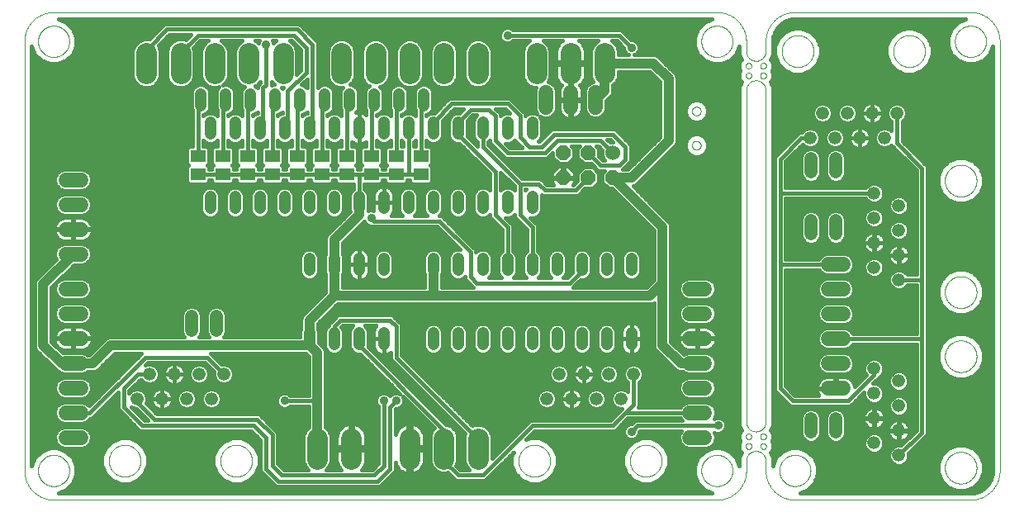
<source format=gbl>
G75*
%MOIN*%
%OFA0B0*%
%FSLAX25Y25*%
%IPPOS*%
%LPD*%
%AMOC8*
5,1,8,0,0,1.08239X$1,22.5*
%
%ADD10C,0.00000*%
%ADD11C,0.04800*%
%ADD12C,0.05250*%
%ADD13C,0.05400*%
%ADD14C,0.06000*%
%ADD15OC8,0.06000*%
%ADD16C,0.06000*%
%ADD17C,0.08400*%
%ADD18R,0.05906X0.05118*%
%ADD19C,0.04000*%
%ADD20C,0.03562*%
%ADD21C,0.01600*%
D10*
X0013611Y0020494D02*
X0281328Y0020494D01*
X0281328Y0020495D02*
X0281613Y0020498D01*
X0281899Y0020509D01*
X0282184Y0020526D01*
X0282468Y0020550D01*
X0282752Y0020581D01*
X0283035Y0020619D01*
X0283316Y0020664D01*
X0283597Y0020715D01*
X0283877Y0020773D01*
X0284155Y0020838D01*
X0284431Y0020910D01*
X0284705Y0020988D01*
X0284978Y0021073D01*
X0285248Y0021165D01*
X0285516Y0021263D01*
X0285782Y0021367D01*
X0286045Y0021478D01*
X0286305Y0021595D01*
X0286563Y0021718D01*
X0286817Y0021848D01*
X0287068Y0021984D01*
X0287316Y0022125D01*
X0287560Y0022273D01*
X0287801Y0022426D01*
X0288037Y0022586D01*
X0288270Y0022751D01*
X0288499Y0022921D01*
X0288724Y0023097D01*
X0288944Y0023279D01*
X0289160Y0023465D01*
X0289371Y0023657D01*
X0289578Y0023854D01*
X0289780Y0024056D01*
X0289977Y0024263D01*
X0290169Y0024474D01*
X0290355Y0024690D01*
X0290537Y0024910D01*
X0290713Y0025135D01*
X0290883Y0025364D01*
X0291048Y0025597D01*
X0291208Y0025833D01*
X0291361Y0026074D01*
X0291509Y0026318D01*
X0291650Y0026566D01*
X0291786Y0026817D01*
X0291916Y0027071D01*
X0292039Y0027329D01*
X0292156Y0027589D01*
X0292267Y0027852D01*
X0292371Y0028118D01*
X0292469Y0028386D01*
X0292561Y0028656D01*
X0292646Y0028929D01*
X0292724Y0029203D01*
X0292796Y0029479D01*
X0292861Y0029757D01*
X0292919Y0030037D01*
X0292970Y0030318D01*
X0293015Y0030599D01*
X0293053Y0030882D01*
X0293084Y0031166D01*
X0293108Y0031450D01*
X0293125Y0031735D01*
X0293136Y0032021D01*
X0293139Y0032306D01*
X0293139Y0036243D01*
X0297076Y0040180D02*
X0297200Y0040178D01*
X0297323Y0040172D01*
X0297447Y0040163D01*
X0297569Y0040149D01*
X0297692Y0040132D01*
X0297814Y0040110D01*
X0297935Y0040085D01*
X0298055Y0040056D01*
X0298174Y0040024D01*
X0298293Y0039987D01*
X0298410Y0039947D01*
X0298525Y0039904D01*
X0298640Y0039856D01*
X0298752Y0039805D01*
X0298863Y0039751D01*
X0298973Y0039693D01*
X0299080Y0039632D01*
X0299186Y0039567D01*
X0299289Y0039499D01*
X0299390Y0039428D01*
X0299489Y0039354D01*
X0299586Y0039277D01*
X0299680Y0039196D01*
X0299771Y0039113D01*
X0299860Y0039027D01*
X0299946Y0038938D01*
X0300029Y0038847D01*
X0300110Y0038753D01*
X0300187Y0038656D01*
X0300261Y0038557D01*
X0300332Y0038456D01*
X0300400Y0038353D01*
X0300465Y0038247D01*
X0300526Y0038140D01*
X0300584Y0038030D01*
X0300638Y0037919D01*
X0300689Y0037807D01*
X0300737Y0037692D01*
X0300780Y0037577D01*
X0300820Y0037460D01*
X0300857Y0037341D01*
X0300889Y0037222D01*
X0300918Y0037102D01*
X0300943Y0036981D01*
X0300965Y0036859D01*
X0300982Y0036736D01*
X0300996Y0036614D01*
X0301005Y0036490D01*
X0301011Y0036367D01*
X0301013Y0036243D01*
X0301013Y0032306D01*
X0297076Y0040180D02*
X0296952Y0040178D01*
X0296829Y0040172D01*
X0296705Y0040163D01*
X0296583Y0040149D01*
X0296460Y0040132D01*
X0296338Y0040110D01*
X0296217Y0040085D01*
X0296097Y0040056D01*
X0295978Y0040024D01*
X0295859Y0039987D01*
X0295742Y0039947D01*
X0295627Y0039904D01*
X0295512Y0039856D01*
X0295400Y0039805D01*
X0295289Y0039751D01*
X0295179Y0039693D01*
X0295072Y0039632D01*
X0294966Y0039567D01*
X0294863Y0039499D01*
X0294762Y0039428D01*
X0294663Y0039354D01*
X0294566Y0039277D01*
X0294472Y0039196D01*
X0294381Y0039113D01*
X0294292Y0039027D01*
X0294206Y0038938D01*
X0294123Y0038847D01*
X0294042Y0038753D01*
X0293965Y0038656D01*
X0293891Y0038557D01*
X0293820Y0038456D01*
X0293752Y0038353D01*
X0293687Y0038247D01*
X0293626Y0038140D01*
X0293568Y0038030D01*
X0293514Y0037919D01*
X0293463Y0037807D01*
X0293415Y0037692D01*
X0293372Y0037577D01*
X0293332Y0037460D01*
X0293295Y0037341D01*
X0293263Y0037222D01*
X0293234Y0037102D01*
X0293209Y0036981D01*
X0293187Y0036859D01*
X0293170Y0036736D01*
X0293156Y0036614D01*
X0293147Y0036490D01*
X0293141Y0036367D01*
X0293139Y0036243D01*
X0292942Y0042148D02*
X0292944Y0042217D01*
X0292950Y0042285D01*
X0292960Y0042353D01*
X0292974Y0042420D01*
X0292992Y0042487D01*
X0293013Y0042552D01*
X0293039Y0042616D01*
X0293068Y0042678D01*
X0293100Y0042738D01*
X0293136Y0042797D01*
X0293176Y0042853D01*
X0293218Y0042907D01*
X0293264Y0042958D01*
X0293313Y0043007D01*
X0293364Y0043053D01*
X0293418Y0043095D01*
X0293474Y0043135D01*
X0293532Y0043171D01*
X0293593Y0043203D01*
X0293655Y0043232D01*
X0293719Y0043258D01*
X0293784Y0043279D01*
X0293851Y0043297D01*
X0293918Y0043311D01*
X0293986Y0043321D01*
X0294054Y0043327D01*
X0294123Y0043329D01*
X0294192Y0043327D01*
X0294260Y0043321D01*
X0294328Y0043311D01*
X0294395Y0043297D01*
X0294462Y0043279D01*
X0294527Y0043258D01*
X0294591Y0043232D01*
X0294653Y0043203D01*
X0294713Y0043171D01*
X0294772Y0043135D01*
X0294828Y0043095D01*
X0294882Y0043053D01*
X0294933Y0043007D01*
X0294982Y0042958D01*
X0295028Y0042907D01*
X0295070Y0042853D01*
X0295110Y0042797D01*
X0295146Y0042738D01*
X0295178Y0042678D01*
X0295207Y0042616D01*
X0295233Y0042552D01*
X0295254Y0042487D01*
X0295272Y0042420D01*
X0295286Y0042353D01*
X0295296Y0042285D01*
X0295302Y0042217D01*
X0295304Y0042148D01*
X0295302Y0042079D01*
X0295296Y0042011D01*
X0295286Y0041943D01*
X0295272Y0041876D01*
X0295254Y0041809D01*
X0295233Y0041744D01*
X0295207Y0041680D01*
X0295178Y0041618D01*
X0295146Y0041557D01*
X0295110Y0041499D01*
X0295070Y0041443D01*
X0295028Y0041389D01*
X0294982Y0041338D01*
X0294933Y0041289D01*
X0294882Y0041243D01*
X0294828Y0041201D01*
X0294772Y0041161D01*
X0294714Y0041125D01*
X0294653Y0041093D01*
X0294591Y0041064D01*
X0294527Y0041038D01*
X0294462Y0041017D01*
X0294395Y0040999D01*
X0294328Y0040985D01*
X0294260Y0040975D01*
X0294192Y0040969D01*
X0294123Y0040967D01*
X0294054Y0040969D01*
X0293986Y0040975D01*
X0293918Y0040985D01*
X0293851Y0040999D01*
X0293784Y0041017D01*
X0293719Y0041038D01*
X0293655Y0041064D01*
X0293593Y0041093D01*
X0293532Y0041125D01*
X0293474Y0041161D01*
X0293418Y0041201D01*
X0293364Y0041243D01*
X0293313Y0041289D01*
X0293264Y0041338D01*
X0293218Y0041389D01*
X0293176Y0041443D01*
X0293136Y0041499D01*
X0293100Y0041557D01*
X0293068Y0041618D01*
X0293039Y0041680D01*
X0293013Y0041744D01*
X0292992Y0041809D01*
X0292974Y0041876D01*
X0292960Y0041943D01*
X0292950Y0042011D01*
X0292944Y0042079D01*
X0292942Y0042148D01*
X0298847Y0042148D02*
X0298849Y0042217D01*
X0298855Y0042285D01*
X0298865Y0042353D01*
X0298879Y0042420D01*
X0298897Y0042487D01*
X0298918Y0042552D01*
X0298944Y0042616D01*
X0298973Y0042678D01*
X0299005Y0042738D01*
X0299041Y0042797D01*
X0299081Y0042853D01*
X0299123Y0042907D01*
X0299169Y0042958D01*
X0299218Y0043007D01*
X0299269Y0043053D01*
X0299323Y0043095D01*
X0299379Y0043135D01*
X0299437Y0043171D01*
X0299498Y0043203D01*
X0299560Y0043232D01*
X0299624Y0043258D01*
X0299689Y0043279D01*
X0299756Y0043297D01*
X0299823Y0043311D01*
X0299891Y0043321D01*
X0299959Y0043327D01*
X0300028Y0043329D01*
X0300097Y0043327D01*
X0300165Y0043321D01*
X0300233Y0043311D01*
X0300300Y0043297D01*
X0300367Y0043279D01*
X0300432Y0043258D01*
X0300496Y0043232D01*
X0300558Y0043203D01*
X0300618Y0043171D01*
X0300677Y0043135D01*
X0300733Y0043095D01*
X0300787Y0043053D01*
X0300838Y0043007D01*
X0300887Y0042958D01*
X0300933Y0042907D01*
X0300975Y0042853D01*
X0301015Y0042797D01*
X0301051Y0042738D01*
X0301083Y0042678D01*
X0301112Y0042616D01*
X0301138Y0042552D01*
X0301159Y0042487D01*
X0301177Y0042420D01*
X0301191Y0042353D01*
X0301201Y0042285D01*
X0301207Y0042217D01*
X0301209Y0042148D01*
X0301207Y0042079D01*
X0301201Y0042011D01*
X0301191Y0041943D01*
X0301177Y0041876D01*
X0301159Y0041809D01*
X0301138Y0041744D01*
X0301112Y0041680D01*
X0301083Y0041618D01*
X0301051Y0041557D01*
X0301015Y0041499D01*
X0300975Y0041443D01*
X0300933Y0041389D01*
X0300887Y0041338D01*
X0300838Y0041289D01*
X0300787Y0041243D01*
X0300733Y0041201D01*
X0300677Y0041161D01*
X0300619Y0041125D01*
X0300558Y0041093D01*
X0300496Y0041064D01*
X0300432Y0041038D01*
X0300367Y0041017D01*
X0300300Y0040999D01*
X0300233Y0040985D01*
X0300165Y0040975D01*
X0300097Y0040969D01*
X0300028Y0040967D01*
X0299959Y0040969D01*
X0299891Y0040975D01*
X0299823Y0040985D01*
X0299756Y0040999D01*
X0299689Y0041017D01*
X0299624Y0041038D01*
X0299560Y0041064D01*
X0299498Y0041093D01*
X0299437Y0041125D01*
X0299379Y0041161D01*
X0299323Y0041201D01*
X0299269Y0041243D01*
X0299218Y0041289D01*
X0299169Y0041338D01*
X0299123Y0041389D01*
X0299081Y0041443D01*
X0299041Y0041499D01*
X0299005Y0041557D01*
X0298973Y0041618D01*
X0298944Y0041680D01*
X0298918Y0041744D01*
X0298897Y0041809D01*
X0298879Y0041876D01*
X0298865Y0041943D01*
X0298855Y0042011D01*
X0298849Y0042079D01*
X0298847Y0042148D01*
X0298847Y0046085D02*
X0298849Y0046154D01*
X0298855Y0046222D01*
X0298865Y0046290D01*
X0298879Y0046357D01*
X0298897Y0046424D01*
X0298918Y0046489D01*
X0298944Y0046553D01*
X0298973Y0046615D01*
X0299005Y0046675D01*
X0299041Y0046734D01*
X0299081Y0046790D01*
X0299123Y0046844D01*
X0299169Y0046895D01*
X0299218Y0046944D01*
X0299269Y0046990D01*
X0299323Y0047032D01*
X0299379Y0047072D01*
X0299437Y0047108D01*
X0299498Y0047140D01*
X0299560Y0047169D01*
X0299624Y0047195D01*
X0299689Y0047216D01*
X0299756Y0047234D01*
X0299823Y0047248D01*
X0299891Y0047258D01*
X0299959Y0047264D01*
X0300028Y0047266D01*
X0300097Y0047264D01*
X0300165Y0047258D01*
X0300233Y0047248D01*
X0300300Y0047234D01*
X0300367Y0047216D01*
X0300432Y0047195D01*
X0300496Y0047169D01*
X0300558Y0047140D01*
X0300618Y0047108D01*
X0300677Y0047072D01*
X0300733Y0047032D01*
X0300787Y0046990D01*
X0300838Y0046944D01*
X0300887Y0046895D01*
X0300933Y0046844D01*
X0300975Y0046790D01*
X0301015Y0046734D01*
X0301051Y0046675D01*
X0301083Y0046615D01*
X0301112Y0046553D01*
X0301138Y0046489D01*
X0301159Y0046424D01*
X0301177Y0046357D01*
X0301191Y0046290D01*
X0301201Y0046222D01*
X0301207Y0046154D01*
X0301209Y0046085D01*
X0301207Y0046016D01*
X0301201Y0045948D01*
X0301191Y0045880D01*
X0301177Y0045813D01*
X0301159Y0045746D01*
X0301138Y0045681D01*
X0301112Y0045617D01*
X0301083Y0045555D01*
X0301051Y0045494D01*
X0301015Y0045436D01*
X0300975Y0045380D01*
X0300933Y0045326D01*
X0300887Y0045275D01*
X0300838Y0045226D01*
X0300787Y0045180D01*
X0300733Y0045138D01*
X0300677Y0045098D01*
X0300619Y0045062D01*
X0300558Y0045030D01*
X0300496Y0045001D01*
X0300432Y0044975D01*
X0300367Y0044954D01*
X0300300Y0044936D01*
X0300233Y0044922D01*
X0300165Y0044912D01*
X0300097Y0044906D01*
X0300028Y0044904D01*
X0299959Y0044906D01*
X0299891Y0044912D01*
X0299823Y0044922D01*
X0299756Y0044936D01*
X0299689Y0044954D01*
X0299624Y0044975D01*
X0299560Y0045001D01*
X0299498Y0045030D01*
X0299437Y0045062D01*
X0299379Y0045098D01*
X0299323Y0045138D01*
X0299269Y0045180D01*
X0299218Y0045226D01*
X0299169Y0045275D01*
X0299123Y0045326D01*
X0299081Y0045380D01*
X0299041Y0045436D01*
X0299005Y0045494D01*
X0298973Y0045555D01*
X0298944Y0045617D01*
X0298918Y0045681D01*
X0298897Y0045746D01*
X0298879Y0045813D01*
X0298865Y0045880D01*
X0298855Y0045948D01*
X0298849Y0046016D01*
X0298847Y0046085D01*
X0292942Y0046085D02*
X0292944Y0046154D01*
X0292950Y0046222D01*
X0292960Y0046290D01*
X0292974Y0046357D01*
X0292992Y0046424D01*
X0293013Y0046489D01*
X0293039Y0046553D01*
X0293068Y0046615D01*
X0293100Y0046675D01*
X0293136Y0046734D01*
X0293176Y0046790D01*
X0293218Y0046844D01*
X0293264Y0046895D01*
X0293313Y0046944D01*
X0293364Y0046990D01*
X0293418Y0047032D01*
X0293474Y0047072D01*
X0293532Y0047108D01*
X0293593Y0047140D01*
X0293655Y0047169D01*
X0293719Y0047195D01*
X0293784Y0047216D01*
X0293851Y0047234D01*
X0293918Y0047248D01*
X0293986Y0047258D01*
X0294054Y0047264D01*
X0294123Y0047266D01*
X0294192Y0047264D01*
X0294260Y0047258D01*
X0294328Y0047248D01*
X0294395Y0047234D01*
X0294462Y0047216D01*
X0294527Y0047195D01*
X0294591Y0047169D01*
X0294653Y0047140D01*
X0294713Y0047108D01*
X0294772Y0047072D01*
X0294828Y0047032D01*
X0294882Y0046990D01*
X0294933Y0046944D01*
X0294982Y0046895D01*
X0295028Y0046844D01*
X0295070Y0046790D01*
X0295110Y0046734D01*
X0295146Y0046675D01*
X0295178Y0046615D01*
X0295207Y0046553D01*
X0295233Y0046489D01*
X0295254Y0046424D01*
X0295272Y0046357D01*
X0295286Y0046290D01*
X0295296Y0046222D01*
X0295302Y0046154D01*
X0295304Y0046085D01*
X0295302Y0046016D01*
X0295296Y0045948D01*
X0295286Y0045880D01*
X0295272Y0045813D01*
X0295254Y0045746D01*
X0295233Y0045681D01*
X0295207Y0045617D01*
X0295178Y0045555D01*
X0295146Y0045494D01*
X0295110Y0045436D01*
X0295070Y0045380D01*
X0295028Y0045326D01*
X0294982Y0045275D01*
X0294933Y0045226D01*
X0294882Y0045180D01*
X0294828Y0045138D01*
X0294772Y0045098D01*
X0294714Y0045062D01*
X0294653Y0045030D01*
X0294591Y0045001D01*
X0294527Y0044975D01*
X0294462Y0044954D01*
X0294395Y0044936D01*
X0294328Y0044922D01*
X0294260Y0044912D01*
X0294192Y0044906D01*
X0294123Y0044904D01*
X0294054Y0044906D01*
X0293986Y0044912D01*
X0293918Y0044922D01*
X0293851Y0044936D01*
X0293784Y0044954D01*
X0293719Y0044975D01*
X0293655Y0045001D01*
X0293593Y0045030D01*
X0293532Y0045062D01*
X0293474Y0045098D01*
X0293418Y0045138D01*
X0293364Y0045180D01*
X0293313Y0045226D01*
X0293264Y0045275D01*
X0293218Y0045326D01*
X0293176Y0045380D01*
X0293136Y0045436D01*
X0293100Y0045494D01*
X0293068Y0045555D01*
X0293039Y0045617D01*
X0293013Y0045681D01*
X0292992Y0045746D01*
X0292974Y0045813D01*
X0292960Y0045880D01*
X0292950Y0045948D01*
X0292944Y0046016D01*
X0292942Y0046085D01*
X0293139Y0051991D02*
X0293139Y0185849D01*
X0293141Y0185973D01*
X0293147Y0186096D01*
X0293156Y0186220D01*
X0293170Y0186342D01*
X0293187Y0186465D01*
X0293209Y0186587D01*
X0293234Y0186708D01*
X0293263Y0186828D01*
X0293295Y0186947D01*
X0293332Y0187066D01*
X0293372Y0187183D01*
X0293415Y0187298D01*
X0293463Y0187413D01*
X0293514Y0187525D01*
X0293568Y0187636D01*
X0293626Y0187746D01*
X0293687Y0187853D01*
X0293752Y0187959D01*
X0293820Y0188062D01*
X0293891Y0188163D01*
X0293965Y0188262D01*
X0294042Y0188359D01*
X0294123Y0188453D01*
X0294206Y0188544D01*
X0294292Y0188633D01*
X0294381Y0188719D01*
X0294472Y0188802D01*
X0294566Y0188883D01*
X0294663Y0188960D01*
X0294762Y0189034D01*
X0294863Y0189105D01*
X0294966Y0189173D01*
X0295072Y0189238D01*
X0295179Y0189299D01*
X0295289Y0189357D01*
X0295400Y0189411D01*
X0295512Y0189462D01*
X0295627Y0189510D01*
X0295742Y0189553D01*
X0295859Y0189593D01*
X0295978Y0189630D01*
X0296097Y0189662D01*
X0296217Y0189691D01*
X0296338Y0189716D01*
X0296460Y0189738D01*
X0296583Y0189755D01*
X0296705Y0189769D01*
X0296829Y0189778D01*
X0296952Y0189784D01*
X0297076Y0189786D01*
X0298847Y0191754D02*
X0298849Y0191823D01*
X0298855Y0191891D01*
X0298865Y0191959D01*
X0298879Y0192026D01*
X0298897Y0192093D01*
X0298918Y0192158D01*
X0298944Y0192222D01*
X0298973Y0192284D01*
X0299005Y0192344D01*
X0299041Y0192403D01*
X0299081Y0192459D01*
X0299123Y0192513D01*
X0299169Y0192564D01*
X0299218Y0192613D01*
X0299269Y0192659D01*
X0299323Y0192701D01*
X0299379Y0192741D01*
X0299437Y0192777D01*
X0299498Y0192809D01*
X0299560Y0192838D01*
X0299624Y0192864D01*
X0299689Y0192885D01*
X0299756Y0192903D01*
X0299823Y0192917D01*
X0299891Y0192927D01*
X0299959Y0192933D01*
X0300028Y0192935D01*
X0300097Y0192933D01*
X0300165Y0192927D01*
X0300233Y0192917D01*
X0300300Y0192903D01*
X0300367Y0192885D01*
X0300432Y0192864D01*
X0300496Y0192838D01*
X0300558Y0192809D01*
X0300618Y0192777D01*
X0300677Y0192741D01*
X0300733Y0192701D01*
X0300787Y0192659D01*
X0300838Y0192613D01*
X0300887Y0192564D01*
X0300933Y0192513D01*
X0300975Y0192459D01*
X0301015Y0192403D01*
X0301051Y0192344D01*
X0301083Y0192284D01*
X0301112Y0192222D01*
X0301138Y0192158D01*
X0301159Y0192093D01*
X0301177Y0192026D01*
X0301191Y0191959D01*
X0301201Y0191891D01*
X0301207Y0191823D01*
X0301209Y0191754D01*
X0301207Y0191685D01*
X0301201Y0191617D01*
X0301191Y0191549D01*
X0301177Y0191482D01*
X0301159Y0191415D01*
X0301138Y0191350D01*
X0301112Y0191286D01*
X0301083Y0191224D01*
X0301051Y0191163D01*
X0301015Y0191105D01*
X0300975Y0191049D01*
X0300933Y0190995D01*
X0300887Y0190944D01*
X0300838Y0190895D01*
X0300787Y0190849D01*
X0300733Y0190807D01*
X0300677Y0190767D01*
X0300619Y0190731D01*
X0300558Y0190699D01*
X0300496Y0190670D01*
X0300432Y0190644D01*
X0300367Y0190623D01*
X0300300Y0190605D01*
X0300233Y0190591D01*
X0300165Y0190581D01*
X0300097Y0190575D01*
X0300028Y0190573D01*
X0299959Y0190575D01*
X0299891Y0190581D01*
X0299823Y0190591D01*
X0299756Y0190605D01*
X0299689Y0190623D01*
X0299624Y0190644D01*
X0299560Y0190670D01*
X0299498Y0190699D01*
X0299437Y0190731D01*
X0299379Y0190767D01*
X0299323Y0190807D01*
X0299269Y0190849D01*
X0299218Y0190895D01*
X0299169Y0190944D01*
X0299123Y0190995D01*
X0299081Y0191049D01*
X0299041Y0191105D01*
X0299005Y0191163D01*
X0298973Y0191224D01*
X0298944Y0191286D01*
X0298918Y0191350D01*
X0298897Y0191415D01*
X0298879Y0191482D01*
X0298865Y0191549D01*
X0298855Y0191617D01*
X0298849Y0191685D01*
X0298847Y0191754D01*
X0292942Y0191754D02*
X0292944Y0191823D01*
X0292950Y0191891D01*
X0292960Y0191959D01*
X0292974Y0192026D01*
X0292992Y0192093D01*
X0293013Y0192158D01*
X0293039Y0192222D01*
X0293068Y0192284D01*
X0293100Y0192344D01*
X0293136Y0192403D01*
X0293176Y0192459D01*
X0293218Y0192513D01*
X0293264Y0192564D01*
X0293313Y0192613D01*
X0293364Y0192659D01*
X0293418Y0192701D01*
X0293474Y0192741D01*
X0293532Y0192777D01*
X0293593Y0192809D01*
X0293655Y0192838D01*
X0293719Y0192864D01*
X0293784Y0192885D01*
X0293851Y0192903D01*
X0293918Y0192917D01*
X0293986Y0192927D01*
X0294054Y0192933D01*
X0294123Y0192935D01*
X0294192Y0192933D01*
X0294260Y0192927D01*
X0294328Y0192917D01*
X0294395Y0192903D01*
X0294462Y0192885D01*
X0294527Y0192864D01*
X0294591Y0192838D01*
X0294653Y0192809D01*
X0294713Y0192777D01*
X0294772Y0192741D01*
X0294828Y0192701D01*
X0294882Y0192659D01*
X0294933Y0192613D01*
X0294982Y0192564D01*
X0295028Y0192513D01*
X0295070Y0192459D01*
X0295110Y0192403D01*
X0295146Y0192344D01*
X0295178Y0192284D01*
X0295207Y0192222D01*
X0295233Y0192158D01*
X0295254Y0192093D01*
X0295272Y0192026D01*
X0295286Y0191959D01*
X0295296Y0191891D01*
X0295302Y0191823D01*
X0295304Y0191754D01*
X0295302Y0191685D01*
X0295296Y0191617D01*
X0295286Y0191549D01*
X0295272Y0191482D01*
X0295254Y0191415D01*
X0295233Y0191350D01*
X0295207Y0191286D01*
X0295178Y0191224D01*
X0295146Y0191163D01*
X0295110Y0191105D01*
X0295070Y0191049D01*
X0295028Y0190995D01*
X0294982Y0190944D01*
X0294933Y0190895D01*
X0294882Y0190849D01*
X0294828Y0190807D01*
X0294772Y0190767D01*
X0294714Y0190731D01*
X0294653Y0190699D01*
X0294591Y0190670D01*
X0294527Y0190644D01*
X0294462Y0190623D01*
X0294395Y0190605D01*
X0294328Y0190591D01*
X0294260Y0190581D01*
X0294192Y0190575D01*
X0294123Y0190573D01*
X0294054Y0190575D01*
X0293986Y0190581D01*
X0293918Y0190591D01*
X0293851Y0190605D01*
X0293784Y0190623D01*
X0293719Y0190644D01*
X0293655Y0190670D01*
X0293593Y0190699D01*
X0293532Y0190731D01*
X0293474Y0190767D01*
X0293418Y0190807D01*
X0293364Y0190849D01*
X0293313Y0190895D01*
X0293264Y0190944D01*
X0293218Y0190995D01*
X0293176Y0191049D01*
X0293136Y0191105D01*
X0293100Y0191163D01*
X0293068Y0191224D01*
X0293039Y0191286D01*
X0293013Y0191350D01*
X0292992Y0191415D01*
X0292974Y0191482D01*
X0292960Y0191549D01*
X0292950Y0191617D01*
X0292944Y0191685D01*
X0292942Y0191754D01*
X0292942Y0195691D02*
X0292944Y0195760D01*
X0292950Y0195828D01*
X0292960Y0195896D01*
X0292974Y0195963D01*
X0292992Y0196030D01*
X0293013Y0196095D01*
X0293039Y0196159D01*
X0293068Y0196221D01*
X0293100Y0196281D01*
X0293136Y0196340D01*
X0293176Y0196396D01*
X0293218Y0196450D01*
X0293264Y0196501D01*
X0293313Y0196550D01*
X0293364Y0196596D01*
X0293418Y0196638D01*
X0293474Y0196678D01*
X0293532Y0196714D01*
X0293593Y0196746D01*
X0293655Y0196775D01*
X0293719Y0196801D01*
X0293784Y0196822D01*
X0293851Y0196840D01*
X0293918Y0196854D01*
X0293986Y0196864D01*
X0294054Y0196870D01*
X0294123Y0196872D01*
X0294192Y0196870D01*
X0294260Y0196864D01*
X0294328Y0196854D01*
X0294395Y0196840D01*
X0294462Y0196822D01*
X0294527Y0196801D01*
X0294591Y0196775D01*
X0294653Y0196746D01*
X0294713Y0196714D01*
X0294772Y0196678D01*
X0294828Y0196638D01*
X0294882Y0196596D01*
X0294933Y0196550D01*
X0294982Y0196501D01*
X0295028Y0196450D01*
X0295070Y0196396D01*
X0295110Y0196340D01*
X0295146Y0196281D01*
X0295178Y0196221D01*
X0295207Y0196159D01*
X0295233Y0196095D01*
X0295254Y0196030D01*
X0295272Y0195963D01*
X0295286Y0195896D01*
X0295296Y0195828D01*
X0295302Y0195760D01*
X0295304Y0195691D01*
X0295302Y0195622D01*
X0295296Y0195554D01*
X0295286Y0195486D01*
X0295272Y0195419D01*
X0295254Y0195352D01*
X0295233Y0195287D01*
X0295207Y0195223D01*
X0295178Y0195161D01*
X0295146Y0195100D01*
X0295110Y0195042D01*
X0295070Y0194986D01*
X0295028Y0194932D01*
X0294982Y0194881D01*
X0294933Y0194832D01*
X0294882Y0194786D01*
X0294828Y0194744D01*
X0294772Y0194704D01*
X0294714Y0194668D01*
X0294653Y0194636D01*
X0294591Y0194607D01*
X0294527Y0194581D01*
X0294462Y0194560D01*
X0294395Y0194542D01*
X0294328Y0194528D01*
X0294260Y0194518D01*
X0294192Y0194512D01*
X0294123Y0194510D01*
X0294054Y0194512D01*
X0293986Y0194518D01*
X0293918Y0194528D01*
X0293851Y0194542D01*
X0293784Y0194560D01*
X0293719Y0194581D01*
X0293655Y0194607D01*
X0293593Y0194636D01*
X0293532Y0194668D01*
X0293474Y0194704D01*
X0293418Y0194744D01*
X0293364Y0194786D01*
X0293313Y0194832D01*
X0293264Y0194881D01*
X0293218Y0194932D01*
X0293176Y0194986D01*
X0293136Y0195042D01*
X0293100Y0195100D01*
X0293068Y0195161D01*
X0293039Y0195223D01*
X0293013Y0195287D01*
X0292992Y0195352D01*
X0292974Y0195419D01*
X0292960Y0195486D01*
X0292950Y0195554D01*
X0292944Y0195622D01*
X0292942Y0195691D01*
X0298847Y0195691D02*
X0298849Y0195760D01*
X0298855Y0195828D01*
X0298865Y0195896D01*
X0298879Y0195963D01*
X0298897Y0196030D01*
X0298918Y0196095D01*
X0298944Y0196159D01*
X0298973Y0196221D01*
X0299005Y0196281D01*
X0299041Y0196340D01*
X0299081Y0196396D01*
X0299123Y0196450D01*
X0299169Y0196501D01*
X0299218Y0196550D01*
X0299269Y0196596D01*
X0299323Y0196638D01*
X0299379Y0196678D01*
X0299437Y0196714D01*
X0299498Y0196746D01*
X0299560Y0196775D01*
X0299624Y0196801D01*
X0299689Y0196822D01*
X0299756Y0196840D01*
X0299823Y0196854D01*
X0299891Y0196864D01*
X0299959Y0196870D01*
X0300028Y0196872D01*
X0300097Y0196870D01*
X0300165Y0196864D01*
X0300233Y0196854D01*
X0300300Y0196840D01*
X0300367Y0196822D01*
X0300432Y0196801D01*
X0300496Y0196775D01*
X0300558Y0196746D01*
X0300618Y0196714D01*
X0300677Y0196678D01*
X0300733Y0196638D01*
X0300787Y0196596D01*
X0300838Y0196550D01*
X0300887Y0196501D01*
X0300933Y0196450D01*
X0300975Y0196396D01*
X0301015Y0196340D01*
X0301051Y0196281D01*
X0301083Y0196221D01*
X0301112Y0196159D01*
X0301138Y0196095D01*
X0301159Y0196030D01*
X0301177Y0195963D01*
X0301191Y0195896D01*
X0301201Y0195828D01*
X0301207Y0195760D01*
X0301209Y0195691D01*
X0301207Y0195622D01*
X0301201Y0195554D01*
X0301191Y0195486D01*
X0301177Y0195419D01*
X0301159Y0195352D01*
X0301138Y0195287D01*
X0301112Y0195223D01*
X0301083Y0195161D01*
X0301051Y0195100D01*
X0301015Y0195042D01*
X0300975Y0194986D01*
X0300933Y0194932D01*
X0300887Y0194881D01*
X0300838Y0194832D01*
X0300787Y0194786D01*
X0300733Y0194744D01*
X0300677Y0194704D01*
X0300619Y0194668D01*
X0300558Y0194636D01*
X0300496Y0194607D01*
X0300432Y0194581D01*
X0300367Y0194560D01*
X0300300Y0194542D01*
X0300233Y0194528D01*
X0300165Y0194518D01*
X0300097Y0194512D01*
X0300028Y0194510D01*
X0299959Y0194512D01*
X0299891Y0194518D01*
X0299823Y0194528D01*
X0299756Y0194542D01*
X0299689Y0194560D01*
X0299624Y0194581D01*
X0299560Y0194607D01*
X0299498Y0194636D01*
X0299437Y0194668D01*
X0299379Y0194704D01*
X0299323Y0194744D01*
X0299269Y0194786D01*
X0299218Y0194832D01*
X0299169Y0194881D01*
X0299123Y0194932D01*
X0299081Y0194986D01*
X0299041Y0195042D01*
X0299005Y0195100D01*
X0298973Y0195161D01*
X0298944Y0195223D01*
X0298918Y0195287D01*
X0298897Y0195352D01*
X0298879Y0195419D01*
X0298865Y0195486D01*
X0298855Y0195554D01*
X0298849Y0195622D01*
X0298847Y0195691D01*
X0297076Y0197660D02*
X0297200Y0197662D01*
X0297323Y0197668D01*
X0297447Y0197677D01*
X0297569Y0197691D01*
X0297692Y0197708D01*
X0297814Y0197730D01*
X0297935Y0197755D01*
X0298055Y0197784D01*
X0298174Y0197816D01*
X0298293Y0197853D01*
X0298410Y0197893D01*
X0298525Y0197936D01*
X0298640Y0197984D01*
X0298752Y0198035D01*
X0298863Y0198089D01*
X0298973Y0198147D01*
X0299080Y0198208D01*
X0299186Y0198273D01*
X0299289Y0198341D01*
X0299390Y0198412D01*
X0299489Y0198486D01*
X0299586Y0198563D01*
X0299680Y0198644D01*
X0299771Y0198727D01*
X0299860Y0198813D01*
X0299946Y0198902D01*
X0300029Y0198993D01*
X0300110Y0199087D01*
X0300187Y0199184D01*
X0300261Y0199283D01*
X0300332Y0199384D01*
X0300400Y0199487D01*
X0300465Y0199593D01*
X0300526Y0199700D01*
X0300584Y0199810D01*
X0300638Y0199921D01*
X0300689Y0200033D01*
X0300737Y0200148D01*
X0300780Y0200263D01*
X0300820Y0200380D01*
X0300857Y0200499D01*
X0300889Y0200618D01*
X0300918Y0200738D01*
X0300943Y0200859D01*
X0300965Y0200981D01*
X0300982Y0201104D01*
X0300996Y0201226D01*
X0301005Y0201350D01*
X0301011Y0201473D01*
X0301013Y0201597D01*
X0301013Y0205534D01*
X0293139Y0201597D02*
X0293141Y0201473D01*
X0293147Y0201350D01*
X0293156Y0201226D01*
X0293170Y0201104D01*
X0293187Y0200981D01*
X0293209Y0200859D01*
X0293234Y0200738D01*
X0293263Y0200618D01*
X0293295Y0200499D01*
X0293332Y0200380D01*
X0293372Y0200263D01*
X0293415Y0200148D01*
X0293463Y0200033D01*
X0293514Y0199921D01*
X0293568Y0199810D01*
X0293626Y0199700D01*
X0293687Y0199593D01*
X0293752Y0199487D01*
X0293820Y0199384D01*
X0293891Y0199283D01*
X0293965Y0199184D01*
X0294042Y0199087D01*
X0294123Y0198993D01*
X0294206Y0198902D01*
X0294292Y0198813D01*
X0294381Y0198727D01*
X0294472Y0198644D01*
X0294566Y0198563D01*
X0294663Y0198486D01*
X0294762Y0198412D01*
X0294863Y0198341D01*
X0294966Y0198273D01*
X0295072Y0198208D01*
X0295179Y0198147D01*
X0295289Y0198089D01*
X0295400Y0198035D01*
X0295512Y0197984D01*
X0295627Y0197936D01*
X0295742Y0197893D01*
X0295859Y0197853D01*
X0295978Y0197816D01*
X0296097Y0197784D01*
X0296217Y0197755D01*
X0296338Y0197730D01*
X0296460Y0197708D01*
X0296583Y0197691D01*
X0296705Y0197677D01*
X0296829Y0197668D01*
X0296952Y0197662D01*
X0297076Y0197660D01*
X0293139Y0201597D02*
X0293139Y0205534D01*
X0293136Y0205819D01*
X0293125Y0206105D01*
X0293108Y0206390D01*
X0293084Y0206674D01*
X0293053Y0206958D01*
X0293015Y0207241D01*
X0292970Y0207522D01*
X0292919Y0207803D01*
X0292861Y0208083D01*
X0292796Y0208361D01*
X0292724Y0208637D01*
X0292646Y0208911D01*
X0292561Y0209184D01*
X0292469Y0209454D01*
X0292371Y0209722D01*
X0292267Y0209988D01*
X0292156Y0210251D01*
X0292039Y0210511D01*
X0291916Y0210769D01*
X0291786Y0211023D01*
X0291650Y0211274D01*
X0291509Y0211522D01*
X0291361Y0211766D01*
X0291208Y0212007D01*
X0291048Y0212243D01*
X0290883Y0212476D01*
X0290713Y0212705D01*
X0290537Y0212930D01*
X0290355Y0213150D01*
X0290169Y0213366D01*
X0289977Y0213577D01*
X0289780Y0213784D01*
X0289578Y0213986D01*
X0289371Y0214183D01*
X0289160Y0214375D01*
X0288944Y0214561D01*
X0288724Y0214743D01*
X0288499Y0214919D01*
X0288270Y0215089D01*
X0288037Y0215254D01*
X0287801Y0215414D01*
X0287560Y0215567D01*
X0287316Y0215715D01*
X0287068Y0215856D01*
X0286817Y0215992D01*
X0286563Y0216122D01*
X0286305Y0216245D01*
X0286045Y0216362D01*
X0285782Y0216473D01*
X0285516Y0216577D01*
X0285248Y0216675D01*
X0284978Y0216767D01*
X0284705Y0216852D01*
X0284431Y0216930D01*
X0284155Y0217002D01*
X0283877Y0217067D01*
X0283597Y0217125D01*
X0283316Y0217176D01*
X0283035Y0217221D01*
X0282752Y0217259D01*
X0282468Y0217290D01*
X0282184Y0217314D01*
X0281899Y0217331D01*
X0281613Y0217342D01*
X0281328Y0217345D01*
X0013611Y0217345D01*
X0013326Y0217342D01*
X0013040Y0217331D01*
X0012755Y0217314D01*
X0012471Y0217290D01*
X0012187Y0217259D01*
X0011904Y0217221D01*
X0011623Y0217176D01*
X0011342Y0217125D01*
X0011062Y0217067D01*
X0010784Y0217002D01*
X0010508Y0216930D01*
X0010234Y0216852D01*
X0009961Y0216767D01*
X0009691Y0216675D01*
X0009423Y0216577D01*
X0009157Y0216473D01*
X0008894Y0216362D01*
X0008634Y0216245D01*
X0008376Y0216122D01*
X0008122Y0215992D01*
X0007871Y0215856D01*
X0007623Y0215715D01*
X0007379Y0215567D01*
X0007138Y0215414D01*
X0006902Y0215254D01*
X0006669Y0215089D01*
X0006440Y0214919D01*
X0006215Y0214743D01*
X0005995Y0214561D01*
X0005779Y0214375D01*
X0005568Y0214183D01*
X0005361Y0213986D01*
X0005159Y0213784D01*
X0004962Y0213577D01*
X0004770Y0213366D01*
X0004584Y0213150D01*
X0004402Y0212930D01*
X0004226Y0212705D01*
X0004056Y0212476D01*
X0003891Y0212243D01*
X0003731Y0212007D01*
X0003578Y0211766D01*
X0003430Y0211522D01*
X0003289Y0211274D01*
X0003153Y0211023D01*
X0003023Y0210769D01*
X0002900Y0210511D01*
X0002783Y0210251D01*
X0002672Y0209988D01*
X0002568Y0209722D01*
X0002470Y0209454D01*
X0002378Y0209184D01*
X0002293Y0208911D01*
X0002215Y0208637D01*
X0002143Y0208361D01*
X0002078Y0208083D01*
X0002020Y0207803D01*
X0001969Y0207522D01*
X0001924Y0207241D01*
X0001886Y0206958D01*
X0001855Y0206674D01*
X0001831Y0206390D01*
X0001814Y0206105D01*
X0001803Y0205819D01*
X0001800Y0205534D01*
X0001800Y0032306D01*
X0001803Y0032021D01*
X0001814Y0031735D01*
X0001831Y0031450D01*
X0001855Y0031166D01*
X0001886Y0030882D01*
X0001924Y0030599D01*
X0001969Y0030318D01*
X0002020Y0030037D01*
X0002078Y0029757D01*
X0002143Y0029479D01*
X0002215Y0029203D01*
X0002293Y0028929D01*
X0002378Y0028656D01*
X0002470Y0028386D01*
X0002568Y0028118D01*
X0002672Y0027852D01*
X0002783Y0027589D01*
X0002900Y0027329D01*
X0003023Y0027071D01*
X0003153Y0026817D01*
X0003289Y0026566D01*
X0003430Y0026318D01*
X0003578Y0026074D01*
X0003731Y0025833D01*
X0003891Y0025597D01*
X0004056Y0025364D01*
X0004226Y0025135D01*
X0004402Y0024910D01*
X0004584Y0024690D01*
X0004770Y0024474D01*
X0004962Y0024263D01*
X0005159Y0024056D01*
X0005361Y0023854D01*
X0005568Y0023657D01*
X0005779Y0023465D01*
X0005995Y0023279D01*
X0006215Y0023097D01*
X0006440Y0022921D01*
X0006669Y0022751D01*
X0006902Y0022586D01*
X0007138Y0022426D01*
X0007379Y0022273D01*
X0007623Y0022125D01*
X0007871Y0021984D01*
X0008122Y0021848D01*
X0008376Y0021718D01*
X0008634Y0021595D01*
X0008894Y0021478D01*
X0009157Y0021367D01*
X0009423Y0021263D01*
X0009691Y0021165D01*
X0009961Y0021073D01*
X0010234Y0020988D01*
X0010508Y0020910D01*
X0010784Y0020838D01*
X0011062Y0020773D01*
X0011342Y0020715D01*
X0011623Y0020664D01*
X0011904Y0020619D01*
X0012187Y0020581D01*
X0012471Y0020550D01*
X0012755Y0020526D01*
X0013040Y0020509D01*
X0013326Y0020498D01*
X0013611Y0020495D01*
X0007312Y0032306D02*
X0007314Y0032464D01*
X0007320Y0032622D01*
X0007330Y0032780D01*
X0007344Y0032938D01*
X0007362Y0033095D01*
X0007383Y0033252D01*
X0007409Y0033408D01*
X0007439Y0033564D01*
X0007472Y0033719D01*
X0007510Y0033872D01*
X0007551Y0034025D01*
X0007596Y0034177D01*
X0007645Y0034328D01*
X0007698Y0034477D01*
X0007754Y0034625D01*
X0007814Y0034771D01*
X0007878Y0034916D01*
X0007946Y0035059D01*
X0008017Y0035201D01*
X0008091Y0035341D01*
X0008169Y0035478D01*
X0008251Y0035614D01*
X0008335Y0035748D01*
X0008424Y0035879D01*
X0008515Y0036008D01*
X0008610Y0036135D01*
X0008707Y0036260D01*
X0008808Y0036382D01*
X0008912Y0036501D01*
X0009019Y0036618D01*
X0009129Y0036732D01*
X0009242Y0036843D01*
X0009357Y0036952D01*
X0009475Y0037057D01*
X0009596Y0037159D01*
X0009719Y0037259D01*
X0009845Y0037355D01*
X0009973Y0037448D01*
X0010103Y0037538D01*
X0010236Y0037624D01*
X0010371Y0037708D01*
X0010507Y0037787D01*
X0010646Y0037864D01*
X0010787Y0037936D01*
X0010929Y0038006D01*
X0011073Y0038071D01*
X0011219Y0038133D01*
X0011366Y0038191D01*
X0011515Y0038246D01*
X0011665Y0038297D01*
X0011816Y0038344D01*
X0011968Y0038387D01*
X0012121Y0038426D01*
X0012276Y0038462D01*
X0012431Y0038493D01*
X0012587Y0038521D01*
X0012743Y0038545D01*
X0012900Y0038565D01*
X0013058Y0038581D01*
X0013215Y0038593D01*
X0013374Y0038601D01*
X0013532Y0038605D01*
X0013690Y0038605D01*
X0013848Y0038601D01*
X0014007Y0038593D01*
X0014164Y0038581D01*
X0014322Y0038565D01*
X0014479Y0038545D01*
X0014635Y0038521D01*
X0014791Y0038493D01*
X0014946Y0038462D01*
X0015101Y0038426D01*
X0015254Y0038387D01*
X0015406Y0038344D01*
X0015557Y0038297D01*
X0015707Y0038246D01*
X0015856Y0038191D01*
X0016003Y0038133D01*
X0016149Y0038071D01*
X0016293Y0038006D01*
X0016435Y0037936D01*
X0016576Y0037864D01*
X0016715Y0037787D01*
X0016851Y0037708D01*
X0016986Y0037624D01*
X0017119Y0037538D01*
X0017249Y0037448D01*
X0017377Y0037355D01*
X0017503Y0037259D01*
X0017626Y0037159D01*
X0017747Y0037057D01*
X0017865Y0036952D01*
X0017980Y0036843D01*
X0018093Y0036732D01*
X0018203Y0036618D01*
X0018310Y0036501D01*
X0018414Y0036382D01*
X0018515Y0036260D01*
X0018612Y0036135D01*
X0018707Y0036008D01*
X0018798Y0035879D01*
X0018887Y0035748D01*
X0018971Y0035614D01*
X0019053Y0035478D01*
X0019131Y0035341D01*
X0019205Y0035201D01*
X0019276Y0035059D01*
X0019344Y0034916D01*
X0019408Y0034771D01*
X0019468Y0034625D01*
X0019524Y0034477D01*
X0019577Y0034328D01*
X0019626Y0034177D01*
X0019671Y0034025D01*
X0019712Y0033872D01*
X0019750Y0033719D01*
X0019783Y0033564D01*
X0019813Y0033408D01*
X0019839Y0033252D01*
X0019860Y0033095D01*
X0019878Y0032938D01*
X0019892Y0032780D01*
X0019902Y0032622D01*
X0019908Y0032464D01*
X0019910Y0032306D01*
X0019908Y0032148D01*
X0019902Y0031990D01*
X0019892Y0031832D01*
X0019878Y0031674D01*
X0019860Y0031517D01*
X0019839Y0031360D01*
X0019813Y0031204D01*
X0019783Y0031048D01*
X0019750Y0030893D01*
X0019712Y0030740D01*
X0019671Y0030587D01*
X0019626Y0030435D01*
X0019577Y0030284D01*
X0019524Y0030135D01*
X0019468Y0029987D01*
X0019408Y0029841D01*
X0019344Y0029696D01*
X0019276Y0029553D01*
X0019205Y0029411D01*
X0019131Y0029271D01*
X0019053Y0029134D01*
X0018971Y0028998D01*
X0018887Y0028864D01*
X0018798Y0028733D01*
X0018707Y0028604D01*
X0018612Y0028477D01*
X0018515Y0028352D01*
X0018414Y0028230D01*
X0018310Y0028111D01*
X0018203Y0027994D01*
X0018093Y0027880D01*
X0017980Y0027769D01*
X0017865Y0027660D01*
X0017747Y0027555D01*
X0017626Y0027453D01*
X0017503Y0027353D01*
X0017377Y0027257D01*
X0017249Y0027164D01*
X0017119Y0027074D01*
X0016986Y0026988D01*
X0016851Y0026904D01*
X0016715Y0026825D01*
X0016576Y0026748D01*
X0016435Y0026676D01*
X0016293Y0026606D01*
X0016149Y0026541D01*
X0016003Y0026479D01*
X0015856Y0026421D01*
X0015707Y0026366D01*
X0015557Y0026315D01*
X0015406Y0026268D01*
X0015254Y0026225D01*
X0015101Y0026186D01*
X0014946Y0026150D01*
X0014791Y0026119D01*
X0014635Y0026091D01*
X0014479Y0026067D01*
X0014322Y0026047D01*
X0014164Y0026031D01*
X0014007Y0026019D01*
X0013848Y0026011D01*
X0013690Y0026007D01*
X0013532Y0026007D01*
X0013374Y0026011D01*
X0013215Y0026019D01*
X0013058Y0026031D01*
X0012900Y0026047D01*
X0012743Y0026067D01*
X0012587Y0026091D01*
X0012431Y0026119D01*
X0012276Y0026150D01*
X0012121Y0026186D01*
X0011968Y0026225D01*
X0011816Y0026268D01*
X0011665Y0026315D01*
X0011515Y0026366D01*
X0011366Y0026421D01*
X0011219Y0026479D01*
X0011073Y0026541D01*
X0010929Y0026606D01*
X0010787Y0026676D01*
X0010646Y0026748D01*
X0010507Y0026825D01*
X0010371Y0026904D01*
X0010236Y0026988D01*
X0010103Y0027074D01*
X0009973Y0027164D01*
X0009845Y0027257D01*
X0009719Y0027353D01*
X0009596Y0027453D01*
X0009475Y0027555D01*
X0009357Y0027660D01*
X0009242Y0027769D01*
X0009129Y0027880D01*
X0009019Y0027994D01*
X0008912Y0028111D01*
X0008808Y0028230D01*
X0008707Y0028352D01*
X0008610Y0028477D01*
X0008515Y0028604D01*
X0008424Y0028733D01*
X0008335Y0028864D01*
X0008251Y0028998D01*
X0008169Y0029134D01*
X0008091Y0029271D01*
X0008017Y0029411D01*
X0007946Y0029553D01*
X0007878Y0029696D01*
X0007814Y0029841D01*
X0007754Y0029987D01*
X0007698Y0030135D01*
X0007645Y0030284D01*
X0007596Y0030435D01*
X0007551Y0030587D01*
X0007510Y0030740D01*
X0007472Y0030893D01*
X0007439Y0031048D01*
X0007409Y0031204D01*
X0007383Y0031360D01*
X0007362Y0031517D01*
X0007344Y0031674D01*
X0007330Y0031832D01*
X0007320Y0031990D01*
X0007314Y0032148D01*
X0007312Y0032306D01*
X0035892Y0036243D02*
X0035894Y0036403D01*
X0035900Y0036562D01*
X0035910Y0036721D01*
X0035924Y0036880D01*
X0035942Y0037039D01*
X0035963Y0037197D01*
X0035989Y0037354D01*
X0036019Y0037511D01*
X0036052Y0037667D01*
X0036090Y0037822D01*
X0036131Y0037976D01*
X0036176Y0038129D01*
X0036225Y0038281D01*
X0036278Y0038432D01*
X0036334Y0038581D01*
X0036395Y0038729D01*
X0036458Y0038875D01*
X0036526Y0039020D01*
X0036597Y0039163D01*
X0036671Y0039304D01*
X0036749Y0039443D01*
X0036831Y0039580D01*
X0036916Y0039715D01*
X0037004Y0039848D01*
X0037096Y0039979D01*
X0037190Y0040107D01*
X0037288Y0040233D01*
X0037389Y0040357D01*
X0037493Y0040478D01*
X0037600Y0040596D01*
X0037710Y0040712D01*
X0037823Y0040825D01*
X0037939Y0040935D01*
X0038057Y0041042D01*
X0038178Y0041146D01*
X0038302Y0041247D01*
X0038428Y0041345D01*
X0038556Y0041439D01*
X0038687Y0041531D01*
X0038820Y0041619D01*
X0038955Y0041704D01*
X0039092Y0041786D01*
X0039231Y0041864D01*
X0039372Y0041938D01*
X0039515Y0042009D01*
X0039660Y0042077D01*
X0039806Y0042140D01*
X0039954Y0042201D01*
X0040103Y0042257D01*
X0040254Y0042310D01*
X0040406Y0042359D01*
X0040559Y0042404D01*
X0040713Y0042445D01*
X0040868Y0042483D01*
X0041024Y0042516D01*
X0041181Y0042546D01*
X0041338Y0042572D01*
X0041496Y0042593D01*
X0041655Y0042611D01*
X0041814Y0042625D01*
X0041973Y0042635D01*
X0042132Y0042641D01*
X0042292Y0042643D01*
X0042452Y0042641D01*
X0042611Y0042635D01*
X0042770Y0042625D01*
X0042929Y0042611D01*
X0043088Y0042593D01*
X0043246Y0042572D01*
X0043403Y0042546D01*
X0043560Y0042516D01*
X0043716Y0042483D01*
X0043871Y0042445D01*
X0044025Y0042404D01*
X0044178Y0042359D01*
X0044330Y0042310D01*
X0044481Y0042257D01*
X0044630Y0042201D01*
X0044778Y0042140D01*
X0044924Y0042077D01*
X0045069Y0042009D01*
X0045212Y0041938D01*
X0045353Y0041864D01*
X0045492Y0041786D01*
X0045629Y0041704D01*
X0045764Y0041619D01*
X0045897Y0041531D01*
X0046028Y0041439D01*
X0046156Y0041345D01*
X0046282Y0041247D01*
X0046406Y0041146D01*
X0046527Y0041042D01*
X0046645Y0040935D01*
X0046761Y0040825D01*
X0046874Y0040712D01*
X0046984Y0040596D01*
X0047091Y0040478D01*
X0047195Y0040357D01*
X0047296Y0040233D01*
X0047394Y0040107D01*
X0047488Y0039979D01*
X0047580Y0039848D01*
X0047668Y0039715D01*
X0047753Y0039580D01*
X0047835Y0039443D01*
X0047913Y0039304D01*
X0047987Y0039163D01*
X0048058Y0039020D01*
X0048126Y0038875D01*
X0048189Y0038729D01*
X0048250Y0038581D01*
X0048306Y0038432D01*
X0048359Y0038281D01*
X0048408Y0038129D01*
X0048453Y0037976D01*
X0048494Y0037822D01*
X0048532Y0037667D01*
X0048565Y0037511D01*
X0048595Y0037354D01*
X0048621Y0037197D01*
X0048642Y0037039D01*
X0048660Y0036880D01*
X0048674Y0036721D01*
X0048684Y0036562D01*
X0048690Y0036403D01*
X0048692Y0036243D01*
X0048690Y0036083D01*
X0048684Y0035924D01*
X0048674Y0035765D01*
X0048660Y0035606D01*
X0048642Y0035447D01*
X0048621Y0035289D01*
X0048595Y0035132D01*
X0048565Y0034975D01*
X0048532Y0034819D01*
X0048494Y0034664D01*
X0048453Y0034510D01*
X0048408Y0034357D01*
X0048359Y0034205D01*
X0048306Y0034054D01*
X0048250Y0033905D01*
X0048189Y0033757D01*
X0048126Y0033611D01*
X0048058Y0033466D01*
X0047987Y0033323D01*
X0047913Y0033182D01*
X0047835Y0033043D01*
X0047753Y0032906D01*
X0047668Y0032771D01*
X0047580Y0032638D01*
X0047488Y0032507D01*
X0047394Y0032379D01*
X0047296Y0032253D01*
X0047195Y0032129D01*
X0047091Y0032008D01*
X0046984Y0031890D01*
X0046874Y0031774D01*
X0046761Y0031661D01*
X0046645Y0031551D01*
X0046527Y0031444D01*
X0046406Y0031340D01*
X0046282Y0031239D01*
X0046156Y0031141D01*
X0046028Y0031047D01*
X0045897Y0030955D01*
X0045764Y0030867D01*
X0045629Y0030782D01*
X0045492Y0030700D01*
X0045353Y0030622D01*
X0045212Y0030548D01*
X0045069Y0030477D01*
X0044924Y0030409D01*
X0044778Y0030346D01*
X0044630Y0030285D01*
X0044481Y0030229D01*
X0044330Y0030176D01*
X0044178Y0030127D01*
X0044025Y0030082D01*
X0043871Y0030041D01*
X0043716Y0030003D01*
X0043560Y0029970D01*
X0043403Y0029940D01*
X0043246Y0029914D01*
X0043088Y0029893D01*
X0042929Y0029875D01*
X0042770Y0029861D01*
X0042611Y0029851D01*
X0042452Y0029845D01*
X0042292Y0029843D01*
X0042132Y0029845D01*
X0041973Y0029851D01*
X0041814Y0029861D01*
X0041655Y0029875D01*
X0041496Y0029893D01*
X0041338Y0029914D01*
X0041181Y0029940D01*
X0041024Y0029970D01*
X0040868Y0030003D01*
X0040713Y0030041D01*
X0040559Y0030082D01*
X0040406Y0030127D01*
X0040254Y0030176D01*
X0040103Y0030229D01*
X0039954Y0030285D01*
X0039806Y0030346D01*
X0039660Y0030409D01*
X0039515Y0030477D01*
X0039372Y0030548D01*
X0039231Y0030622D01*
X0039092Y0030700D01*
X0038955Y0030782D01*
X0038820Y0030867D01*
X0038687Y0030955D01*
X0038556Y0031047D01*
X0038428Y0031141D01*
X0038302Y0031239D01*
X0038178Y0031340D01*
X0038057Y0031444D01*
X0037939Y0031551D01*
X0037823Y0031661D01*
X0037710Y0031774D01*
X0037600Y0031890D01*
X0037493Y0032008D01*
X0037389Y0032129D01*
X0037288Y0032253D01*
X0037190Y0032379D01*
X0037096Y0032507D01*
X0037004Y0032638D01*
X0036916Y0032771D01*
X0036831Y0032906D01*
X0036749Y0033043D01*
X0036671Y0033182D01*
X0036597Y0033323D01*
X0036526Y0033466D01*
X0036458Y0033611D01*
X0036395Y0033757D01*
X0036334Y0033905D01*
X0036278Y0034054D01*
X0036225Y0034205D01*
X0036176Y0034357D01*
X0036131Y0034510D01*
X0036090Y0034664D01*
X0036052Y0034819D01*
X0036019Y0034975D01*
X0035989Y0035132D01*
X0035963Y0035289D01*
X0035942Y0035447D01*
X0035924Y0035606D01*
X0035910Y0035765D01*
X0035900Y0035924D01*
X0035894Y0036083D01*
X0035892Y0036243D01*
X0080892Y0036243D02*
X0080894Y0036403D01*
X0080900Y0036562D01*
X0080910Y0036721D01*
X0080924Y0036880D01*
X0080942Y0037039D01*
X0080963Y0037197D01*
X0080989Y0037354D01*
X0081019Y0037511D01*
X0081052Y0037667D01*
X0081090Y0037822D01*
X0081131Y0037976D01*
X0081176Y0038129D01*
X0081225Y0038281D01*
X0081278Y0038432D01*
X0081334Y0038581D01*
X0081395Y0038729D01*
X0081458Y0038875D01*
X0081526Y0039020D01*
X0081597Y0039163D01*
X0081671Y0039304D01*
X0081749Y0039443D01*
X0081831Y0039580D01*
X0081916Y0039715D01*
X0082004Y0039848D01*
X0082096Y0039979D01*
X0082190Y0040107D01*
X0082288Y0040233D01*
X0082389Y0040357D01*
X0082493Y0040478D01*
X0082600Y0040596D01*
X0082710Y0040712D01*
X0082823Y0040825D01*
X0082939Y0040935D01*
X0083057Y0041042D01*
X0083178Y0041146D01*
X0083302Y0041247D01*
X0083428Y0041345D01*
X0083556Y0041439D01*
X0083687Y0041531D01*
X0083820Y0041619D01*
X0083955Y0041704D01*
X0084092Y0041786D01*
X0084231Y0041864D01*
X0084372Y0041938D01*
X0084515Y0042009D01*
X0084660Y0042077D01*
X0084806Y0042140D01*
X0084954Y0042201D01*
X0085103Y0042257D01*
X0085254Y0042310D01*
X0085406Y0042359D01*
X0085559Y0042404D01*
X0085713Y0042445D01*
X0085868Y0042483D01*
X0086024Y0042516D01*
X0086181Y0042546D01*
X0086338Y0042572D01*
X0086496Y0042593D01*
X0086655Y0042611D01*
X0086814Y0042625D01*
X0086973Y0042635D01*
X0087132Y0042641D01*
X0087292Y0042643D01*
X0087452Y0042641D01*
X0087611Y0042635D01*
X0087770Y0042625D01*
X0087929Y0042611D01*
X0088088Y0042593D01*
X0088246Y0042572D01*
X0088403Y0042546D01*
X0088560Y0042516D01*
X0088716Y0042483D01*
X0088871Y0042445D01*
X0089025Y0042404D01*
X0089178Y0042359D01*
X0089330Y0042310D01*
X0089481Y0042257D01*
X0089630Y0042201D01*
X0089778Y0042140D01*
X0089924Y0042077D01*
X0090069Y0042009D01*
X0090212Y0041938D01*
X0090353Y0041864D01*
X0090492Y0041786D01*
X0090629Y0041704D01*
X0090764Y0041619D01*
X0090897Y0041531D01*
X0091028Y0041439D01*
X0091156Y0041345D01*
X0091282Y0041247D01*
X0091406Y0041146D01*
X0091527Y0041042D01*
X0091645Y0040935D01*
X0091761Y0040825D01*
X0091874Y0040712D01*
X0091984Y0040596D01*
X0092091Y0040478D01*
X0092195Y0040357D01*
X0092296Y0040233D01*
X0092394Y0040107D01*
X0092488Y0039979D01*
X0092580Y0039848D01*
X0092668Y0039715D01*
X0092753Y0039580D01*
X0092835Y0039443D01*
X0092913Y0039304D01*
X0092987Y0039163D01*
X0093058Y0039020D01*
X0093126Y0038875D01*
X0093189Y0038729D01*
X0093250Y0038581D01*
X0093306Y0038432D01*
X0093359Y0038281D01*
X0093408Y0038129D01*
X0093453Y0037976D01*
X0093494Y0037822D01*
X0093532Y0037667D01*
X0093565Y0037511D01*
X0093595Y0037354D01*
X0093621Y0037197D01*
X0093642Y0037039D01*
X0093660Y0036880D01*
X0093674Y0036721D01*
X0093684Y0036562D01*
X0093690Y0036403D01*
X0093692Y0036243D01*
X0093690Y0036083D01*
X0093684Y0035924D01*
X0093674Y0035765D01*
X0093660Y0035606D01*
X0093642Y0035447D01*
X0093621Y0035289D01*
X0093595Y0035132D01*
X0093565Y0034975D01*
X0093532Y0034819D01*
X0093494Y0034664D01*
X0093453Y0034510D01*
X0093408Y0034357D01*
X0093359Y0034205D01*
X0093306Y0034054D01*
X0093250Y0033905D01*
X0093189Y0033757D01*
X0093126Y0033611D01*
X0093058Y0033466D01*
X0092987Y0033323D01*
X0092913Y0033182D01*
X0092835Y0033043D01*
X0092753Y0032906D01*
X0092668Y0032771D01*
X0092580Y0032638D01*
X0092488Y0032507D01*
X0092394Y0032379D01*
X0092296Y0032253D01*
X0092195Y0032129D01*
X0092091Y0032008D01*
X0091984Y0031890D01*
X0091874Y0031774D01*
X0091761Y0031661D01*
X0091645Y0031551D01*
X0091527Y0031444D01*
X0091406Y0031340D01*
X0091282Y0031239D01*
X0091156Y0031141D01*
X0091028Y0031047D01*
X0090897Y0030955D01*
X0090764Y0030867D01*
X0090629Y0030782D01*
X0090492Y0030700D01*
X0090353Y0030622D01*
X0090212Y0030548D01*
X0090069Y0030477D01*
X0089924Y0030409D01*
X0089778Y0030346D01*
X0089630Y0030285D01*
X0089481Y0030229D01*
X0089330Y0030176D01*
X0089178Y0030127D01*
X0089025Y0030082D01*
X0088871Y0030041D01*
X0088716Y0030003D01*
X0088560Y0029970D01*
X0088403Y0029940D01*
X0088246Y0029914D01*
X0088088Y0029893D01*
X0087929Y0029875D01*
X0087770Y0029861D01*
X0087611Y0029851D01*
X0087452Y0029845D01*
X0087292Y0029843D01*
X0087132Y0029845D01*
X0086973Y0029851D01*
X0086814Y0029861D01*
X0086655Y0029875D01*
X0086496Y0029893D01*
X0086338Y0029914D01*
X0086181Y0029940D01*
X0086024Y0029970D01*
X0085868Y0030003D01*
X0085713Y0030041D01*
X0085559Y0030082D01*
X0085406Y0030127D01*
X0085254Y0030176D01*
X0085103Y0030229D01*
X0084954Y0030285D01*
X0084806Y0030346D01*
X0084660Y0030409D01*
X0084515Y0030477D01*
X0084372Y0030548D01*
X0084231Y0030622D01*
X0084092Y0030700D01*
X0083955Y0030782D01*
X0083820Y0030867D01*
X0083687Y0030955D01*
X0083556Y0031047D01*
X0083428Y0031141D01*
X0083302Y0031239D01*
X0083178Y0031340D01*
X0083057Y0031444D01*
X0082939Y0031551D01*
X0082823Y0031661D01*
X0082710Y0031774D01*
X0082600Y0031890D01*
X0082493Y0032008D01*
X0082389Y0032129D01*
X0082288Y0032253D01*
X0082190Y0032379D01*
X0082096Y0032507D01*
X0082004Y0032638D01*
X0081916Y0032771D01*
X0081831Y0032906D01*
X0081749Y0033043D01*
X0081671Y0033182D01*
X0081597Y0033323D01*
X0081526Y0033466D01*
X0081458Y0033611D01*
X0081395Y0033757D01*
X0081334Y0033905D01*
X0081278Y0034054D01*
X0081225Y0034205D01*
X0081176Y0034357D01*
X0081131Y0034510D01*
X0081090Y0034664D01*
X0081052Y0034819D01*
X0081019Y0034975D01*
X0080989Y0035132D01*
X0080963Y0035289D01*
X0080942Y0035447D01*
X0080924Y0035606D01*
X0080910Y0035765D01*
X0080900Y0035924D01*
X0080894Y0036083D01*
X0080892Y0036243D01*
X0201246Y0036243D02*
X0201248Y0036403D01*
X0201254Y0036562D01*
X0201264Y0036721D01*
X0201278Y0036880D01*
X0201296Y0037039D01*
X0201317Y0037197D01*
X0201343Y0037354D01*
X0201373Y0037511D01*
X0201406Y0037667D01*
X0201444Y0037822D01*
X0201485Y0037976D01*
X0201530Y0038129D01*
X0201579Y0038281D01*
X0201632Y0038432D01*
X0201688Y0038581D01*
X0201749Y0038729D01*
X0201812Y0038875D01*
X0201880Y0039020D01*
X0201951Y0039163D01*
X0202025Y0039304D01*
X0202103Y0039443D01*
X0202185Y0039580D01*
X0202270Y0039715D01*
X0202358Y0039848D01*
X0202450Y0039979D01*
X0202544Y0040107D01*
X0202642Y0040233D01*
X0202743Y0040357D01*
X0202847Y0040478D01*
X0202954Y0040596D01*
X0203064Y0040712D01*
X0203177Y0040825D01*
X0203293Y0040935D01*
X0203411Y0041042D01*
X0203532Y0041146D01*
X0203656Y0041247D01*
X0203782Y0041345D01*
X0203910Y0041439D01*
X0204041Y0041531D01*
X0204174Y0041619D01*
X0204309Y0041704D01*
X0204446Y0041786D01*
X0204585Y0041864D01*
X0204726Y0041938D01*
X0204869Y0042009D01*
X0205014Y0042077D01*
X0205160Y0042140D01*
X0205308Y0042201D01*
X0205457Y0042257D01*
X0205608Y0042310D01*
X0205760Y0042359D01*
X0205913Y0042404D01*
X0206067Y0042445D01*
X0206222Y0042483D01*
X0206378Y0042516D01*
X0206535Y0042546D01*
X0206692Y0042572D01*
X0206850Y0042593D01*
X0207009Y0042611D01*
X0207168Y0042625D01*
X0207327Y0042635D01*
X0207486Y0042641D01*
X0207646Y0042643D01*
X0207806Y0042641D01*
X0207965Y0042635D01*
X0208124Y0042625D01*
X0208283Y0042611D01*
X0208442Y0042593D01*
X0208600Y0042572D01*
X0208757Y0042546D01*
X0208914Y0042516D01*
X0209070Y0042483D01*
X0209225Y0042445D01*
X0209379Y0042404D01*
X0209532Y0042359D01*
X0209684Y0042310D01*
X0209835Y0042257D01*
X0209984Y0042201D01*
X0210132Y0042140D01*
X0210278Y0042077D01*
X0210423Y0042009D01*
X0210566Y0041938D01*
X0210707Y0041864D01*
X0210846Y0041786D01*
X0210983Y0041704D01*
X0211118Y0041619D01*
X0211251Y0041531D01*
X0211382Y0041439D01*
X0211510Y0041345D01*
X0211636Y0041247D01*
X0211760Y0041146D01*
X0211881Y0041042D01*
X0211999Y0040935D01*
X0212115Y0040825D01*
X0212228Y0040712D01*
X0212338Y0040596D01*
X0212445Y0040478D01*
X0212549Y0040357D01*
X0212650Y0040233D01*
X0212748Y0040107D01*
X0212842Y0039979D01*
X0212934Y0039848D01*
X0213022Y0039715D01*
X0213107Y0039580D01*
X0213189Y0039443D01*
X0213267Y0039304D01*
X0213341Y0039163D01*
X0213412Y0039020D01*
X0213480Y0038875D01*
X0213543Y0038729D01*
X0213604Y0038581D01*
X0213660Y0038432D01*
X0213713Y0038281D01*
X0213762Y0038129D01*
X0213807Y0037976D01*
X0213848Y0037822D01*
X0213886Y0037667D01*
X0213919Y0037511D01*
X0213949Y0037354D01*
X0213975Y0037197D01*
X0213996Y0037039D01*
X0214014Y0036880D01*
X0214028Y0036721D01*
X0214038Y0036562D01*
X0214044Y0036403D01*
X0214046Y0036243D01*
X0214044Y0036083D01*
X0214038Y0035924D01*
X0214028Y0035765D01*
X0214014Y0035606D01*
X0213996Y0035447D01*
X0213975Y0035289D01*
X0213949Y0035132D01*
X0213919Y0034975D01*
X0213886Y0034819D01*
X0213848Y0034664D01*
X0213807Y0034510D01*
X0213762Y0034357D01*
X0213713Y0034205D01*
X0213660Y0034054D01*
X0213604Y0033905D01*
X0213543Y0033757D01*
X0213480Y0033611D01*
X0213412Y0033466D01*
X0213341Y0033323D01*
X0213267Y0033182D01*
X0213189Y0033043D01*
X0213107Y0032906D01*
X0213022Y0032771D01*
X0212934Y0032638D01*
X0212842Y0032507D01*
X0212748Y0032379D01*
X0212650Y0032253D01*
X0212549Y0032129D01*
X0212445Y0032008D01*
X0212338Y0031890D01*
X0212228Y0031774D01*
X0212115Y0031661D01*
X0211999Y0031551D01*
X0211881Y0031444D01*
X0211760Y0031340D01*
X0211636Y0031239D01*
X0211510Y0031141D01*
X0211382Y0031047D01*
X0211251Y0030955D01*
X0211118Y0030867D01*
X0210983Y0030782D01*
X0210846Y0030700D01*
X0210707Y0030622D01*
X0210566Y0030548D01*
X0210423Y0030477D01*
X0210278Y0030409D01*
X0210132Y0030346D01*
X0209984Y0030285D01*
X0209835Y0030229D01*
X0209684Y0030176D01*
X0209532Y0030127D01*
X0209379Y0030082D01*
X0209225Y0030041D01*
X0209070Y0030003D01*
X0208914Y0029970D01*
X0208757Y0029940D01*
X0208600Y0029914D01*
X0208442Y0029893D01*
X0208283Y0029875D01*
X0208124Y0029861D01*
X0207965Y0029851D01*
X0207806Y0029845D01*
X0207646Y0029843D01*
X0207486Y0029845D01*
X0207327Y0029851D01*
X0207168Y0029861D01*
X0207009Y0029875D01*
X0206850Y0029893D01*
X0206692Y0029914D01*
X0206535Y0029940D01*
X0206378Y0029970D01*
X0206222Y0030003D01*
X0206067Y0030041D01*
X0205913Y0030082D01*
X0205760Y0030127D01*
X0205608Y0030176D01*
X0205457Y0030229D01*
X0205308Y0030285D01*
X0205160Y0030346D01*
X0205014Y0030409D01*
X0204869Y0030477D01*
X0204726Y0030548D01*
X0204585Y0030622D01*
X0204446Y0030700D01*
X0204309Y0030782D01*
X0204174Y0030867D01*
X0204041Y0030955D01*
X0203910Y0031047D01*
X0203782Y0031141D01*
X0203656Y0031239D01*
X0203532Y0031340D01*
X0203411Y0031444D01*
X0203293Y0031551D01*
X0203177Y0031661D01*
X0203064Y0031774D01*
X0202954Y0031890D01*
X0202847Y0032008D01*
X0202743Y0032129D01*
X0202642Y0032253D01*
X0202544Y0032379D01*
X0202450Y0032507D01*
X0202358Y0032638D01*
X0202270Y0032771D01*
X0202185Y0032906D01*
X0202103Y0033043D01*
X0202025Y0033182D01*
X0201951Y0033323D01*
X0201880Y0033466D01*
X0201812Y0033611D01*
X0201749Y0033757D01*
X0201688Y0033905D01*
X0201632Y0034054D01*
X0201579Y0034205D01*
X0201530Y0034357D01*
X0201485Y0034510D01*
X0201444Y0034664D01*
X0201406Y0034819D01*
X0201373Y0034975D01*
X0201343Y0035132D01*
X0201317Y0035289D01*
X0201296Y0035447D01*
X0201278Y0035606D01*
X0201264Y0035765D01*
X0201254Y0035924D01*
X0201248Y0036083D01*
X0201246Y0036243D01*
X0246246Y0036243D02*
X0246248Y0036403D01*
X0246254Y0036562D01*
X0246264Y0036721D01*
X0246278Y0036880D01*
X0246296Y0037039D01*
X0246317Y0037197D01*
X0246343Y0037354D01*
X0246373Y0037511D01*
X0246406Y0037667D01*
X0246444Y0037822D01*
X0246485Y0037976D01*
X0246530Y0038129D01*
X0246579Y0038281D01*
X0246632Y0038432D01*
X0246688Y0038581D01*
X0246749Y0038729D01*
X0246812Y0038875D01*
X0246880Y0039020D01*
X0246951Y0039163D01*
X0247025Y0039304D01*
X0247103Y0039443D01*
X0247185Y0039580D01*
X0247270Y0039715D01*
X0247358Y0039848D01*
X0247450Y0039979D01*
X0247544Y0040107D01*
X0247642Y0040233D01*
X0247743Y0040357D01*
X0247847Y0040478D01*
X0247954Y0040596D01*
X0248064Y0040712D01*
X0248177Y0040825D01*
X0248293Y0040935D01*
X0248411Y0041042D01*
X0248532Y0041146D01*
X0248656Y0041247D01*
X0248782Y0041345D01*
X0248910Y0041439D01*
X0249041Y0041531D01*
X0249174Y0041619D01*
X0249309Y0041704D01*
X0249446Y0041786D01*
X0249585Y0041864D01*
X0249726Y0041938D01*
X0249869Y0042009D01*
X0250014Y0042077D01*
X0250160Y0042140D01*
X0250308Y0042201D01*
X0250457Y0042257D01*
X0250608Y0042310D01*
X0250760Y0042359D01*
X0250913Y0042404D01*
X0251067Y0042445D01*
X0251222Y0042483D01*
X0251378Y0042516D01*
X0251535Y0042546D01*
X0251692Y0042572D01*
X0251850Y0042593D01*
X0252009Y0042611D01*
X0252168Y0042625D01*
X0252327Y0042635D01*
X0252486Y0042641D01*
X0252646Y0042643D01*
X0252806Y0042641D01*
X0252965Y0042635D01*
X0253124Y0042625D01*
X0253283Y0042611D01*
X0253442Y0042593D01*
X0253600Y0042572D01*
X0253757Y0042546D01*
X0253914Y0042516D01*
X0254070Y0042483D01*
X0254225Y0042445D01*
X0254379Y0042404D01*
X0254532Y0042359D01*
X0254684Y0042310D01*
X0254835Y0042257D01*
X0254984Y0042201D01*
X0255132Y0042140D01*
X0255278Y0042077D01*
X0255423Y0042009D01*
X0255566Y0041938D01*
X0255707Y0041864D01*
X0255846Y0041786D01*
X0255983Y0041704D01*
X0256118Y0041619D01*
X0256251Y0041531D01*
X0256382Y0041439D01*
X0256510Y0041345D01*
X0256636Y0041247D01*
X0256760Y0041146D01*
X0256881Y0041042D01*
X0256999Y0040935D01*
X0257115Y0040825D01*
X0257228Y0040712D01*
X0257338Y0040596D01*
X0257445Y0040478D01*
X0257549Y0040357D01*
X0257650Y0040233D01*
X0257748Y0040107D01*
X0257842Y0039979D01*
X0257934Y0039848D01*
X0258022Y0039715D01*
X0258107Y0039580D01*
X0258189Y0039443D01*
X0258267Y0039304D01*
X0258341Y0039163D01*
X0258412Y0039020D01*
X0258480Y0038875D01*
X0258543Y0038729D01*
X0258604Y0038581D01*
X0258660Y0038432D01*
X0258713Y0038281D01*
X0258762Y0038129D01*
X0258807Y0037976D01*
X0258848Y0037822D01*
X0258886Y0037667D01*
X0258919Y0037511D01*
X0258949Y0037354D01*
X0258975Y0037197D01*
X0258996Y0037039D01*
X0259014Y0036880D01*
X0259028Y0036721D01*
X0259038Y0036562D01*
X0259044Y0036403D01*
X0259046Y0036243D01*
X0259044Y0036083D01*
X0259038Y0035924D01*
X0259028Y0035765D01*
X0259014Y0035606D01*
X0258996Y0035447D01*
X0258975Y0035289D01*
X0258949Y0035132D01*
X0258919Y0034975D01*
X0258886Y0034819D01*
X0258848Y0034664D01*
X0258807Y0034510D01*
X0258762Y0034357D01*
X0258713Y0034205D01*
X0258660Y0034054D01*
X0258604Y0033905D01*
X0258543Y0033757D01*
X0258480Y0033611D01*
X0258412Y0033466D01*
X0258341Y0033323D01*
X0258267Y0033182D01*
X0258189Y0033043D01*
X0258107Y0032906D01*
X0258022Y0032771D01*
X0257934Y0032638D01*
X0257842Y0032507D01*
X0257748Y0032379D01*
X0257650Y0032253D01*
X0257549Y0032129D01*
X0257445Y0032008D01*
X0257338Y0031890D01*
X0257228Y0031774D01*
X0257115Y0031661D01*
X0256999Y0031551D01*
X0256881Y0031444D01*
X0256760Y0031340D01*
X0256636Y0031239D01*
X0256510Y0031141D01*
X0256382Y0031047D01*
X0256251Y0030955D01*
X0256118Y0030867D01*
X0255983Y0030782D01*
X0255846Y0030700D01*
X0255707Y0030622D01*
X0255566Y0030548D01*
X0255423Y0030477D01*
X0255278Y0030409D01*
X0255132Y0030346D01*
X0254984Y0030285D01*
X0254835Y0030229D01*
X0254684Y0030176D01*
X0254532Y0030127D01*
X0254379Y0030082D01*
X0254225Y0030041D01*
X0254070Y0030003D01*
X0253914Y0029970D01*
X0253757Y0029940D01*
X0253600Y0029914D01*
X0253442Y0029893D01*
X0253283Y0029875D01*
X0253124Y0029861D01*
X0252965Y0029851D01*
X0252806Y0029845D01*
X0252646Y0029843D01*
X0252486Y0029845D01*
X0252327Y0029851D01*
X0252168Y0029861D01*
X0252009Y0029875D01*
X0251850Y0029893D01*
X0251692Y0029914D01*
X0251535Y0029940D01*
X0251378Y0029970D01*
X0251222Y0030003D01*
X0251067Y0030041D01*
X0250913Y0030082D01*
X0250760Y0030127D01*
X0250608Y0030176D01*
X0250457Y0030229D01*
X0250308Y0030285D01*
X0250160Y0030346D01*
X0250014Y0030409D01*
X0249869Y0030477D01*
X0249726Y0030548D01*
X0249585Y0030622D01*
X0249446Y0030700D01*
X0249309Y0030782D01*
X0249174Y0030867D01*
X0249041Y0030955D01*
X0248910Y0031047D01*
X0248782Y0031141D01*
X0248656Y0031239D01*
X0248532Y0031340D01*
X0248411Y0031444D01*
X0248293Y0031551D01*
X0248177Y0031661D01*
X0248064Y0031774D01*
X0247954Y0031890D01*
X0247847Y0032008D01*
X0247743Y0032129D01*
X0247642Y0032253D01*
X0247544Y0032379D01*
X0247450Y0032507D01*
X0247358Y0032638D01*
X0247270Y0032771D01*
X0247185Y0032906D01*
X0247103Y0033043D01*
X0247025Y0033182D01*
X0246951Y0033323D01*
X0246880Y0033466D01*
X0246812Y0033611D01*
X0246749Y0033757D01*
X0246688Y0033905D01*
X0246632Y0034054D01*
X0246579Y0034205D01*
X0246530Y0034357D01*
X0246485Y0034510D01*
X0246444Y0034664D01*
X0246406Y0034819D01*
X0246373Y0034975D01*
X0246343Y0035132D01*
X0246317Y0035289D01*
X0246296Y0035447D01*
X0246278Y0035606D01*
X0246264Y0035765D01*
X0246254Y0035924D01*
X0246248Y0036083D01*
X0246246Y0036243D01*
X0275029Y0032306D02*
X0275031Y0032464D01*
X0275037Y0032622D01*
X0275047Y0032780D01*
X0275061Y0032938D01*
X0275079Y0033095D01*
X0275100Y0033252D01*
X0275126Y0033408D01*
X0275156Y0033564D01*
X0275189Y0033719D01*
X0275227Y0033872D01*
X0275268Y0034025D01*
X0275313Y0034177D01*
X0275362Y0034328D01*
X0275415Y0034477D01*
X0275471Y0034625D01*
X0275531Y0034771D01*
X0275595Y0034916D01*
X0275663Y0035059D01*
X0275734Y0035201D01*
X0275808Y0035341D01*
X0275886Y0035478D01*
X0275968Y0035614D01*
X0276052Y0035748D01*
X0276141Y0035879D01*
X0276232Y0036008D01*
X0276327Y0036135D01*
X0276424Y0036260D01*
X0276525Y0036382D01*
X0276629Y0036501D01*
X0276736Y0036618D01*
X0276846Y0036732D01*
X0276959Y0036843D01*
X0277074Y0036952D01*
X0277192Y0037057D01*
X0277313Y0037159D01*
X0277436Y0037259D01*
X0277562Y0037355D01*
X0277690Y0037448D01*
X0277820Y0037538D01*
X0277953Y0037624D01*
X0278088Y0037708D01*
X0278224Y0037787D01*
X0278363Y0037864D01*
X0278504Y0037936D01*
X0278646Y0038006D01*
X0278790Y0038071D01*
X0278936Y0038133D01*
X0279083Y0038191D01*
X0279232Y0038246D01*
X0279382Y0038297D01*
X0279533Y0038344D01*
X0279685Y0038387D01*
X0279838Y0038426D01*
X0279993Y0038462D01*
X0280148Y0038493D01*
X0280304Y0038521D01*
X0280460Y0038545D01*
X0280617Y0038565D01*
X0280775Y0038581D01*
X0280932Y0038593D01*
X0281091Y0038601D01*
X0281249Y0038605D01*
X0281407Y0038605D01*
X0281565Y0038601D01*
X0281724Y0038593D01*
X0281881Y0038581D01*
X0282039Y0038565D01*
X0282196Y0038545D01*
X0282352Y0038521D01*
X0282508Y0038493D01*
X0282663Y0038462D01*
X0282818Y0038426D01*
X0282971Y0038387D01*
X0283123Y0038344D01*
X0283274Y0038297D01*
X0283424Y0038246D01*
X0283573Y0038191D01*
X0283720Y0038133D01*
X0283866Y0038071D01*
X0284010Y0038006D01*
X0284152Y0037936D01*
X0284293Y0037864D01*
X0284432Y0037787D01*
X0284568Y0037708D01*
X0284703Y0037624D01*
X0284836Y0037538D01*
X0284966Y0037448D01*
X0285094Y0037355D01*
X0285220Y0037259D01*
X0285343Y0037159D01*
X0285464Y0037057D01*
X0285582Y0036952D01*
X0285697Y0036843D01*
X0285810Y0036732D01*
X0285920Y0036618D01*
X0286027Y0036501D01*
X0286131Y0036382D01*
X0286232Y0036260D01*
X0286329Y0036135D01*
X0286424Y0036008D01*
X0286515Y0035879D01*
X0286604Y0035748D01*
X0286688Y0035614D01*
X0286770Y0035478D01*
X0286848Y0035341D01*
X0286922Y0035201D01*
X0286993Y0035059D01*
X0287061Y0034916D01*
X0287125Y0034771D01*
X0287185Y0034625D01*
X0287241Y0034477D01*
X0287294Y0034328D01*
X0287343Y0034177D01*
X0287388Y0034025D01*
X0287429Y0033872D01*
X0287467Y0033719D01*
X0287500Y0033564D01*
X0287530Y0033408D01*
X0287556Y0033252D01*
X0287577Y0033095D01*
X0287595Y0032938D01*
X0287609Y0032780D01*
X0287619Y0032622D01*
X0287625Y0032464D01*
X0287627Y0032306D01*
X0287625Y0032148D01*
X0287619Y0031990D01*
X0287609Y0031832D01*
X0287595Y0031674D01*
X0287577Y0031517D01*
X0287556Y0031360D01*
X0287530Y0031204D01*
X0287500Y0031048D01*
X0287467Y0030893D01*
X0287429Y0030740D01*
X0287388Y0030587D01*
X0287343Y0030435D01*
X0287294Y0030284D01*
X0287241Y0030135D01*
X0287185Y0029987D01*
X0287125Y0029841D01*
X0287061Y0029696D01*
X0286993Y0029553D01*
X0286922Y0029411D01*
X0286848Y0029271D01*
X0286770Y0029134D01*
X0286688Y0028998D01*
X0286604Y0028864D01*
X0286515Y0028733D01*
X0286424Y0028604D01*
X0286329Y0028477D01*
X0286232Y0028352D01*
X0286131Y0028230D01*
X0286027Y0028111D01*
X0285920Y0027994D01*
X0285810Y0027880D01*
X0285697Y0027769D01*
X0285582Y0027660D01*
X0285464Y0027555D01*
X0285343Y0027453D01*
X0285220Y0027353D01*
X0285094Y0027257D01*
X0284966Y0027164D01*
X0284836Y0027074D01*
X0284703Y0026988D01*
X0284568Y0026904D01*
X0284432Y0026825D01*
X0284293Y0026748D01*
X0284152Y0026676D01*
X0284010Y0026606D01*
X0283866Y0026541D01*
X0283720Y0026479D01*
X0283573Y0026421D01*
X0283424Y0026366D01*
X0283274Y0026315D01*
X0283123Y0026268D01*
X0282971Y0026225D01*
X0282818Y0026186D01*
X0282663Y0026150D01*
X0282508Y0026119D01*
X0282352Y0026091D01*
X0282196Y0026067D01*
X0282039Y0026047D01*
X0281881Y0026031D01*
X0281724Y0026019D01*
X0281565Y0026011D01*
X0281407Y0026007D01*
X0281249Y0026007D01*
X0281091Y0026011D01*
X0280932Y0026019D01*
X0280775Y0026031D01*
X0280617Y0026047D01*
X0280460Y0026067D01*
X0280304Y0026091D01*
X0280148Y0026119D01*
X0279993Y0026150D01*
X0279838Y0026186D01*
X0279685Y0026225D01*
X0279533Y0026268D01*
X0279382Y0026315D01*
X0279232Y0026366D01*
X0279083Y0026421D01*
X0278936Y0026479D01*
X0278790Y0026541D01*
X0278646Y0026606D01*
X0278504Y0026676D01*
X0278363Y0026748D01*
X0278224Y0026825D01*
X0278088Y0026904D01*
X0277953Y0026988D01*
X0277820Y0027074D01*
X0277690Y0027164D01*
X0277562Y0027257D01*
X0277436Y0027353D01*
X0277313Y0027453D01*
X0277192Y0027555D01*
X0277074Y0027660D01*
X0276959Y0027769D01*
X0276846Y0027880D01*
X0276736Y0027994D01*
X0276629Y0028111D01*
X0276525Y0028230D01*
X0276424Y0028352D01*
X0276327Y0028477D01*
X0276232Y0028604D01*
X0276141Y0028733D01*
X0276052Y0028864D01*
X0275968Y0028998D01*
X0275886Y0029134D01*
X0275808Y0029271D01*
X0275734Y0029411D01*
X0275663Y0029553D01*
X0275595Y0029696D01*
X0275531Y0029841D01*
X0275471Y0029987D01*
X0275415Y0030135D01*
X0275362Y0030284D01*
X0275313Y0030435D01*
X0275268Y0030587D01*
X0275227Y0030740D01*
X0275189Y0030893D01*
X0275156Y0031048D01*
X0275126Y0031204D01*
X0275100Y0031360D01*
X0275079Y0031517D01*
X0275061Y0031674D01*
X0275047Y0031832D01*
X0275037Y0031990D01*
X0275031Y0032148D01*
X0275029Y0032306D01*
X0297076Y0048054D02*
X0297200Y0048056D01*
X0297323Y0048062D01*
X0297447Y0048071D01*
X0297569Y0048085D01*
X0297692Y0048102D01*
X0297814Y0048124D01*
X0297935Y0048149D01*
X0298055Y0048178D01*
X0298174Y0048210D01*
X0298293Y0048247D01*
X0298410Y0048287D01*
X0298525Y0048330D01*
X0298640Y0048378D01*
X0298752Y0048429D01*
X0298863Y0048483D01*
X0298973Y0048541D01*
X0299080Y0048602D01*
X0299186Y0048667D01*
X0299289Y0048735D01*
X0299390Y0048806D01*
X0299489Y0048880D01*
X0299586Y0048957D01*
X0299680Y0049038D01*
X0299771Y0049121D01*
X0299860Y0049207D01*
X0299946Y0049296D01*
X0300029Y0049387D01*
X0300110Y0049481D01*
X0300187Y0049578D01*
X0300261Y0049677D01*
X0300332Y0049778D01*
X0300400Y0049881D01*
X0300465Y0049987D01*
X0300526Y0050094D01*
X0300584Y0050204D01*
X0300638Y0050315D01*
X0300689Y0050427D01*
X0300737Y0050542D01*
X0300780Y0050657D01*
X0300820Y0050774D01*
X0300857Y0050893D01*
X0300889Y0051012D01*
X0300918Y0051132D01*
X0300943Y0051253D01*
X0300965Y0051375D01*
X0300982Y0051498D01*
X0300996Y0051620D01*
X0301005Y0051744D01*
X0301011Y0051867D01*
X0301013Y0051991D01*
X0301013Y0185849D01*
X0301011Y0185973D01*
X0301005Y0186096D01*
X0300996Y0186220D01*
X0300982Y0186342D01*
X0300965Y0186465D01*
X0300943Y0186587D01*
X0300918Y0186708D01*
X0300889Y0186828D01*
X0300857Y0186947D01*
X0300820Y0187066D01*
X0300780Y0187183D01*
X0300737Y0187298D01*
X0300689Y0187413D01*
X0300638Y0187525D01*
X0300584Y0187636D01*
X0300526Y0187746D01*
X0300465Y0187853D01*
X0300400Y0187959D01*
X0300332Y0188062D01*
X0300261Y0188163D01*
X0300187Y0188262D01*
X0300110Y0188359D01*
X0300029Y0188453D01*
X0299946Y0188544D01*
X0299860Y0188633D01*
X0299771Y0188719D01*
X0299680Y0188802D01*
X0299586Y0188883D01*
X0299489Y0188960D01*
X0299390Y0189034D01*
X0299289Y0189105D01*
X0299186Y0189173D01*
X0299080Y0189238D01*
X0298973Y0189299D01*
X0298863Y0189357D01*
X0298752Y0189411D01*
X0298640Y0189462D01*
X0298525Y0189510D01*
X0298410Y0189553D01*
X0298293Y0189593D01*
X0298174Y0189630D01*
X0298055Y0189662D01*
X0297935Y0189691D01*
X0297814Y0189716D01*
X0297692Y0189738D01*
X0297569Y0189755D01*
X0297447Y0189769D01*
X0297323Y0189778D01*
X0297200Y0189784D01*
X0297076Y0189786D01*
X0307546Y0201597D02*
X0307548Y0201757D01*
X0307554Y0201916D01*
X0307564Y0202075D01*
X0307578Y0202234D01*
X0307596Y0202393D01*
X0307617Y0202551D01*
X0307643Y0202708D01*
X0307673Y0202865D01*
X0307706Y0203021D01*
X0307744Y0203176D01*
X0307785Y0203330D01*
X0307830Y0203483D01*
X0307879Y0203635D01*
X0307932Y0203786D01*
X0307988Y0203935D01*
X0308049Y0204083D01*
X0308112Y0204229D01*
X0308180Y0204374D01*
X0308251Y0204517D01*
X0308325Y0204658D01*
X0308403Y0204797D01*
X0308485Y0204934D01*
X0308570Y0205069D01*
X0308658Y0205202D01*
X0308750Y0205333D01*
X0308844Y0205461D01*
X0308942Y0205587D01*
X0309043Y0205711D01*
X0309147Y0205832D01*
X0309254Y0205950D01*
X0309364Y0206066D01*
X0309477Y0206179D01*
X0309593Y0206289D01*
X0309711Y0206396D01*
X0309832Y0206500D01*
X0309956Y0206601D01*
X0310082Y0206699D01*
X0310210Y0206793D01*
X0310341Y0206885D01*
X0310474Y0206973D01*
X0310609Y0207058D01*
X0310746Y0207140D01*
X0310885Y0207218D01*
X0311026Y0207292D01*
X0311169Y0207363D01*
X0311314Y0207431D01*
X0311460Y0207494D01*
X0311608Y0207555D01*
X0311757Y0207611D01*
X0311908Y0207664D01*
X0312060Y0207713D01*
X0312213Y0207758D01*
X0312367Y0207799D01*
X0312522Y0207837D01*
X0312678Y0207870D01*
X0312835Y0207900D01*
X0312992Y0207926D01*
X0313150Y0207947D01*
X0313309Y0207965D01*
X0313468Y0207979D01*
X0313627Y0207989D01*
X0313786Y0207995D01*
X0313946Y0207997D01*
X0314106Y0207995D01*
X0314265Y0207989D01*
X0314424Y0207979D01*
X0314583Y0207965D01*
X0314742Y0207947D01*
X0314900Y0207926D01*
X0315057Y0207900D01*
X0315214Y0207870D01*
X0315370Y0207837D01*
X0315525Y0207799D01*
X0315679Y0207758D01*
X0315832Y0207713D01*
X0315984Y0207664D01*
X0316135Y0207611D01*
X0316284Y0207555D01*
X0316432Y0207494D01*
X0316578Y0207431D01*
X0316723Y0207363D01*
X0316866Y0207292D01*
X0317007Y0207218D01*
X0317146Y0207140D01*
X0317283Y0207058D01*
X0317418Y0206973D01*
X0317551Y0206885D01*
X0317682Y0206793D01*
X0317810Y0206699D01*
X0317936Y0206601D01*
X0318060Y0206500D01*
X0318181Y0206396D01*
X0318299Y0206289D01*
X0318415Y0206179D01*
X0318528Y0206066D01*
X0318638Y0205950D01*
X0318745Y0205832D01*
X0318849Y0205711D01*
X0318950Y0205587D01*
X0319048Y0205461D01*
X0319142Y0205333D01*
X0319234Y0205202D01*
X0319322Y0205069D01*
X0319407Y0204934D01*
X0319489Y0204797D01*
X0319567Y0204658D01*
X0319641Y0204517D01*
X0319712Y0204374D01*
X0319780Y0204229D01*
X0319843Y0204083D01*
X0319904Y0203935D01*
X0319960Y0203786D01*
X0320013Y0203635D01*
X0320062Y0203483D01*
X0320107Y0203330D01*
X0320148Y0203176D01*
X0320186Y0203021D01*
X0320219Y0202865D01*
X0320249Y0202708D01*
X0320275Y0202551D01*
X0320296Y0202393D01*
X0320314Y0202234D01*
X0320328Y0202075D01*
X0320338Y0201916D01*
X0320344Y0201757D01*
X0320346Y0201597D01*
X0320344Y0201437D01*
X0320338Y0201278D01*
X0320328Y0201119D01*
X0320314Y0200960D01*
X0320296Y0200801D01*
X0320275Y0200643D01*
X0320249Y0200486D01*
X0320219Y0200329D01*
X0320186Y0200173D01*
X0320148Y0200018D01*
X0320107Y0199864D01*
X0320062Y0199711D01*
X0320013Y0199559D01*
X0319960Y0199408D01*
X0319904Y0199259D01*
X0319843Y0199111D01*
X0319780Y0198965D01*
X0319712Y0198820D01*
X0319641Y0198677D01*
X0319567Y0198536D01*
X0319489Y0198397D01*
X0319407Y0198260D01*
X0319322Y0198125D01*
X0319234Y0197992D01*
X0319142Y0197861D01*
X0319048Y0197733D01*
X0318950Y0197607D01*
X0318849Y0197483D01*
X0318745Y0197362D01*
X0318638Y0197244D01*
X0318528Y0197128D01*
X0318415Y0197015D01*
X0318299Y0196905D01*
X0318181Y0196798D01*
X0318060Y0196694D01*
X0317936Y0196593D01*
X0317810Y0196495D01*
X0317682Y0196401D01*
X0317551Y0196309D01*
X0317418Y0196221D01*
X0317283Y0196136D01*
X0317146Y0196054D01*
X0317007Y0195976D01*
X0316866Y0195902D01*
X0316723Y0195831D01*
X0316578Y0195763D01*
X0316432Y0195700D01*
X0316284Y0195639D01*
X0316135Y0195583D01*
X0315984Y0195530D01*
X0315832Y0195481D01*
X0315679Y0195436D01*
X0315525Y0195395D01*
X0315370Y0195357D01*
X0315214Y0195324D01*
X0315057Y0195294D01*
X0314900Y0195268D01*
X0314742Y0195247D01*
X0314583Y0195229D01*
X0314424Y0195215D01*
X0314265Y0195205D01*
X0314106Y0195199D01*
X0313946Y0195197D01*
X0313786Y0195199D01*
X0313627Y0195205D01*
X0313468Y0195215D01*
X0313309Y0195229D01*
X0313150Y0195247D01*
X0312992Y0195268D01*
X0312835Y0195294D01*
X0312678Y0195324D01*
X0312522Y0195357D01*
X0312367Y0195395D01*
X0312213Y0195436D01*
X0312060Y0195481D01*
X0311908Y0195530D01*
X0311757Y0195583D01*
X0311608Y0195639D01*
X0311460Y0195700D01*
X0311314Y0195763D01*
X0311169Y0195831D01*
X0311026Y0195902D01*
X0310885Y0195976D01*
X0310746Y0196054D01*
X0310609Y0196136D01*
X0310474Y0196221D01*
X0310341Y0196309D01*
X0310210Y0196401D01*
X0310082Y0196495D01*
X0309956Y0196593D01*
X0309832Y0196694D01*
X0309711Y0196798D01*
X0309593Y0196905D01*
X0309477Y0197015D01*
X0309364Y0197128D01*
X0309254Y0197244D01*
X0309147Y0197362D01*
X0309043Y0197483D01*
X0308942Y0197607D01*
X0308844Y0197733D01*
X0308750Y0197861D01*
X0308658Y0197992D01*
X0308570Y0198125D01*
X0308485Y0198260D01*
X0308403Y0198397D01*
X0308325Y0198536D01*
X0308251Y0198677D01*
X0308180Y0198820D01*
X0308112Y0198965D01*
X0308049Y0199111D01*
X0307988Y0199259D01*
X0307932Y0199408D01*
X0307879Y0199559D01*
X0307830Y0199711D01*
X0307785Y0199864D01*
X0307744Y0200018D01*
X0307706Y0200173D01*
X0307673Y0200329D01*
X0307643Y0200486D01*
X0307617Y0200643D01*
X0307596Y0200801D01*
X0307578Y0200960D01*
X0307564Y0201119D01*
X0307554Y0201278D01*
X0307548Y0201437D01*
X0307546Y0201597D01*
X0301013Y0205534D02*
X0301016Y0205819D01*
X0301027Y0206105D01*
X0301044Y0206390D01*
X0301068Y0206674D01*
X0301099Y0206958D01*
X0301137Y0207241D01*
X0301182Y0207522D01*
X0301233Y0207803D01*
X0301291Y0208083D01*
X0301356Y0208361D01*
X0301428Y0208637D01*
X0301506Y0208911D01*
X0301591Y0209184D01*
X0301683Y0209454D01*
X0301781Y0209722D01*
X0301885Y0209988D01*
X0301996Y0210251D01*
X0302113Y0210511D01*
X0302236Y0210769D01*
X0302366Y0211023D01*
X0302502Y0211274D01*
X0302643Y0211522D01*
X0302791Y0211766D01*
X0302944Y0212007D01*
X0303104Y0212243D01*
X0303269Y0212476D01*
X0303439Y0212705D01*
X0303615Y0212930D01*
X0303797Y0213150D01*
X0303983Y0213366D01*
X0304175Y0213577D01*
X0304372Y0213784D01*
X0304574Y0213986D01*
X0304781Y0214183D01*
X0304992Y0214375D01*
X0305208Y0214561D01*
X0305428Y0214743D01*
X0305653Y0214919D01*
X0305882Y0215089D01*
X0306115Y0215254D01*
X0306351Y0215414D01*
X0306592Y0215567D01*
X0306836Y0215715D01*
X0307084Y0215856D01*
X0307335Y0215992D01*
X0307589Y0216122D01*
X0307847Y0216245D01*
X0308107Y0216362D01*
X0308370Y0216473D01*
X0308636Y0216577D01*
X0308904Y0216675D01*
X0309174Y0216767D01*
X0309447Y0216852D01*
X0309721Y0216930D01*
X0309997Y0217002D01*
X0310275Y0217067D01*
X0310555Y0217125D01*
X0310836Y0217176D01*
X0311117Y0217221D01*
X0311400Y0217259D01*
X0311684Y0217290D01*
X0311968Y0217314D01*
X0312253Y0217331D01*
X0312539Y0217342D01*
X0312824Y0217345D01*
X0383690Y0217345D01*
X0377391Y0205534D02*
X0377393Y0205692D01*
X0377399Y0205850D01*
X0377409Y0206008D01*
X0377423Y0206166D01*
X0377441Y0206323D01*
X0377462Y0206480D01*
X0377488Y0206636D01*
X0377518Y0206792D01*
X0377551Y0206947D01*
X0377589Y0207100D01*
X0377630Y0207253D01*
X0377675Y0207405D01*
X0377724Y0207556D01*
X0377777Y0207705D01*
X0377833Y0207853D01*
X0377893Y0207999D01*
X0377957Y0208144D01*
X0378025Y0208287D01*
X0378096Y0208429D01*
X0378170Y0208569D01*
X0378248Y0208706D01*
X0378330Y0208842D01*
X0378414Y0208976D01*
X0378503Y0209107D01*
X0378594Y0209236D01*
X0378689Y0209363D01*
X0378786Y0209488D01*
X0378887Y0209610D01*
X0378991Y0209729D01*
X0379098Y0209846D01*
X0379208Y0209960D01*
X0379321Y0210071D01*
X0379436Y0210180D01*
X0379554Y0210285D01*
X0379675Y0210387D01*
X0379798Y0210487D01*
X0379924Y0210583D01*
X0380052Y0210676D01*
X0380182Y0210766D01*
X0380315Y0210852D01*
X0380450Y0210936D01*
X0380586Y0211015D01*
X0380725Y0211092D01*
X0380866Y0211164D01*
X0381008Y0211234D01*
X0381152Y0211299D01*
X0381298Y0211361D01*
X0381445Y0211419D01*
X0381594Y0211474D01*
X0381744Y0211525D01*
X0381895Y0211572D01*
X0382047Y0211615D01*
X0382200Y0211654D01*
X0382355Y0211690D01*
X0382510Y0211721D01*
X0382666Y0211749D01*
X0382822Y0211773D01*
X0382979Y0211793D01*
X0383137Y0211809D01*
X0383294Y0211821D01*
X0383453Y0211829D01*
X0383611Y0211833D01*
X0383769Y0211833D01*
X0383927Y0211829D01*
X0384086Y0211821D01*
X0384243Y0211809D01*
X0384401Y0211793D01*
X0384558Y0211773D01*
X0384714Y0211749D01*
X0384870Y0211721D01*
X0385025Y0211690D01*
X0385180Y0211654D01*
X0385333Y0211615D01*
X0385485Y0211572D01*
X0385636Y0211525D01*
X0385786Y0211474D01*
X0385935Y0211419D01*
X0386082Y0211361D01*
X0386228Y0211299D01*
X0386372Y0211234D01*
X0386514Y0211164D01*
X0386655Y0211092D01*
X0386794Y0211015D01*
X0386930Y0210936D01*
X0387065Y0210852D01*
X0387198Y0210766D01*
X0387328Y0210676D01*
X0387456Y0210583D01*
X0387582Y0210487D01*
X0387705Y0210387D01*
X0387826Y0210285D01*
X0387944Y0210180D01*
X0388059Y0210071D01*
X0388172Y0209960D01*
X0388282Y0209846D01*
X0388389Y0209729D01*
X0388493Y0209610D01*
X0388594Y0209488D01*
X0388691Y0209363D01*
X0388786Y0209236D01*
X0388877Y0209107D01*
X0388966Y0208976D01*
X0389050Y0208842D01*
X0389132Y0208706D01*
X0389210Y0208569D01*
X0389284Y0208429D01*
X0389355Y0208287D01*
X0389423Y0208144D01*
X0389487Y0207999D01*
X0389547Y0207853D01*
X0389603Y0207705D01*
X0389656Y0207556D01*
X0389705Y0207405D01*
X0389750Y0207253D01*
X0389791Y0207100D01*
X0389829Y0206947D01*
X0389862Y0206792D01*
X0389892Y0206636D01*
X0389918Y0206480D01*
X0389939Y0206323D01*
X0389957Y0206166D01*
X0389971Y0206008D01*
X0389981Y0205850D01*
X0389987Y0205692D01*
X0389989Y0205534D01*
X0389987Y0205376D01*
X0389981Y0205218D01*
X0389971Y0205060D01*
X0389957Y0204902D01*
X0389939Y0204745D01*
X0389918Y0204588D01*
X0389892Y0204432D01*
X0389862Y0204276D01*
X0389829Y0204121D01*
X0389791Y0203968D01*
X0389750Y0203815D01*
X0389705Y0203663D01*
X0389656Y0203512D01*
X0389603Y0203363D01*
X0389547Y0203215D01*
X0389487Y0203069D01*
X0389423Y0202924D01*
X0389355Y0202781D01*
X0389284Y0202639D01*
X0389210Y0202499D01*
X0389132Y0202362D01*
X0389050Y0202226D01*
X0388966Y0202092D01*
X0388877Y0201961D01*
X0388786Y0201832D01*
X0388691Y0201705D01*
X0388594Y0201580D01*
X0388493Y0201458D01*
X0388389Y0201339D01*
X0388282Y0201222D01*
X0388172Y0201108D01*
X0388059Y0200997D01*
X0387944Y0200888D01*
X0387826Y0200783D01*
X0387705Y0200681D01*
X0387582Y0200581D01*
X0387456Y0200485D01*
X0387328Y0200392D01*
X0387198Y0200302D01*
X0387065Y0200216D01*
X0386930Y0200132D01*
X0386794Y0200053D01*
X0386655Y0199976D01*
X0386514Y0199904D01*
X0386372Y0199834D01*
X0386228Y0199769D01*
X0386082Y0199707D01*
X0385935Y0199649D01*
X0385786Y0199594D01*
X0385636Y0199543D01*
X0385485Y0199496D01*
X0385333Y0199453D01*
X0385180Y0199414D01*
X0385025Y0199378D01*
X0384870Y0199347D01*
X0384714Y0199319D01*
X0384558Y0199295D01*
X0384401Y0199275D01*
X0384243Y0199259D01*
X0384086Y0199247D01*
X0383927Y0199239D01*
X0383769Y0199235D01*
X0383611Y0199235D01*
X0383453Y0199239D01*
X0383294Y0199247D01*
X0383137Y0199259D01*
X0382979Y0199275D01*
X0382822Y0199295D01*
X0382666Y0199319D01*
X0382510Y0199347D01*
X0382355Y0199378D01*
X0382200Y0199414D01*
X0382047Y0199453D01*
X0381895Y0199496D01*
X0381744Y0199543D01*
X0381594Y0199594D01*
X0381445Y0199649D01*
X0381298Y0199707D01*
X0381152Y0199769D01*
X0381008Y0199834D01*
X0380866Y0199904D01*
X0380725Y0199976D01*
X0380586Y0200053D01*
X0380450Y0200132D01*
X0380315Y0200216D01*
X0380182Y0200302D01*
X0380052Y0200392D01*
X0379924Y0200485D01*
X0379798Y0200581D01*
X0379675Y0200681D01*
X0379554Y0200783D01*
X0379436Y0200888D01*
X0379321Y0200997D01*
X0379208Y0201108D01*
X0379098Y0201222D01*
X0378991Y0201339D01*
X0378887Y0201458D01*
X0378786Y0201580D01*
X0378689Y0201705D01*
X0378594Y0201832D01*
X0378503Y0201961D01*
X0378414Y0202092D01*
X0378330Y0202226D01*
X0378248Y0202362D01*
X0378170Y0202499D01*
X0378096Y0202639D01*
X0378025Y0202781D01*
X0377957Y0202924D01*
X0377893Y0203069D01*
X0377833Y0203215D01*
X0377777Y0203363D01*
X0377724Y0203512D01*
X0377675Y0203663D01*
X0377630Y0203815D01*
X0377589Y0203968D01*
X0377551Y0204121D01*
X0377518Y0204276D01*
X0377488Y0204432D01*
X0377462Y0204588D01*
X0377441Y0204745D01*
X0377423Y0204902D01*
X0377409Y0205060D01*
X0377399Y0205218D01*
X0377393Y0205376D01*
X0377391Y0205534D01*
X0383690Y0217345D02*
X0383975Y0217342D01*
X0384261Y0217331D01*
X0384546Y0217314D01*
X0384830Y0217290D01*
X0385114Y0217259D01*
X0385397Y0217221D01*
X0385678Y0217176D01*
X0385959Y0217125D01*
X0386239Y0217067D01*
X0386517Y0217002D01*
X0386793Y0216930D01*
X0387067Y0216852D01*
X0387340Y0216767D01*
X0387610Y0216675D01*
X0387878Y0216577D01*
X0388144Y0216473D01*
X0388407Y0216362D01*
X0388667Y0216245D01*
X0388925Y0216122D01*
X0389179Y0215992D01*
X0389430Y0215856D01*
X0389678Y0215715D01*
X0389922Y0215567D01*
X0390163Y0215414D01*
X0390399Y0215254D01*
X0390632Y0215089D01*
X0390861Y0214919D01*
X0391086Y0214743D01*
X0391306Y0214561D01*
X0391522Y0214375D01*
X0391733Y0214183D01*
X0391940Y0213986D01*
X0392142Y0213784D01*
X0392339Y0213577D01*
X0392531Y0213366D01*
X0392717Y0213150D01*
X0392899Y0212930D01*
X0393075Y0212705D01*
X0393245Y0212476D01*
X0393410Y0212243D01*
X0393570Y0212007D01*
X0393723Y0211766D01*
X0393871Y0211522D01*
X0394012Y0211274D01*
X0394148Y0211023D01*
X0394278Y0210769D01*
X0394401Y0210511D01*
X0394518Y0210251D01*
X0394629Y0209988D01*
X0394733Y0209722D01*
X0394831Y0209454D01*
X0394923Y0209184D01*
X0395008Y0208911D01*
X0395086Y0208637D01*
X0395158Y0208361D01*
X0395223Y0208083D01*
X0395281Y0207803D01*
X0395332Y0207522D01*
X0395377Y0207241D01*
X0395415Y0206958D01*
X0395446Y0206674D01*
X0395470Y0206390D01*
X0395487Y0206105D01*
X0395498Y0205819D01*
X0395501Y0205534D01*
X0395501Y0032306D01*
X0395498Y0032021D01*
X0395487Y0031735D01*
X0395470Y0031450D01*
X0395446Y0031166D01*
X0395415Y0030882D01*
X0395377Y0030599D01*
X0395332Y0030318D01*
X0395281Y0030037D01*
X0395223Y0029757D01*
X0395158Y0029479D01*
X0395086Y0029203D01*
X0395008Y0028929D01*
X0394923Y0028656D01*
X0394831Y0028386D01*
X0394733Y0028118D01*
X0394629Y0027852D01*
X0394518Y0027589D01*
X0394401Y0027329D01*
X0394278Y0027071D01*
X0394148Y0026817D01*
X0394012Y0026566D01*
X0393871Y0026318D01*
X0393723Y0026074D01*
X0393570Y0025833D01*
X0393410Y0025597D01*
X0393245Y0025364D01*
X0393075Y0025135D01*
X0392899Y0024910D01*
X0392717Y0024690D01*
X0392531Y0024474D01*
X0392339Y0024263D01*
X0392142Y0024056D01*
X0391940Y0023854D01*
X0391733Y0023657D01*
X0391522Y0023465D01*
X0391306Y0023279D01*
X0391086Y0023097D01*
X0390861Y0022921D01*
X0390632Y0022751D01*
X0390399Y0022586D01*
X0390163Y0022426D01*
X0389922Y0022273D01*
X0389678Y0022125D01*
X0389430Y0021984D01*
X0389179Y0021848D01*
X0388925Y0021718D01*
X0388667Y0021595D01*
X0388407Y0021478D01*
X0388144Y0021367D01*
X0387878Y0021263D01*
X0387610Y0021165D01*
X0387340Y0021073D01*
X0387067Y0020988D01*
X0386793Y0020910D01*
X0386517Y0020838D01*
X0386239Y0020773D01*
X0385959Y0020715D01*
X0385678Y0020664D01*
X0385397Y0020619D01*
X0385114Y0020581D01*
X0384830Y0020550D01*
X0384546Y0020526D01*
X0384261Y0020509D01*
X0383975Y0020498D01*
X0383690Y0020495D01*
X0383690Y0020494D02*
X0312824Y0020494D01*
X0306525Y0032306D02*
X0306527Y0032464D01*
X0306533Y0032622D01*
X0306543Y0032780D01*
X0306557Y0032938D01*
X0306575Y0033095D01*
X0306596Y0033252D01*
X0306622Y0033408D01*
X0306652Y0033564D01*
X0306685Y0033719D01*
X0306723Y0033872D01*
X0306764Y0034025D01*
X0306809Y0034177D01*
X0306858Y0034328D01*
X0306911Y0034477D01*
X0306967Y0034625D01*
X0307027Y0034771D01*
X0307091Y0034916D01*
X0307159Y0035059D01*
X0307230Y0035201D01*
X0307304Y0035341D01*
X0307382Y0035478D01*
X0307464Y0035614D01*
X0307548Y0035748D01*
X0307637Y0035879D01*
X0307728Y0036008D01*
X0307823Y0036135D01*
X0307920Y0036260D01*
X0308021Y0036382D01*
X0308125Y0036501D01*
X0308232Y0036618D01*
X0308342Y0036732D01*
X0308455Y0036843D01*
X0308570Y0036952D01*
X0308688Y0037057D01*
X0308809Y0037159D01*
X0308932Y0037259D01*
X0309058Y0037355D01*
X0309186Y0037448D01*
X0309316Y0037538D01*
X0309449Y0037624D01*
X0309584Y0037708D01*
X0309720Y0037787D01*
X0309859Y0037864D01*
X0310000Y0037936D01*
X0310142Y0038006D01*
X0310286Y0038071D01*
X0310432Y0038133D01*
X0310579Y0038191D01*
X0310728Y0038246D01*
X0310878Y0038297D01*
X0311029Y0038344D01*
X0311181Y0038387D01*
X0311334Y0038426D01*
X0311489Y0038462D01*
X0311644Y0038493D01*
X0311800Y0038521D01*
X0311956Y0038545D01*
X0312113Y0038565D01*
X0312271Y0038581D01*
X0312428Y0038593D01*
X0312587Y0038601D01*
X0312745Y0038605D01*
X0312903Y0038605D01*
X0313061Y0038601D01*
X0313220Y0038593D01*
X0313377Y0038581D01*
X0313535Y0038565D01*
X0313692Y0038545D01*
X0313848Y0038521D01*
X0314004Y0038493D01*
X0314159Y0038462D01*
X0314314Y0038426D01*
X0314467Y0038387D01*
X0314619Y0038344D01*
X0314770Y0038297D01*
X0314920Y0038246D01*
X0315069Y0038191D01*
X0315216Y0038133D01*
X0315362Y0038071D01*
X0315506Y0038006D01*
X0315648Y0037936D01*
X0315789Y0037864D01*
X0315928Y0037787D01*
X0316064Y0037708D01*
X0316199Y0037624D01*
X0316332Y0037538D01*
X0316462Y0037448D01*
X0316590Y0037355D01*
X0316716Y0037259D01*
X0316839Y0037159D01*
X0316960Y0037057D01*
X0317078Y0036952D01*
X0317193Y0036843D01*
X0317306Y0036732D01*
X0317416Y0036618D01*
X0317523Y0036501D01*
X0317627Y0036382D01*
X0317728Y0036260D01*
X0317825Y0036135D01*
X0317920Y0036008D01*
X0318011Y0035879D01*
X0318100Y0035748D01*
X0318184Y0035614D01*
X0318266Y0035478D01*
X0318344Y0035341D01*
X0318418Y0035201D01*
X0318489Y0035059D01*
X0318557Y0034916D01*
X0318621Y0034771D01*
X0318681Y0034625D01*
X0318737Y0034477D01*
X0318790Y0034328D01*
X0318839Y0034177D01*
X0318884Y0034025D01*
X0318925Y0033872D01*
X0318963Y0033719D01*
X0318996Y0033564D01*
X0319026Y0033408D01*
X0319052Y0033252D01*
X0319073Y0033095D01*
X0319091Y0032938D01*
X0319105Y0032780D01*
X0319115Y0032622D01*
X0319121Y0032464D01*
X0319123Y0032306D01*
X0319121Y0032148D01*
X0319115Y0031990D01*
X0319105Y0031832D01*
X0319091Y0031674D01*
X0319073Y0031517D01*
X0319052Y0031360D01*
X0319026Y0031204D01*
X0318996Y0031048D01*
X0318963Y0030893D01*
X0318925Y0030740D01*
X0318884Y0030587D01*
X0318839Y0030435D01*
X0318790Y0030284D01*
X0318737Y0030135D01*
X0318681Y0029987D01*
X0318621Y0029841D01*
X0318557Y0029696D01*
X0318489Y0029553D01*
X0318418Y0029411D01*
X0318344Y0029271D01*
X0318266Y0029134D01*
X0318184Y0028998D01*
X0318100Y0028864D01*
X0318011Y0028733D01*
X0317920Y0028604D01*
X0317825Y0028477D01*
X0317728Y0028352D01*
X0317627Y0028230D01*
X0317523Y0028111D01*
X0317416Y0027994D01*
X0317306Y0027880D01*
X0317193Y0027769D01*
X0317078Y0027660D01*
X0316960Y0027555D01*
X0316839Y0027453D01*
X0316716Y0027353D01*
X0316590Y0027257D01*
X0316462Y0027164D01*
X0316332Y0027074D01*
X0316199Y0026988D01*
X0316064Y0026904D01*
X0315928Y0026825D01*
X0315789Y0026748D01*
X0315648Y0026676D01*
X0315506Y0026606D01*
X0315362Y0026541D01*
X0315216Y0026479D01*
X0315069Y0026421D01*
X0314920Y0026366D01*
X0314770Y0026315D01*
X0314619Y0026268D01*
X0314467Y0026225D01*
X0314314Y0026186D01*
X0314159Y0026150D01*
X0314004Y0026119D01*
X0313848Y0026091D01*
X0313692Y0026067D01*
X0313535Y0026047D01*
X0313377Y0026031D01*
X0313220Y0026019D01*
X0313061Y0026011D01*
X0312903Y0026007D01*
X0312745Y0026007D01*
X0312587Y0026011D01*
X0312428Y0026019D01*
X0312271Y0026031D01*
X0312113Y0026047D01*
X0311956Y0026067D01*
X0311800Y0026091D01*
X0311644Y0026119D01*
X0311489Y0026150D01*
X0311334Y0026186D01*
X0311181Y0026225D01*
X0311029Y0026268D01*
X0310878Y0026315D01*
X0310728Y0026366D01*
X0310579Y0026421D01*
X0310432Y0026479D01*
X0310286Y0026541D01*
X0310142Y0026606D01*
X0310000Y0026676D01*
X0309859Y0026748D01*
X0309720Y0026825D01*
X0309584Y0026904D01*
X0309449Y0026988D01*
X0309316Y0027074D01*
X0309186Y0027164D01*
X0309058Y0027257D01*
X0308932Y0027353D01*
X0308809Y0027453D01*
X0308688Y0027555D01*
X0308570Y0027660D01*
X0308455Y0027769D01*
X0308342Y0027880D01*
X0308232Y0027994D01*
X0308125Y0028111D01*
X0308021Y0028230D01*
X0307920Y0028352D01*
X0307823Y0028477D01*
X0307728Y0028604D01*
X0307637Y0028733D01*
X0307548Y0028864D01*
X0307464Y0028998D01*
X0307382Y0029134D01*
X0307304Y0029271D01*
X0307230Y0029411D01*
X0307159Y0029553D01*
X0307091Y0029696D01*
X0307027Y0029841D01*
X0306967Y0029987D01*
X0306911Y0030135D01*
X0306858Y0030284D01*
X0306809Y0030435D01*
X0306764Y0030587D01*
X0306723Y0030740D01*
X0306685Y0030893D01*
X0306652Y0031048D01*
X0306622Y0031204D01*
X0306596Y0031360D01*
X0306575Y0031517D01*
X0306557Y0031674D01*
X0306543Y0031832D01*
X0306533Y0031990D01*
X0306527Y0032148D01*
X0306525Y0032306D01*
X0301013Y0032306D02*
X0301016Y0032021D01*
X0301027Y0031735D01*
X0301044Y0031450D01*
X0301068Y0031166D01*
X0301099Y0030882D01*
X0301137Y0030599D01*
X0301182Y0030318D01*
X0301233Y0030037D01*
X0301291Y0029757D01*
X0301356Y0029479D01*
X0301428Y0029203D01*
X0301506Y0028929D01*
X0301591Y0028656D01*
X0301683Y0028386D01*
X0301781Y0028118D01*
X0301885Y0027852D01*
X0301996Y0027589D01*
X0302113Y0027329D01*
X0302236Y0027071D01*
X0302366Y0026817D01*
X0302502Y0026566D01*
X0302643Y0026318D01*
X0302791Y0026074D01*
X0302944Y0025833D01*
X0303104Y0025597D01*
X0303269Y0025364D01*
X0303439Y0025135D01*
X0303615Y0024910D01*
X0303797Y0024690D01*
X0303983Y0024474D01*
X0304175Y0024263D01*
X0304372Y0024056D01*
X0304574Y0023854D01*
X0304781Y0023657D01*
X0304992Y0023465D01*
X0305208Y0023279D01*
X0305428Y0023097D01*
X0305653Y0022921D01*
X0305882Y0022751D01*
X0306115Y0022586D01*
X0306351Y0022426D01*
X0306592Y0022273D01*
X0306836Y0022125D01*
X0307084Y0021984D01*
X0307335Y0021848D01*
X0307589Y0021718D01*
X0307847Y0021595D01*
X0308107Y0021478D01*
X0308370Y0021367D01*
X0308636Y0021263D01*
X0308904Y0021165D01*
X0309174Y0021073D01*
X0309447Y0020988D01*
X0309721Y0020910D01*
X0309997Y0020838D01*
X0310275Y0020773D01*
X0310555Y0020715D01*
X0310836Y0020664D01*
X0311117Y0020619D01*
X0311400Y0020581D01*
X0311684Y0020550D01*
X0311968Y0020526D01*
X0312253Y0020509D01*
X0312539Y0020498D01*
X0312824Y0020495D01*
X0297076Y0048054D02*
X0296952Y0048056D01*
X0296829Y0048062D01*
X0296705Y0048071D01*
X0296583Y0048085D01*
X0296460Y0048102D01*
X0296338Y0048124D01*
X0296217Y0048149D01*
X0296097Y0048178D01*
X0295978Y0048210D01*
X0295859Y0048247D01*
X0295742Y0048287D01*
X0295627Y0048330D01*
X0295512Y0048378D01*
X0295400Y0048429D01*
X0295289Y0048483D01*
X0295179Y0048541D01*
X0295072Y0048602D01*
X0294966Y0048667D01*
X0294863Y0048735D01*
X0294762Y0048806D01*
X0294663Y0048880D01*
X0294566Y0048957D01*
X0294472Y0049038D01*
X0294381Y0049121D01*
X0294292Y0049207D01*
X0294206Y0049296D01*
X0294123Y0049387D01*
X0294042Y0049481D01*
X0293965Y0049578D01*
X0293891Y0049677D01*
X0293820Y0049778D01*
X0293752Y0049881D01*
X0293687Y0049987D01*
X0293626Y0050094D01*
X0293568Y0050204D01*
X0293514Y0050315D01*
X0293463Y0050427D01*
X0293415Y0050542D01*
X0293372Y0050657D01*
X0293332Y0050774D01*
X0293295Y0050893D01*
X0293263Y0051012D01*
X0293234Y0051132D01*
X0293209Y0051253D01*
X0293187Y0051375D01*
X0293170Y0051498D01*
X0293156Y0051620D01*
X0293147Y0051744D01*
X0293141Y0051867D01*
X0293139Y0051991D01*
X0373353Y0033428D02*
X0373355Y0033588D01*
X0373361Y0033747D01*
X0373371Y0033906D01*
X0373385Y0034065D01*
X0373403Y0034224D01*
X0373424Y0034382D01*
X0373450Y0034539D01*
X0373480Y0034696D01*
X0373513Y0034852D01*
X0373551Y0035007D01*
X0373592Y0035161D01*
X0373637Y0035314D01*
X0373686Y0035466D01*
X0373739Y0035617D01*
X0373795Y0035766D01*
X0373856Y0035914D01*
X0373919Y0036060D01*
X0373987Y0036205D01*
X0374058Y0036348D01*
X0374132Y0036489D01*
X0374210Y0036628D01*
X0374292Y0036765D01*
X0374377Y0036900D01*
X0374465Y0037033D01*
X0374557Y0037164D01*
X0374651Y0037292D01*
X0374749Y0037418D01*
X0374850Y0037542D01*
X0374954Y0037663D01*
X0375061Y0037781D01*
X0375171Y0037897D01*
X0375284Y0038010D01*
X0375400Y0038120D01*
X0375518Y0038227D01*
X0375639Y0038331D01*
X0375763Y0038432D01*
X0375889Y0038530D01*
X0376017Y0038624D01*
X0376148Y0038716D01*
X0376281Y0038804D01*
X0376416Y0038889D01*
X0376553Y0038971D01*
X0376692Y0039049D01*
X0376833Y0039123D01*
X0376976Y0039194D01*
X0377121Y0039262D01*
X0377267Y0039325D01*
X0377415Y0039386D01*
X0377564Y0039442D01*
X0377715Y0039495D01*
X0377867Y0039544D01*
X0378020Y0039589D01*
X0378174Y0039630D01*
X0378329Y0039668D01*
X0378485Y0039701D01*
X0378642Y0039731D01*
X0378799Y0039757D01*
X0378957Y0039778D01*
X0379116Y0039796D01*
X0379275Y0039810D01*
X0379434Y0039820D01*
X0379593Y0039826D01*
X0379753Y0039828D01*
X0379913Y0039826D01*
X0380072Y0039820D01*
X0380231Y0039810D01*
X0380390Y0039796D01*
X0380549Y0039778D01*
X0380707Y0039757D01*
X0380864Y0039731D01*
X0381021Y0039701D01*
X0381177Y0039668D01*
X0381332Y0039630D01*
X0381486Y0039589D01*
X0381639Y0039544D01*
X0381791Y0039495D01*
X0381942Y0039442D01*
X0382091Y0039386D01*
X0382239Y0039325D01*
X0382385Y0039262D01*
X0382530Y0039194D01*
X0382673Y0039123D01*
X0382814Y0039049D01*
X0382953Y0038971D01*
X0383090Y0038889D01*
X0383225Y0038804D01*
X0383358Y0038716D01*
X0383489Y0038624D01*
X0383617Y0038530D01*
X0383743Y0038432D01*
X0383867Y0038331D01*
X0383988Y0038227D01*
X0384106Y0038120D01*
X0384222Y0038010D01*
X0384335Y0037897D01*
X0384445Y0037781D01*
X0384552Y0037663D01*
X0384656Y0037542D01*
X0384757Y0037418D01*
X0384855Y0037292D01*
X0384949Y0037164D01*
X0385041Y0037033D01*
X0385129Y0036900D01*
X0385214Y0036765D01*
X0385296Y0036628D01*
X0385374Y0036489D01*
X0385448Y0036348D01*
X0385519Y0036205D01*
X0385587Y0036060D01*
X0385650Y0035914D01*
X0385711Y0035766D01*
X0385767Y0035617D01*
X0385820Y0035466D01*
X0385869Y0035314D01*
X0385914Y0035161D01*
X0385955Y0035007D01*
X0385993Y0034852D01*
X0386026Y0034696D01*
X0386056Y0034539D01*
X0386082Y0034382D01*
X0386103Y0034224D01*
X0386121Y0034065D01*
X0386135Y0033906D01*
X0386145Y0033747D01*
X0386151Y0033588D01*
X0386153Y0033428D01*
X0386151Y0033268D01*
X0386145Y0033109D01*
X0386135Y0032950D01*
X0386121Y0032791D01*
X0386103Y0032632D01*
X0386082Y0032474D01*
X0386056Y0032317D01*
X0386026Y0032160D01*
X0385993Y0032004D01*
X0385955Y0031849D01*
X0385914Y0031695D01*
X0385869Y0031542D01*
X0385820Y0031390D01*
X0385767Y0031239D01*
X0385711Y0031090D01*
X0385650Y0030942D01*
X0385587Y0030796D01*
X0385519Y0030651D01*
X0385448Y0030508D01*
X0385374Y0030367D01*
X0385296Y0030228D01*
X0385214Y0030091D01*
X0385129Y0029956D01*
X0385041Y0029823D01*
X0384949Y0029692D01*
X0384855Y0029564D01*
X0384757Y0029438D01*
X0384656Y0029314D01*
X0384552Y0029193D01*
X0384445Y0029075D01*
X0384335Y0028959D01*
X0384222Y0028846D01*
X0384106Y0028736D01*
X0383988Y0028629D01*
X0383867Y0028525D01*
X0383743Y0028424D01*
X0383617Y0028326D01*
X0383489Y0028232D01*
X0383358Y0028140D01*
X0383225Y0028052D01*
X0383090Y0027967D01*
X0382953Y0027885D01*
X0382814Y0027807D01*
X0382673Y0027733D01*
X0382530Y0027662D01*
X0382385Y0027594D01*
X0382239Y0027531D01*
X0382091Y0027470D01*
X0381942Y0027414D01*
X0381791Y0027361D01*
X0381639Y0027312D01*
X0381486Y0027267D01*
X0381332Y0027226D01*
X0381177Y0027188D01*
X0381021Y0027155D01*
X0380864Y0027125D01*
X0380707Y0027099D01*
X0380549Y0027078D01*
X0380390Y0027060D01*
X0380231Y0027046D01*
X0380072Y0027036D01*
X0379913Y0027030D01*
X0379753Y0027028D01*
X0379593Y0027030D01*
X0379434Y0027036D01*
X0379275Y0027046D01*
X0379116Y0027060D01*
X0378957Y0027078D01*
X0378799Y0027099D01*
X0378642Y0027125D01*
X0378485Y0027155D01*
X0378329Y0027188D01*
X0378174Y0027226D01*
X0378020Y0027267D01*
X0377867Y0027312D01*
X0377715Y0027361D01*
X0377564Y0027414D01*
X0377415Y0027470D01*
X0377267Y0027531D01*
X0377121Y0027594D01*
X0376976Y0027662D01*
X0376833Y0027733D01*
X0376692Y0027807D01*
X0376553Y0027885D01*
X0376416Y0027967D01*
X0376281Y0028052D01*
X0376148Y0028140D01*
X0376017Y0028232D01*
X0375889Y0028326D01*
X0375763Y0028424D01*
X0375639Y0028525D01*
X0375518Y0028629D01*
X0375400Y0028736D01*
X0375284Y0028846D01*
X0375171Y0028959D01*
X0375061Y0029075D01*
X0374954Y0029193D01*
X0374850Y0029314D01*
X0374749Y0029438D01*
X0374651Y0029564D01*
X0374557Y0029692D01*
X0374465Y0029823D01*
X0374377Y0029956D01*
X0374292Y0030091D01*
X0374210Y0030228D01*
X0374132Y0030367D01*
X0374058Y0030508D01*
X0373987Y0030651D01*
X0373919Y0030796D01*
X0373856Y0030942D01*
X0373795Y0031090D01*
X0373739Y0031239D01*
X0373686Y0031390D01*
X0373637Y0031542D01*
X0373592Y0031695D01*
X0373551Y0031849D01*
X0373513Y0032004D01*
X0373480Y0032160D01*
X0373450Y0032317D01*
X0373424Y0032474D01*
X0373403Y0032632D01*
X0373385Y0032791D01*
X0373371Y0032950D01*
X0373361Y0033109D01*
X0373355Y0033268D01*
X0373353Y0033428D01*
X0373353Y0078428D02*
X0373355Y0078588D01*
X0373361Y0078747D01*
X0373371Y0078906D01*
X0373385Y0079065D01*
X0373403Y0079224D01*
X0373424Y0079382D01*
X0373450Y0079539D01*
X0373480Y0079696D01*
X0373513Y0079852D01*
X0373551Y0080007D01*
X0373592Y0080161D01*
X0373637Y0080314D01*
X0373686Y0080466D01*
X0373739Y0080617D01*
X0373795Y0080766D01*
X0373856Y0080914D01*
X0373919Y0081060D01*
X0373987Y0081205D01*
X0374058Y0081348D01*
X0374132Y0081489D01*
X0374210Y0081628D01*
X0374292Y0081765D01*
X0374377Y0081900D01*
X0374465Y0082033D01*
X0374557Y0082164D01*
X0374651Y0082292D01*
X0374749Y0082418D01*
X0374850Y0082542D01*
X0374954Y0082663D01*
X0375061Y0082781D01*
X0375171Y0082897D01*
X0375284Y0083010D01*
X0375400Y0083120D01*
X0375518Y0083227D01*
X0375639Y0083331D01*
X0375763Y0083432D01*
X0375889Y0083530D01*
X0376017Y0083624D01*
X0376148Y0083716D01*
X0376281Y0083804D01*
X0376416Y0083889D01*
X0376553Y0083971D01*
X0376692Y0084049D01*
X0376833Y0084123D01*
X0376976Y0084194D01*
X0377121Y0084262D01*
X0377267Y0084325D01*
X0377415Y0084386D01*
X0377564Y0084442D01*
X0377715Y0084495D01*
X0377867Y0084544D01*
X0378020Y0084589D01*
X0378174Y0084630D01*
X0378329Y0084668D01*
X0378485Y0084701D01*
X0378642Y0084731D01*
X0378799Y0084757D01*
X0378957Y0084778D01*
X0379116Y0084796D01*
X0379275Y0084810D01*
X0379434Y0084820D01*
X0379593Y0084826D01*
X0379753Y0084828D01*
X0379913Y0084826D01*
X0380072Y0084820D01*
X0380231Y0084810D01*
X0380390Y0084796D01*
X0380549Y0084778D01*
X0380707Y0084757D01*
X0380864Y0084731D01*
X0381021Y0084701D01*
X0381177Y0084668D01*
X0381332Y0084630D01*
X0381486Y0084589D01*
X0381639Y0084544D01*
X0381791Y0084495D01*
X0381942Y0084442D01*
X0382091Y0084386D01*
X0382239Y0084325D01*
X0382385Y0084262D01*
X0382530Y0084194D01*
X0382673Y0084123D01*
X0382814Y0084049D01*
X0382953Y0083971D01*
X0383090Y0083889D01*
X0383225Y0083804D01*
X0383358Y0083716D01*
X0383489Y0083624D01*
X0383617Y0083530D01*
X0383743Y0083432D01*
X0383867Y0083331D01*
X0383988Y0083227D01*
X0384106Y0083120D01*
X0384222Y0083010D01*
X0384335Y0082897D01*
X0384445Y0082781D01*
X0384552Y0082663D01*
X0384656Y0082542D01*
X0384757Y0082418D01*
X0384855Y0082292D01*
X0384949Y0082164D01*
X0385041Y0082033D01*
X0385129Y0081900D01*
X0385214Y0081765D01*
X0385296Y0081628D01*
X0385374Y0081489D01*
X0385448Y0081348D01*
X0385519Y0081205D01*
X0385587Y0081060D01*
X0385650Y0080914D01*
X0385711Y0080766D01*
X0385767Y0080617D01*
X0385820Y0080466D01*
X0385869Y0080314D01*
X0385914Y0080161D01*
X0385955Y0080007D01*
X0385993Y0079852D01*
X0386026Y0079696D01*
X0386056Y0079539D01*
X0386082Y0079382D01*
X0386103Y0079224D01*
X0386121Y0079065D01*
X0386135Y0078906D01*
X0386145Y0078747D01*
X0386151Y0078588D01*
X0386153Y0078428D01*
X0386151Y0078268D01*
X0386145Y0078109D01*
X0386135Y0077950D01*
X0386121Y0077791D01*
X0386103Y0077632D01*
X0386082Y0077474D01*
X0386056Y0077317D01*
X0386026Y0077160D01*
X0385993Y0077004D01*
X0385955Y0076849D01*
X0385914Y0076695D01*
X0385869Y0076542D01*
X0385820Y0076390D01*
X0385767Y0076239D01*
X0385711Y0076090D01*
X0385650Y0075942D01*
X0385587Y0075796D01*
X0385519Y0075651D01*
X0385448Y0075508D01*
X0385374Y0075367D01*
X0385296Y0075228D01*
X0385214Y0075091D01*
X0385129Y0074956D01*
X0385041Y0074823D01*
X0384949Y0074692D01*
X0384855Y0074564D01*
X0384757Y0074438D01*
X0384656Y0074314D01*
X0384552Y0074193D01*
X0384445Y0074075D01*
X0384335Y0073959D01*
X0384222Y0073846D01*
X0384106Y0073736D01*
X0383988Y0073629D01*
X0383867Y0073525D01*
X0383743Y0073424D01*
X0383617Y0073326D01*
X0383489Y0073232D01*
X0383358Y0073140D01*
X0383225Y0073052D01*
X0383090Y0072967D01*
X0382953Y0072885D01*
X0382814Y0072807D01*
X0382673Y0072733D01*
X0382530Y0072662D01*
X0382385Y0072594D01*
X0382239Y0072531D01*
X0382091Y0072470D01*
X0381942Y0072414D01*
X0381791Y0072361D01*
X0381639Y0072312D01*
X0381486Y0072267D01*
X0381332Y0072226D01*
X0381177Y0072188D01*
X0381021Y0072155D01*
X0380864Y0072125D01*
X0380707Y0072099D01*
X0380549Y0072078D01*
X0380390Y0072060D01*
X0380231Y0072046D01*
X0380072Y0072036D01*
X0379913Y0072030D01*
X0379753Y0072028D01*
X0379593Y0072030D01*
X0379434Y0072036D01*
X0379275Y0072046D01*
X0379116Y0072060D01*
X0378957Y0072078D01*
X0378799Y0072099D01*
X0378642Y0072125D01*
X0378485Y0072155D01*
X0378329Y0072188D01*
X0378174Y0072226D01*
X0378020Y0072267D01*
X0377867Y0072312D01*
X0377715Y0072361D01*
X0377564Y0072414D01*
X0377415Y0072470D01*
X0377267Y0072531D01*
X0377121Y0072594D01*
X0376976Y0072662D01*
X0376833Y0072733D01*
X0376692Y0072807D01*
X0376553Y0072885D01*
X0376416Y0072967D01*
X0376281Y0073052D01*
X0376148Y0073140D01*
X0376017Y0073232D01*
X0375889Y0073326D01*
X0375763Y0073424D01*
X0375639Y0073525D01*
X0375518Y0073629D01*
X0375400Y0073736D01*
X0375284Y0073846D01*
X0375171Y0073959D01*
X0375061Y0074075D01*
X0374954Y0074193D01*
X0374850Y0074314D01*
X0374749Y0074438D01*
X0374651Y0074564D01*
X0374557Y0074692D01*
X0374465Y0074823D01*
X0374377Y0074956D01*
X0374292Y0075091D01*
X0374210Y0075228D01*
X0374132Y0075367D01*
X0374058Y0075508D01*
X0373987Y0075651D01*
X0373919Y0075796D01*
X0373856Y0075942D01*
X0373795Y0076090D01*
X0373739Y0076239D01*
X0373686Y0076390D01*
X0373637Y0076542D01*
X0373592Y0076695D01*
X0373551Y0076849D01*
X0373513Y0077004D01*
X0373480Y0077160D01*
X0373450Y0077317D01*
X0373424Y0077474D01*
X0373403Y0077632D01*
X0373385Y0077791D01*
X0373371Y0077950D01*
X0373361Y0078109D01*
X0373355Y0078268D01*
X0373353Y0078428D01*
X0373353Y0104294D02*
X0373355Y0104454D01*
X0373361Y0104613D01*
X0373371Y0104772D01*
X0373385Y0104931D01*
X0373403Y0105090D01*
X0373424Y0105248D01*
X0373450Y0105405D01*
X0373480Y0105562D01*
X0373513Y0105718D01*
X0373551Y0105873D01*
X0373592Y0106027D01*
X0373637Y0106180D01*
X0373686Y0106332D01*
X0373739Y0106483D01*
X0373795Y0106632D01*
X0373856Y0106780D01*
X0373919Y0106926D01*
X0373987Y0107071D01*
X0374058Y0107214D01*
X0374132Y0107355D01*
X0374210Y0107494D01*
X0374292Y0107631D01*
X0374377Y0107766D01*
X0374465Y0107899D01*
X0374557Y0108030D01*
X0374651Y0108158D01*
X0374749Y0108284D01*
X0374850Y0108408D01*
X0374954Y0108529D01*
X0375061Y0108647D01*
X0375171Y0108763D01*
X0375284Y0108876D01*
X0375400Y0108986D01*
X0375518Y0109093D01*
X0375639Y0109197D01*
X0375763Y0109298D01*
X0375889Y0109396D01*
X0376017Y0109490D01*
X0376148Y0109582D01*
X0376281Y0109670D01*
X0376416Y0109755D01*
X0376553Y0109837D01*
X0376692Y0109915D01*
X0376833Y0109989D01*
X0376976Y0110060D01*
X0377121Y0110128D01*
X0377267Y0110191D01*
X0377415Y0110252D01*
X0377564Y0110308D01*
X0377715Y0110361D01*
X0377867Y0110410D01*
X0378020Y0110455D01*
X0378174Y0110496D01*
X0378329Y0110534D01*
X0378485Y0110567D01*
X0378642Y0110597D01*
X0378799Y0110623D01*
X0378957Y0110644D01*
X0379116Y0110662D01*
X0379275Y0110676D01*
X0379434Y0110686D01*
X0379593Y0110692D01*
X0379753Y0110694D01*
X0379913Y0110692D01*
X0380072Y0110686D01*
X0380231Y0110676D01*
X0380390Y0110662D01*
X0380549Y0110644D01*
X0380707Y0110623D01*
X0380864Y0110597D01*
X0381021Y0110567D01*
X0381177Y0110534D01*
X0381332Y0110496D01*
X0381486Y0110455D01*
X0381639Y0110410D01*
X0381791Y0110361D01*
X0381942Y0110308D01*
X0382091Y0110252D01*
X0382239Y0110191D01*
X0382385Y0110128D01*
X0382530Y0110060D01*
X0382673Y0109989D01*
X0382814Y0109915D01*
X0382953Y0109837D01*
X0383090Y0109755D01*
X0383225Y0109670D01*
X0383358Y0109582D01*
X0383489Y0109490D01*
X0383617Y0109396D01*
X0383743Y0109298D01*
X0383867Y0109197D01*
X0383988Y0109093D01*
X0384106Y0108986D01*
X0384222Y0108876D01*
X0384335Y0108763D01*
X0384445Y0108647D01*
X0384552Y0108529D01*
X0384656Y0108408D01*
X0384757Y0108284D01*
X0384855Y0108158D01*
X0384949Y0108030D01*
X0385041Y0107899D01*
X0385129Y0107766D01*
X0385214Y0107631D01*
X0385296Y0107494D01*
X0385374Y0107355D01*
X0385448Y0107214D01*
X0385519Y0107071D01*
X0385587Y0106926D01*
X0385650Y0106780D01*
X0385711Y0106632D01*
X0385767Y0106483D01*
X0385820Y0106332D01*
X0385869Y0106180D01*
X0385914Y0106027D01*
X0385955Y0105873D01*
X0385993Y0105718D01*
X0386026Y0105562D01*
X0386056Y0105405D01*
X0386082Y0105248D01*
X0386103Y0105090D01*
X0386121Y0104931D01*
X0386135Y0104772D01*
X0386145Y0104613D01*
X0386151Y0104454D01*
X0386153Y0104294D01*
X0386151Y0104134D01*
X0386145Y0103975D01*
X0386135Y0103816D01*
X0386121Y0103657D01*
X0386103Y0103498D01*
X0386082Y0103340D01*
X0386056Y0103183D01*
X0386026Y0103026D01*
X0385993Y0102870D01*
X0385955Y0102715D01*
X0385914Y0102561D01*
X0385869Y0102408D01*
X0385820Y0102256D01*
X0385767Y0102105D01*
X0385711Y0101956D01*
X0385650Y0101808D01*
X0385587Y0101662D01*
X0385519Y0101517D01*
X0385448Y0101374D01*
X0385374Y0101233D01*
X0385296Y0101094D01*
X0385214Y0100957D01*
X0385129Y0100822D01*
X0385041Y0100689D01*
X0384949Y0100558D01*
X0384855Y0100430D01*
X0384757Y0100304D01*
X0384656Y0100180D01*
X0384552Y0100059D01*
X0384445Y0099941D01*
X0384335Y0099825D01*
X0384222Y0099712D01*
X0384106Y0099602D01*
X0383988Y0099495D01*
X0383867Y0099391D01*
X0383743Y0099290D01*
X0383617Y0099192D01*
X0383489Y0099098D01*
X0383358Y0099006D01*
X0383225Y0098918D01*
X0383090Y0098833D01*
X0382953Y0098751D01*
X0382814Y0098673D01*
X0382673Y0098599D01*
X0382530Y0098528D01*
X0382385Y0098460D01*
X0382239Y0098397D01*
X0382091Y0098336D01*
X0381942Y0098280D01*
X0381791Y0098227D01*
X0381639Y0098178D01*
X0381486Y0098133D01*
X0381332Y0098092D01*
X0381177Y0098054D01*
X0381021Y0098021D01*
X0380864Y0097991D01*
X0380707Y0097965D01*
X0380549Y0097944D01*
X0380390Y0097926D01*
X0380231Y0097912D01*
X0380072Y0097902D01*
X0379913Y0097896D01*
X0379753Y0097894D01*
X0379593Y0097896D01*
X0379434Y0097902D01*
X0379275Y0097912D01*
X0379116Y0097926D01*
X0378957Y0097944D01*
X0378799Y0097965D01*
X0378642Y0097991D01*
X0378485Y0098021D01*
X0378329Y0098054D01*
X0378174Y0098092D01*
X0378020Y0098133D01*
X0377867Y0098178D01*
X0377715Y0098227D01*
X0377564Y0098280D01*
X0377415Y0098336D01*
X0377267Y0098397D01*
X0377121Y0098460D01*
X0376976Y0098528D01*
X0376833Y0098599D01*
X0376692Y0098673D01*
X0376553Y0098751D01*
X0376416Y0098833D01*
X0376281Y0098918D01*
X0376148Y0099006D01*
X0376017Y0099098D01*
X0375889Y0099192D01*
X0375763Y0099290D01*
X0375639Y0099391D01*
X0375518Y0099495D01*
X0375400Y0099602D01*
X0375284Y0099712D01*
X0375171Y0099825D01*
X0375061Y0099941D01*
X0374954Y0100059D01*
X0374850Y0100180D01*
X0374749Y0100304D01*
X0374651Y0100430D01*
X0374557Y0100558D01*
X0374465Y0100689D01*
X0374377Y0100822D01*
X0374292Y0100957D01*
X0374210Y0101094D01*
X0374132Y0101233D01*
X0374058Y0101374D01*
X0373987Y0101517D01*
X0373919Y0101662D01*
X0373856Y0101808D01*
X0373795Y0101956D01*
X0373739Y0102105D01*
X0373686Y0102256D01*
X0373637Y0102408D01*
X0373592Y0102561D01*
X0373551Y0102715D01*
X0373513Y0102870D01*
X0373480Y0103026D01*
X0373450Y0103183D01*
X0373424Y0103340D01*
X0373403Y0103498D01*
X0373385Y0103657D01*
X0373371Y0103816D01*
X0373361Y0103975D01*
X0373355Y0104134D01*
X0373353Y0104294D01*
X0373353Y0149294D02*
X0373355Y0149454D01*
X0373361Y0149613D01*
X0373371Y0149772D01*
X0373385Y0149931D01*
X0373403Y0150090D01*
X0373424Y0150248D01*
X0373450Y0150405D01*
X0373480Y0150562D01*
X0373513Y0150718D01*
X0373551Y0150873D01*
X0373592Y0151027D01*
X0373637Y0151180D01*
X0373686Y0151332D01*
X0373739Y0151483D01*
X0373795Y0151632D01*
X0373856Y0151780D01*
X0373919Y0151926D01*
X0373987Y0152071D01*
X0374058Y0152214D01*
X0374132Y0152355D01*
X0374210Y0152494D01*
X0374292Y0152631D01*
X0374377Y0152766D01*
X0374465Y0152899D01*
X0374557Y0153030D01*
X0374651Y0153158D01*
X0374749Y0153284D01*
X0374850Y0153408D01*
X0374954Y0153529D01*
X0375061Y0153647D01*
X0375171Y0153763D01*
X0375284Y0153876D01*
X0375400Y0153986D01*
X0375518Y0154093D01*
X0375639Y0154197D01*
X0375763Y0154298D01*
X0375889Y0154396D01*
X0376017Y0154490D01*
X0376148Y0154582D01*
X0376281Y0154670D01*
X0376416Y0154755D01*
X0376553Y0154837D01*
X0376692Y0154915D01*
X0376833Y0154989D01*
X0376976Y0155060D01*
X0377121Y0155128D01*
X0377267Y0155191D01*
X0377415Y0155252D01*
X0377564Y0155308D01*
X0377715Y0155361D01*
X0377867Y0155410D01*
X0378020Y0155455D01*
X0378174Y0155496D01*
X0378329Y0155534D01*
X0378485Y0155567D01*
X0378642Y0155597D01*
X0378799Y0155623D01*
X0378957Y0155644D01*
X0379116Y0155662D01*
X0379275Y0155676D01*
X0379434Y0155686D01*
X0379593Y0155692D01*
X0379753Y0155694D01*
X0379913Y0155692D01*
X0380072Y0155686D01*
X0380231Y0155676D01*
X0380390Y0155662D01*
X0380549Y0155644D01*
X0380707Y0155623D01*
X0380864Y0155597D01*
X0381021Y0155567D01*
X0381177Y0155534D01*
X0381332Y0155496D01*
X0381486Y0155455D01*
X0381639Y0155410D01*
X0381791Y0155361D01*
X0381942Y0155308D01*
X0382091Y0155252D01*
X0382239Y0155191D01*
X0382385Y0155128D01*
X0382530Y0155060D01*
X0382673Y0154989D01*
X0382814Y0154915D01*
X0382953Y0154837D01*
X0383090Y0154755D01*
X0383225Y0154670D01*
X0383358Y0154582D01*
X0383489Y0154490D01*
X0383617Y0154396D01*
X0383743Y0154298D01*
X0383867Y0154197D01*
X0383988Y0154093D01*
X0384106Y0153986D01*
X0384222Y0153876D01*
X0384335Y0153763D01*
X0384445Y0153647D01*
X0384552Y0153529D01*
X0384656Y0153408D01*
X0384757Y0153284D01*
X0384855Y0153158D01*
X0384949Y0153030D01*
X0385041Y0152899D01*
X0385129Y0152766D01*
X0385214Y0152631D01*
X0385296Y0152494D01*
X0385374Y0152355D01*
X0385448Y0152214D01*
X0385519Y0152071D01*
X0385587Y0151926D01*
X0385650Y0151780D01*
X0385711Y0151632D01*
X0385767Y0151483D01*
X0385820Y0151332D01*
X0385869Y0151180D01*
X0385914Y0151027D01*
X0385955Y0150873D01*
X0385993Y0150718D01*
X0386026Y0150562D01*
X0386056Y0150405D01*
X0386082Y0150248D01*
X0386103Y0150090D01*
X0386121Y0149931D01*
X0386135Y0149772D01*
X0386145Y0149613D01*
X0386151Y0149454D01*
X0386153Y0149294D01*
X0386151Y0149134D01*
X0386145Y0148975D01*
X0386135Y0148816D01*
X0386121Y0148657D01*
X0386103Y0148498D01*
X0386082Y0148340D01*
X0386056Y0148183D01*
X0386026Y0148026D01*
X0385993Y0147870D01*
X0385955Y0147715D01*
X0385914Y0147561D01*
X0385869Y0147408D01*
X0385820Y0147256D01*
X0385767Y0147105D01*
X0385711Y0146956D01*
X0385650Y0146808D01*
X0385587Y0146662D01*
X0385519Y0146517D01*
X0385448Y0146374D01*
X0385374Y0146233D01*
X0385296Y0146094D01*
X0385214Y0145957D01*
X0385129Y0145822D01*
X0385041Y0145689D01*
X0384949Y0145558D01*
X0384855Y0145430D01*
X0384757Y0145304D01*
X0384656Y0145180D01*
X0384552Y0145059D01*
X0384445Y0144941D01*
X0384335Y0144825D01*
X0384222Y0144712D01*
X0384106Y0144602D01*
X0383988Y0144495D01*
X0383867Y0144391D01*
X0383743Y0144290D01*
X0383617Y0144192D01*
X0383489Y0144098D01*
X0383358Y0144006D01*
X0383225Y0143918D01*
X0383090Y0143833D01*
X0382953Y0143751D01*
X0382814Y0143673D01*
X0382673Y0143599D01*
X0382530Y0143528D01*
X0382385Y0143460D01*
X0382239Y0143397D01*
X0382091Y0143336D01*
X0381942Y0143280D01*
X0381791Y0143227D01*
X0381639Y0143178D01*
X0381486Y0143133D01*
X0381332Y0143092D01*
X0381177Y0143054D01*
X0381021Y0143021D01*
X0380864Y0142991D01*
X0380707Y0142965D01*
X0380549Y0142944D01*
X0380390Y0142926D01*
X0380231Y0142912D01*
X0380072Y0142902D01*
X0379913Y0142896D01*
X0379753Y0142894D01*
X0379593Y0142896D01*
X0379434Y0142902D01*
X0379275Y0142912D01*
X0379116Y0142926D01*
X0378957Y0142944D01*
X0378799Y0142965D01*
X0378642Y0142991D01*
X0378485Y0143021D01*
X0378329Y0143054D01*
X0378174Y0143092D01*
X0378020Y0143133D01*
X0377867Y0143178D01*
X0377715Y0143227D01*
X0377564Y0143280D01*
X0377415Y0143336D01*
X0377267Y0143397D01*
X0377121Y0143460D01*
X0376976Y0143528D01*
X0376833Y0143599D01*
X0376692Y0143673D01*
X0376553Y0143751D01*
X0376416Y0143833D01*
X0376281Y0143918D01*
X0376148Y0144006D01*
X0376017Y0144098D01*
X0375889Y0144192D01*
X0375763Y0144290D01*
X0375639Y0144391D01*
X0375518Y0144495D01*
X0375400Y0144602D01*
X0375284Y0144712D01*
X0375171Y0144825D01*
X0375061Y0144941D01*
X0374954Y0145059D01*
X0374850Y0145180D01*
X0374749Y0145304D01*
X0374651Y0145430D01*
X0374557Y0145558D01*
X0374465Y0145689D01*
X0374377Y0145822D01*
X0374292Y0145957D01*
X0374210Y0146094D01*
X0374132Y0146233D01*
X0374058Y0146374D01*
X0373987Y0146517D01*
X0373919Y0146662D01*
X0373856Y0146808D01*
X0373795Y0146956D01*
X0373739Y0147105D01*
X0373686Y0147256D01*
X0373637Y0147408D01*
X0373592Y0147561D01*
X0373551Y0147715D01*
X0373513Y0147870D01*
X0373480Y0148026D01*
X0373450Y0148183D01*
X0373424Y0148340D01*
X0373403Y0148498D01*
X0373385Y0148657D01*
X0373371Y0148816D01*
X0373361Y0148975D01*
X0373355Y0149134D01*
X0373353Y0149294D01*
X0352546Y0201597D02*
X0352548Y0201757D01*
X0352554Y0201916D01*
X0352564Y0202075D01*
X0352578Y0202234D01*
X0352596Y0202393D01*
X0352617Y0202551D01*
X0352643Y0202708D01*
X0352673Y0202865D01*
X0352706Y0203021D01*
X0352744Y0203176D01*
X0352785Y0203330D01*
X0352830Y0203483D01*
X0352879Y0203635D01*
X0352932Y0203786D01*
X0352988Y0203935D01*
X0353049Y0204083D01*
X0353112Y0204229D01*
X0353180Y0204374D01*
X0353251Y0204517D01*
X0353325Y0204658D01*
X0353403Y0204797D01*
X0353485Y0204934D01*
X0353570Y0205069D01*
X0353658Y0205202D01*
X0353750Y0205333D01*
X0353844Y0205461D01*
X0353942Y0205587D01*
X0354043Y0205711D01*
X0354147Y0205832D01*
X0354254Y0205950D01*
X0354364Y0206066D01*
X0354477Y0206179D01*
X0354593Y0206289D01*
X0354711Y0206396D01*
X0354832Y0206500D01*
X0354956Y0206601D01*
X0355082Y0206699D01*
X0355210Y0206793D01*
X0355341Y0206885D01*
X0355474Y0206973D01*
X0355609Y0207058D01*
X0355746Y0207140D01*
X0355885Y0207218D01*
X0356026Y0207292D01*
X0356169Y0207363D01*
X0356314Y0207431D01*
X0356460Y0207494D01*
X0356608Y0207555D01*
X0356757Y0207611D01*
X0356908Y0207664D01*
X0357060Y0207713D01*
X0357213Y0207758D01*
X0357367Y0207799D01*
X0357522Y0207837D01*
X0357678Y0207870D01*
X0357835Y0207900D01*
X0357992Y0207926D01*
X0358150Y0207947D01*
X0358309Y0207965D01*
X0358468Y0207979D01*
X0358627Y0207989D01*
X0358786Y0207995D01*
X0358946Y0207997D01*
X0359106Y0207995D01*
X0359265Y0207989D01*
X0359424Y0207979D01*
X0359583Y0207965D01*
X0359742Y0207947D01*
X0359900Y0207926D01*
X0360057Y0207900D01*
X0360214Y0207870D01*
X0360370Y0207837D01*
X0360525Y0207799D01*
X0360679Y0207758D01*
X0360832Y0207713D01*
X0360984Y0207664D01*
X0361135Y0207611D01*
X0361284Y0207555D01*
X0361432Y0207494D01*
X0361578Y0207431D01*
X0361723Y0207363D01*
X0361866Y0207292D01*
X0362007Y0207218D01*
X0362146Y0207140D01*
X0362283Y0207058D01*
X0362418Y0206973D01*
X0362551Y0206885D01*
X0362682Y0206793D01*
X0362810Y0206699D01*
X0362936Y0206601D01*
X0363060Y0206500D01*
X0363181Y0206396D01*
X0363299Y0206289D01*
X0363415Y0206179D01*
X0363528Y0206066D01*
X0363638Y0205950D01*
X0363745Y0205832D01*
X0363849Y0205711D01*
X0363950Y0205587D01*
X0364048Y0205461D01*
X0364142Y0205333D01*
X0364234Y0205202D01*
X0364322Y0205069D01*
X0364407Y0204934D01*
X0364489Y0204797D01*
X0364567Y0204658D01*
X0364641Y0204517D01*
X0364712Y0204374D01*
X0364780Y0204229D01*
X0364843Y0204083D01*
X0364904Y0203935D01*
X0364960Y0203786D01*
X0365013Y0203635D01*
X0365062Y0203483D01*
X0365107Y0203330D01*
X0365148Y0203176D01*
X0365186Y0203021D01*
X0365219Y0202865D01*
X0365249Y0202708D01*
X0365275Y0202551D01*
X0365296Y0202393D01*
X0365314Y0202234D01*
X0365328Y0202075D01*
X0365338Y0201916D01*
X0365344Y0201757D01*
X0365346Y0201597D01*
X0365344Y0201437D01*
X0365338Y0201278D01*
X0365328Y0201119D01*
X0365314Y0200960D01*
X0365296Y0200801D01*
X0365275Y0200643D01*
X0365249Y0200486D01*
X0365219Y0200329D01*
X0365186Y0200173D01*
X0365148Y0200018D01*
X0365107Y0199864D01*
X0365062Y0199711D01*
X0365013Y0199559D01*
X0364960Y0199408D01*
X0364904Y0199259D01*
X0364843Y0199111D01*
X0364780Y0198965D01*
X0364712Y0198820D01*
X0364641Y0198677D01*
X0364567Y0198536D01*
X0364489Y0198397D01*
X0364407Y0198260D01*
X0364322Y0198125D01*
X0364234Y0197992D01*
X0364142Y0197861D01*
X0364048Y0197733D01*
X0363950Y0197607D01*
X0363849Y0197483D01*
X0363745Y0197362D01*
X0363638Y0197244D01*
X0363528Y0197128D01*
X0363415Y0197015D01*
X0363299Y0196905D01*
X0363181Y0196798D01*
X0363060Y0196694D01*
X0362936Y0196593D01*
X0362810Y0196495D01*
X0362682Y0196401D01*
X0362551Y0196309D01*
X0362418Y0196221D01*
X0362283Y0196136D01*
X0362146Y0196054D01*
X0362007Y0195976D01*
X0361866Y0195902D01*
X0361723Y0195831D01*
X0361578Y0195763D01*
X0361432Y0195700D01*
X0361284Y0195639D01*
X0361135Y0195583D01*
X0360984Y0195530D01*
X0360832Y0195481D01*
X0360679Y0195436D01*
X0360525Y0195395D01*
X0360370Y0195357D01*
X0360214Y0195324D01*
X0360057Y0195294D01*
X0359900Y0195268D01*
X0359742Y0195247D01*
X0359583Y0195229D01*
X0359424Y0195215D01*
X0359265Y0195205D01*
X0359106Y0195199D01*
X0358946Y0195197D01*
X0358786Y0195199D01*
X0358627Y0195205D01*
X0358468Y0195215D01*
X0358309Y0195229D01*
X0358150Y0195247D01*
X0357992Y0195268D01*
X0357835Y0195294D01*
X0357678Y0195324D01*
X0357522Y0195357D01*
X0357367Y0195395D01*
X0357213Y0195436D01*
X0357060Y0195481D01*
X0356908Y0195530D01*
X0356757Y0195583D01*
X0356608Y0195639D01*
X0356460Y0195700D01*
X0356314Y0195763D01*
X0356169Y0195831D01*
X0356026Y0195902D01*
X0355885Y0195976D01*
X0355746Y0196054D01*
X0355609Y0196136D01*
X0355474Y0196221D01*
X0355341Y0196309D01*
X0355210Y0196401D01*
X0355082Y0196495D01*
X0354956Y0196593D01*
X0354832Y0196694D01*
X0354711Y0196798D01*
X0354593Y0196905D01*
X0354477Y0197015D01*
X0354364Y0197128D01*
X0354254Y0197244D01*
X0354147Y0197362D01*
X0354043Y0197483D01*
X0353942Y0197607D01*
X0353844Y0197733D01*
X0353750Y0197861D01*
X0353658Y0197992D01*
X0353570Y0198125D01*
X0353485Y0198260D01*
X0353403Y0198397D01*
X0353325Y0198536D01*
X0353251Y0198677D01*
X0353180Y0198820D01*
X0353112Y0198965D01*
X0353049Y0199111D01*
X0352988Y0199259D01*
X0352932Y0199408D01*
X0352879Y0199559D01*
X0352830Y0199711D01*
X0352785Y0199864D01*
X0352744Y0200018D01*
X0352706Y0200173D01*
X0352673Y0200329D01*
X0352643Y0200486D01*
X0352617Y0200643D01*
X0352596Y0200801D01*
X0352578Y0200960D01*
X0352564Y0201119D01*
X0352554Y0201278D01*
X0352548Y0201437D01*
X0352546Y0201597D01*
X0275029Y0205534D02*
X0275031Y0205692D01*
X0275037Y0205850D01*
X0275047Y0206008D01*
X0275061Y0206166D01*
X0275079Y0206323D01*
X0275100Y0206480D01*
X0275126Y0206636D01*
X0275156Y0206792D01*
X0275189Y0206947D01*
X0275227Y0207100D01*
X0275268Y0207253D01*
X0275313Y0207405D01*
X0275362Y0207556D01*
X0275415Y0207705D01*
X0275471Y0207853D01*
X0275531Y0207999D01*
X0275595Y0208144D01*
X0275663Y0208287D01*
X0275734Y0208429D01*
X0275808Y0208569D01*
X0275886Y0208706D01*
X0275968Y0208842D01*
X0276052Y0208976D01*
X0276141Y0209107D01*
X0276232Y0209236D01*
X0276327Y0209363D01*
X0276424Y0209488D01*
X0276525Y0209610D01*
X0276629Y0209729D01*
X0276736Y0209846D01*
X0276846Y0209960D01*
X0276959Y0210071D01*
X0277074Y0210180D01*
X0277192Y0210285D01*
X0277313Y0210387D01*
X0277436Y0210487D01*
X0277562Y0210583D01*
X0277690Y0210676D01*
X0277820Y0210766D01*
X0277953Y0210852D01*
X0278088Y0210936D01*
X0278224Y0211015D01*
X0278363Y0211092D01*
X0278504Y0211164D01*
X0278646Y0211234D01*
X0278790Y0211299D01*
X0278936Y0211361D01*
X0279083Y0211419D01*
X0279232Y0211474D01*
X0279382Y0211525D01*
X0279533Y0211572D01*
X0279685Y0211615D01*
X0279838Y0211654D01*
X0279993Y0211690D01*
X0280148Y0211721D01*
X0280304Y0211749D01*
X0280460Y0211773D01*
X0280617Y0211793D01*
X0280775Y0211809D01*
X0280932Y0211821D01*
X0281091Y0211829D01*
X0281249Y0211833D01*
X0281407Y0211833D01*
X0281565Y0211829D01*
X0281724Y0211821D01*
X0281881Y0211809D01*
X0282039Y0211793D01*
X0282196Y0211773D01*
X0282352Y0211749D01*
X0282508Y0211721D01*
X0282663Y0211690D01*
X0282818Y0211654D01*
X0282971Y0211615D01*
X0283123Y0211572D01*
X0283274Y0211525D01*
X0283424Y0211474D01*
X0283573Y0211419D01*
X0283720Y0211361D01*
X0283866Y0211299D01*
X0284010Y0211234D01*
X0284152Y0211164D01*
X0284293Y0211092D01*
X0284432Y0211015D01*
X0284568Y0210936D01*
X0284703Y0210852D01*
X0284836Y0210766D01*
X0284966Y0210676D01*
X0285094Y0210583D01*
X0285220Y0210487D01*
X0285343Y0210387D01*
X0285464Y0210285D01*
X0285582Y0210180D01*
X0285697Y0210071D01*
X0285810Y0209960D01*
X0285920Y0209846D01*
X0286027Y0209729D01*
X0286131Y0209610D01*
X0286232Y0209488D01*
X0286329Y0209363D01*
X0286424Y0209236D01*
X0286515Y0209107D01*
X0286604Y0208976D01*
X0286688Y0208842D01*
X0286770Y0208706D01*
X0286848Y0208569D01*
X0286922Y0208429D01*
X0286993Y0208287D01*
X0287061Y0208144D01*
X0287125Y0207999D01*
X0287185Y0207853D01*
X0287241Y0207705D01*
X0287294Y0207556D01*
X0287343Y0207405D01*
X0287388Y0207253D01*
X0287429Y0207100D01*
X0287467Y0206947D01*
X0287500Y0206792D01*
X0287530Y0206636D01*
X0287556Y0206480D01*
X0287577Y0206323D01*
X0287595Y0206166D01*
X0287609Y0206008D01*
X0287619Y0205850D01*
X0287625Y0205692D01*
X0287627Y0205534D01*
X0287625Y0205376D01*
X0287619Y0205218D01*
X0287609Y0205060D01*
X0287595Y0204902D01*
X0287577Y0204745D01*
X0287556Y0204588D01*
X0287530Y0204432D01*
X0287500Y0204276D01*
X0287467Y0204121D01*
X0287429Y0203968D01*
X0287388Y0203815D01*
X0287343Y0203663D01*
X0287294Y0203512D01*
X0287241Y0203363D01*
X0287185Y0203215D01*
X0287125Y0203069D01*
X0287061Y0202924D01*
X0286993Y0202781D01*
X0286922Y0202639D01*
X0286848Y0202499D01*
X0286770Y0202362D01*
X0286688Y0202226D01*
X0286604Y0202092D01*
X0286515Y0201961D01*
X0286424Y0201832D01*
X0286329Y0201705D01*
X0286232Y0201580D01*
X0286131Y0201458D01*
X0286027Y0201339D01*
X0285920Y0201222D01*
X0285810Y0201108D01*
X0285697Y0200997D01*
X0285582Y0200888D01*
X0285464Y0200783D01*
X0285343Y0200681D01*
X0285220Y0200581D01*
X0285094Y0200485D01*
X0284966Y0200392D01*
X0284836Y0200302D01*
X0284703Y0200216D01*
X0284568Y0200132D01*
X0284432Y0200053D01*
X0284293Y0199976D01*
X0284152Y0199904D01*
X0284010Y0199834D01*
X0283866Y0199769D01*
X0283720Y0199707D01*
X0283573Y0199649D01*
X0283424Y0199594D01*
X0283274Y0199543D01*
X0283123Y0199496D01*
X0282971Y0199453D01*
X0282818Y0199414D01*
X0282663Y0199378D01*
X0282508Y0199347D01*
X0282352Y0199319D01*
X0282196Y0199295D01*
X0282039Y0199275D01*
X0281881Y0199259D01*
X0281724Y0199247D01*
X0281565Y0199239D01*
X0281407Y0199235D01*
X0281249Y0199235D01*
X0281091Y0199239D01*
X0280932Y0199247D01*
X0280775Y0199259D01*
X0280617Y0199275D01*
X0280460Y0199295D01*
X0280304Y0199319D01*
X0280148Y0199347D01*
X0279993Y0199378D01*
X0279838Y0199414D01*
X0279685Y0199453D01*
X0279533Y0199496D01*
X0279382Y0199543D01*
X0279232Y0199594D01*
X0279083Y0199649D01*
X0278936Y0199707D01*
X0278790Y0199769D01*
X0278646Y0199834D01*
X0278504Y0199904D01*
X0278363Y0199976D01*
X0278224Y0200053D01*
X0278088Y0200132D01*
X0277953Y0200216D01*
X0277820Y0200302D01*
X0277690Y0200392D01*
X0277562Y0200485D01*
X0277436Y0200581D01*
X0277313Y0200681D01*
X0277192Y0200783D01*
X0277074Y0200888D01*
X0276959Y0200997D01*
X0276846Y0201108D01*
X0276736Y0201222D01*
X0276629Y0201339D01*
X0276525Y0201458D01*
X0276424Y0201580D01*
X0276327Y0201705D01*
X0276232Y0201832D01*
X0276141Y0201961D01*
X0276052Y0202092D01*
X0275968Y0202226D01*
X0275886Y0202362D01*
X0275808Y0202499D01*
X0275734Y0202639D01*
X0275663Y0202781D01*
X0275595Y0202924D01*
X0275531Y0203069D01*
X0275471Y0203215D01*
X0275415Y0203363D01*
X0275362Y0203512D01*
X0275313Y0203663D01*
X0275268Y0203815D01*
X0275227Y0203968D01*
X0275189Y0204121D01*
X0275156Y0204276D01*
X0275126Y0204432D01*
X0275100Y0204588D01*
X0275079Y0204745D01*
X0275061Y0204902D01*
X0275047Y0205060D01*
X0275037Y0205218D01*
X0275031Y0205376D01*
X0275029Y0205534D01*
X0271278Y0177384D02*
X0271280Y0177468D01*
X0271286Y0177551D01*
X0271296Y0177634D01*
X0271310Y0177717D01*
X0271327Y0177799D01*
X0271349Y0177880D01*
X0271374Y0177959D01*
X0271403Y0178038D01*
X0271436Y0178115D01*
X0271472Y0178190D01*
X0271512Y0178264D01*
X0271555Y0178336D01*
X0271602Y0178405D01*
X0271652Y0178472D01*
X0271705Y0178537D01*
X0271761Y0178599D01*
X0271819Y0178659D01*
X0271881Y0178716D01*
X0271945Y0178769D01*
X0272012Y0178820D01*
X0272081Y0178867D01*
X0272152Y0178912D01*
X0272225Y0178952D01*
X0272300Y0178989D01*
X0272377Y0179023D01*
X0272455Y0179053D01*
X0272534Y0179079D01*
X0272615Y0179102D01*
X0272697Y0179120D01*
X0272779Y0179135D01*
X0272862Y0179146D01*
X0272945Y0179153D01*
X0273029Y0179156D01*
X0273113Y0179155D01*
X0273196Y0179150D01*
X0273280Y0179141D01*
X0273362Y0179128D01*
X0273444Y0179112D01*
X0273525Y0179091D01*
X0273606Y0179067D01*
X0273684Y0179039D01*
X0273762Y0179007D01*
X0273838Y0178971D01*
X0273912Y0178932D01*
X0273984Y0178890D01*
X0274054Y0178844D01*
X0274122Y0178795D01*
X0274187Y0178743D01*
X0274250Y0178688D01*
X0274310Y0178630D01*
X0274368Y0178569D01*
X0274422Y0178505D01*
X0274474Y0178439D01*
X0274522Y0178371D01*
X0274567Y0178300D01*
X0274608Y0178227D01*
X0274647Y0178153D01*
X0274681Y0178077D01*
X0274712Y0177999D01*
X0274739Y0177920D01*
X0274763Y0177839D01*
X0274782Y0177758D01*
X0274798Y0177676D01*
X0274810Y0177593D01*
X0274818Y0177509D01*
X0274822Y0177426D01*
X0274822Y0177342D01*
X0274818Y0177259D01*
X0274810Y0177175D01*
X0274798Y0177092D01*
X0274782Y0177010D01*
X0274763Y0176929D01*
X0274739Y0176848D01*
X0274712Y0176769D01*
X0274681Y0176691D01*
X0274647Y0176615D01*
X0274608Y0176541D01*
X0274567Y0176468D01*
X0274522Y0176397D01*
X0274474Y0176329D01*
X0274422Y0176263D01*
X0274368Y0176199D01*
X0274310Y0176138D01*
X0274250Y0176080D01*
X0274187Y0176025D01*
X0274122Y0175973D01*
X0274054Y0175924D01*
X0273984Y0175878D01*
X0273912Y0175836D01*
X0273838Y0175797D01*
X0273762Y0175761D01*
X0273684Y0175729D01*
X0273606Y0175701D01*
X0273525Y0175677D01*
X0273444Y0175656D01*
X0273362Y0175640D01*
X0273280Y0175627D01*
X0273196Y0175618D01*
X0273113Y0175613D01*
X0273029Y0175612D01*
X0272945Y0175615D01*
X0272862Y0175622D01*
X0272779Y0175633D01*
X0272697Y0175648D01*
X0272615Y0175666D01*
X0272534Y0175689D01*
X0272455Y0175715D01*
X0272377Y0175745D01*
X0272300Y0175779D01*
X0272225Y0175816D01*
X0272152Y0175856D01*
X0272081Y0175901D01*
X0272012Y0175948D01*
X0271945Y0175999D01*
X0271881Y0176052D01*
X0271819Y0176109D01*
X0271761Y0176169D01*
X0271705Y0176231D01*
X0271652Y0176296D01*
X0271602Y0176363D01*
X0271555Y0176432D01*
X0271512Y0176504D01*
X0271472Y0176578D01*
X0271436Y0176653D01*
X0271403Y0176730D01*
X0271374Y0176809D01*
X0271349Y0176888D01*
X0271327Y0176969D01*
X0271310Y0177051D01*
X0271296Y0177134D01*
X0271286Y0177217D01*
X0271280Y0177300D01*
X0271278Y0177384D01*
X0271278Y0163605D02*
X0271280Y0163689D01*
X0271286Y0163772D01*
X0271296Y0163855D01*
X0271310Y0163938D01*
X0271327Y0164020D01*
X0271349Y0164101D01*
X0271374Y0164180D01*
X0271403Y0164259D01*
X0271436Y0164336D01*
X0271472Y0164411D01*
X0271512Y0164485D01*
X0271555Y0164557D01*
X0271602Y0164626D01*
X0271652Y0164693D01*
X0271705Y0164758D01*
X0271761Y0164820D01*
X0271819Y0164880D01*
X0271881Y0164937D01*
X0271945Y0164990D01*
X0272012Y0165041D01*
X0272081Y0165088D01*
X0272152Y0165133D01*
X0272225Y0165173D01*
X0272300Y0165210D01*
X0272377Y0165244D01*
X0272455Y0165274D01*
X0272534Y0165300D01*
X0272615Y0165323D01*
X0272697Y0165341D01*
X0272779Y0165356D01*
X0272862Y0165367D01*
X0272945Y0165374D01*
X0273029Y0165377D01*
X0273113Y0165376D01*
X0273196Y0165371D01*
X0273280Y0165362D01*
X0273362Y0165349D01*
X0273444Y0165333D01*
X0273525Y0165312D01*
X0273606Y0165288D01*
X0273684Y0165260D01*
X0273762Y0165228D01*
X0273838Y0165192D01*
X0273912Y0165153D01*
X0273984Y0165111D01*
X0274054Y0165065D01*
X0274122Y0165016D01*
X0274187Y0164964D01*
X0274250Y0164909D01*
X0274310Y0164851D01*
X0274368Y0164790D01*
X0274422Y0164726D01*
X0274474Y0164660D01*
X0274522Y0164592D01*
X0274567Y0164521D01*
X0274608Y0164448D01*
X0274647Y0164374D01*
X0274681Y0164298D01*
X0274712Y0164220D01*
X0274739Y0164141D01*
X0274763Y0164060D01*
X0274782Y0163979D01*
X0274798Y0163897D01*
X0274810Y0163814D01*
X0274818Y0163730D01*
X0274822Y0163647D01*
X0274822Y0163563D01*
X0274818Y0163480D01*
X0274810Y0163396D01*
X0274798Y0163313D01*
X0274782Y0163231D01*
X0274763Y0163150D01*
X0274739Y0163069D01*
X0274712Y0162990D01*
X0274681Y0162912D01*
X0274647Y0162836D01*
X0274608Y0162762D01*
X0274567Y0162689D01*
X0274522Y0162618D01*
X0274474Y0162550D01*
X0274422Y0162484D01*
X0274368Y0162420D01*
X0274310Y0162359D01*
X0274250Y0162301D01*
X0274187Y0162246D01*
X0274122Y0162194D01*
X0274054Y0162145D01*
X0273984Y0162099D01*
X0273912Y0162057D01*
X0273838Y0162018D01*
X0273762Y0161982D01*
X0273684Y0161950D01*
X0273606Y0161922D01*
X0273525Y0161898D01*
X0273444Y0161877D01*
X0273362Y0161861D01*
X0273280Y0161848D01*
X0273196Y0161839D01*
X0273113Y0161834D01*
X0273029Y0161833D01*
X0272945Y0161836D01*
X0272862Y0161843D01*
X0272779Y0161854D01*
X0272697Y0161869D01*
X0272615Y0161887D01*
X0272534Y0161910D01*
X0272455Y0161936D01*
X0272377Y0161966D01*
X0272300Y0162000D01*
X0272225Y0162037D01*
X0272152Y0162077D01*
X0272081Y0162122D01*
X0272012Y0162169D01*
X0271945Y0162220D01*
X0271881Y0162273D01*
X0271819Y0162330D01*
X0271761Y0162390D01*
X0271705Y0162452D01*
X0271652Y0162517D01*
X0271602Y0162584D01*
X0271555Y0162653D01*
X0271512Y0162725D01*
X0271472Y0162799D01*
X0271436Y0162874D01*
X0271403Y0162951D01*
X0271374Y0163030D01*
X0271349Y0163109D01*
X0271327Y0163190D01*
X0271310Y0163272D01*
X0271296Y0163355D01*
X0271286Y0163438D01*
X0271280Y0163521D01*
X0271278Y0163605D01*
X0007312Y0205534D02*
X0007314Y0205692D01*
X0007320Y0205850D01*
X0007330Y0206008D01*
X0007344Y0206166D01*
X0007362Y0206323D01*
X0007383Y0206480D01*
X0007409Y0206636D01*
X0007439Y0206792D01*
X0007472Y0206947D01*
X0007510Y0207100D01*
X0007551Y0207253D01*
X0007596Y0207405D01*
X0007645Y0207556D01*
X0007698Y0207705D01*
X0007754Y0207853D01*
X0007814Y0207999D01*
X0007878Y0208144D01*
X0007946Y0208287D01*
X0008017Y0208429D01*
X0008091Y0208569D01*
X0008169Y0208706D01*
X0008251Y0208842D01*
X0008335Y0208976D01*
X0008424Y0209107D01*
X0008515Y0209236D01*
X0008610Y0209363D01*
X0008707Y0209488D01*
X0008808Y0209610D01*
X0008912Y0209729D01*
X0009019Y0209846D01*
X0009129Y0209960D01*
X0009242Y0210071D01*
X0009357Y0210180D01*
X0009475Y0210285D01*
X0009596Y0210387D01*
X0009719Y0210487D01*
X0009845Y0210583D01*
X0009973Y0210676D01*
X0010103Y0210766D01*
X0010236Y0210852D01*
X0010371Y0210936D01*
X0010507Y0211015D01*
X0010646Y0211092D01*
X0010787Y0211164D01*
X0010929Y0211234D01*
X0011073Y0211299D01*
X0011219Y0211361D01*
X0011366Y0211419D01*
X0011515Y0211474D01*
X0011665Y0211525D01*
X0011816Y0211572D01*
X0011968Y0211615D01*
X0012121Y0211654D01*
X0012276Y0211690D01*
X0012431Y0211721D01*
X0012587Y0211749D01*
X0012743Y0211773D01*
X0012900Y0211793D01*
X0013058Y0211809D01*
X0013215Y0211821D01*
X0013374Y0211829D01*
X0013532Y0211833D01*
X0013690Y0211833D01*
X0013848Y0211829D01*
X0014007Y0211821D01*
X0014164Y0211809D01*
X0014322Y0211793D01*
X0014479Y0211773D01*
X0014635Y0211749D01*
X0014791Y0211721D01*
X0014946Y0211690D01*
X0015101Y0211654D01*
X0015254Y0211615D01*
X0015406Y0211572D01*
X0015557Y0211525D01*
X0015707Y0211474D01*
X0015856Y0211419D01*
X0016003Y0211361D01*
X0016149Y0211299D01*
X0016293Y0211234D01*
X0016435Y0211164D01*
X0016576Y0211092D01*
X0016715Y0211015D01*
X0016851Y0210936D01*
X0016986Y0210852D01*
X0017119Y0210766D01*
X0017249Y0210676D01*
X0017377Y0210583D01*
X0017503Y0210487D01*
X0017626Y0210387D01*
X0017747Y0210285D01*
X0017865Y0210180D01*
X0017980Y0210071D01*
X0018093Y0209960D01*
X0018203Y0209846D01*
X0018310Y0209729D01*
X0018414Y0209610D01*
X0018515Y0209488D01*
X0018612Y0209363D01*
X0018707Y0209236D01*
X0018798Y0209107D01*
X0018887Y0208976D01*
X0018971Y0208842D01*
X0019053Y0208706D01*
X0019131Y0208569D01*
X0019205Y0208429D01*
X0019276Y0208287D01*
X0019344Y0208144D01*
X0019408Y0207999D01*
X0019468Y0207853D01*
X0019524Y0207705D01*
X0019577Y0207556D01*
X0019626Y0207405D01*
X0019671Y0207253D01*
X0019712Y0207100D01*
X0019750Y0206947D01*
X0019783Y0206792D01*
X0019813Y0206636D01*
X0019839Y0206480D01*
X0019860Y0206323D01*
X0019878Y0206166D01*
X0019892Y0206008D01*
X0019902Y0205850D01*
X0019908Y0205692D01*
X0019910Y0205534D01*
X0019908Y0205376D01*
X0019902Y0205218D01*
X0019892Y0205060D01*
X0019878Y0204902D01*
X0019860Y0204745D01*
X0019839Y0204588D01*
X0019813Y0204432D01*
X0019783Y0204276D01*
X0019750Y0204121D01*
X0019712Y0203968D01*
X0019671Y0203815D01*
X0019626Y0203663D01*
X0019577Y0203512D01*
X0019524Y0203363D01*
X0019468Y0203215D01*
X0019408Y0203069D01*
X0019344Y0202924D01*
X0019276Y0202781D01*
X0019205Y0202639D01*
X0019131Y0202499D01*
X0019053Y0202362D01*
X0018971Y0202226D01*
X0018887Y0202092D01*
X0018798Y0201961D01*
X0018707Y0201832D01*
X0018612Y0201705D01*
X0018515Y0201580D01*
X0018414Y0201458D01*
X0018310Y0201339D01*
X0018203Y0201222D01*
X0018093Y0201108D01*
X0017980Y0200997D01*
X0017865Y0200888D01*
X0017747Y0200783D01*
X0017626Y0200681D01*
X0017503Y0200581D01*
X0017377Y0200485D01*
X0017249Y0200392D01*
X0017119Y0200302D01*
X0016986Y0200216D01*
X0016851Y0200132D01*
X0016715Y0200053D01*
X0016576Y0199976D01*
X0016435Y0199904D01*
X0016293Y0199834D01*
X0016149Y0199769D01*
X0016003Y0199707D01*
X0015856Y0199649D01*
X0015707Y0199594D01*
X0015557Y0199543D01*
X0015406Y0199496D01*
X0015254Y0199453D01*
X0015101Y0199414D01*
X0014946Y0199378D01*
X0014791Y0199347D01*
X0014635Y0199319D01*
X0014479Y0199295D01*
X0014322Y0199275D01*
X0014164Y0199259D01*
X0014007Y0199247D01*
X0013848Y0199239D01*
X0013690Y0199235D01*
X0013532Y0199235D01*
X0013374Y0199239D01*
X0013215Y0199247D01*
X0013058Y0199259D01*
X0012900Y0199275D01*
X0012743Y0199295D01*
X0012587Y0199319D01*
X0012431Y0199347D01*
X0012276Y0199378D01*
X0012121Y0199414D01*
X0011968Y0199453D01*
X0011816Y0199496D01*
X0011665Y0199543D01*
X0011515Y0199594D01*
X0011366Y0199649D01*
X0011219Y0199707D01*
X0011073Y0199769D01*
X0010929Y0199834D01*
X0010787Y0199904D01*
X0010646Y0199976D01*
X0010507Y0200053D01*
X0010371Y0200132D01*
X0010236Y0200216D01*
X0010103Y0200302D01*
X0009973Y0200392D01*
X0009845Y0200485D01*
X0009719Y0200581D01*
X0009596Y0200681D01*
X0009475Y0200783D01*
X0009357Y0200888D01*
X0009242Y0200997D01*
X0009129Y0201108D01*
X0009019Y0201222D01*
X0008912Y0201339D01*
X0008808Y0201458D01*
X0008707Y0201580D01*
X0008610Y0201705D01*
X0008515Y0201832D01*
X0008424Y0201961D01*
X0008335Y0202092D01*
X0008251Y0202226D01*
X0008169Y0202362D01*
X0008091Y0202499D01*
X0008017Y0202639D01*
X0007946Y0202781D01*
X0007878Y0202924D01*
X0007814Y0203069D01*
X0007754Y0203215D01*
X0007698Y0203363D01*
X0007645Y0203512D01*
X0007596Y0203663D01*
X0007551Y0203815D01*
X0007510Y0203968D01*
X0007472Y0204121D01*
X0007439Y0204276D01*
X0007409Y0204432D01*
X0007383Y0204588D01*
X0007362Y0204745D01*
X0007344Y0204902D01*
X0007330Y0205060D01*
X0007320Y0205218D01*
X0007314Y0205376D01*
X0007312Y0205534D01*
D11*
X0072942Y0184312D02*
X0072942Y0179512D01*
X0076800Y0172894D02*
X0076800Y0168094D01*
X0086800Y0168094D02*
X0086800Y0172894D01*
X0096800Y0172894D02*
X0096800Y0168094D01*
X0106800Y0168094D02*
X0106800Y0172894D01*
X0102942Y0179512D02*
X0102942Y0184312D01*
X0112942Y0184312D02*
X0112942Y0179512D01*
X0122942Y0179512D02*
X0122942Y0184312D01*
X0132942Y0184312D02*
X0132942Y0179512D01*
X0142942Y0179512D02*
X0142942Y0184312D01*
X0152942Y0184312D02*
X0152942Y0179512D01*
X0162942Y0179512D02*
X0162942Y0184312D01*
X0166800Y0172894D02*
X0166800Y0168094D01*
X0156800Y0168094D02*
X0156800Y0172894D01*
X0146800Y0172894D02*
X0146800Y0168094D01*
X0136800Y0168094D02*
X0136800Y0172894D01*
X0126800Y0172894D02*
X0126800Y0168094D01*
X0116800Y0168094D02*
X0116800Y0172894D01*
X0092942Y0179512D02*
X0092942Y0184312D01*
X0082942Y0184312D02*
X0082942Y0179512D01*
X0086800Y0142894D02*
X0086800Y0138094D01*
X0096800Y0138094D02*
X0096800Y0142894D01*
X0106800Y0142894D02*
X0106800Y0138094D01*
X0116800Y0138094D02*
X0116800Y0142894D01*
X0126800Y0142894D02*
X0126800Y0138094D01*
X0136800Y0138094D02*
X0136800Y0142894D01*
X0146800Y0142894D02*
X0146800Y0138094D01*
X0156800Y0138094D02*
X0156800Y0142894D01*
X0166800Y0142894D02*
X0166800Y0138094D01*
X0176800Y0138094D02*
X0176800Y0142894D01*
X0186800Y0142894D02*
X0186800Y0138094D01*
X0196800Y0138094D02*
X0196800Y0142894D01*
X0206800Y0142894D02*
X0206800Y0138094D01*
X0206800Y0117894D02*
X0206800Y0113094D01*
X0216800Y0113094D02*
X0216800Y0117894D01*
X0226800Y0117894D02*
X0226800Y0113094D01*
X0236800Y0113094D02*
X0236800Y0117894D01*
X0246800Y0117894D02*
X0246800Y0113094D01*
X0246800Y0087894D02*
X0246800Y0083094D01*
X0236800Y0083094D02*
X0236800Y0087894D01*
X0226800Y0087894D02*
X0226800Y0083094D01*
X0216800Y0083094D02*
X0216800Y0087894D01*
X0206800Y0087894D02*
X0206800Y0083094D01*
X0196800Y0083094D02*
X0196800Y0087894D01*
X0186800Y0087894D02*
X0186800Y0083094D01*
X0176800Y0083094D02*
X0176800Y0087894D01*
X0166800Y0087894D02*
X0166800Y0083094D01*
X0146800Y0083094D02*
X0146800Y0087894D01*
X0136800Y0087894D02*
X0136800Y0083094D01*
X0126800Y0083094D02*
X0126800Y0087894D01*
X0116800Y0087894D02*
X0116800Y0083094D01*
X0116800Y0113094D02*
X0116800Y0117894D01*
X0126800Y0117894D02*
X0126800Y0113094D01*
X0136800Y0113094D02*
X0136800Y0117894D01*
X0146800Y0117894D02*
X0146800Y0113094D01*
X0166800Y0113094D02*
X0166800Y0117894D01*
X0176800Y0117894D02*
X0176800Y0113094D01*
X0186800Y0113094D02*
X0186800Y0117894D01*
X0196800Y0117894D02*
X0196800Y0113094D01*
X0196800Y0168094D02*
X0196800Y0172894D01*
X0186800Y0172894D02*
X0186800Y0168094D01*
X0176800Y0168094D02*
X0176800Y0172894D01*
X0206800Y0172894D02*
X0206800Y0168094D01*
X0076800Y0142894D02*
X0076800Y0138094D01*
D12*
X0072292Y0071243D03*
X0062292Y0071243D03*
X0052292Y0071243D03*
X0047292Y0061243D03*
X0057292Y0061243D03*
X0067292Y0061243D03*
X0077292Y0061243D03*
X0082292Y0071243D03*
X0212646Y0061243D03*
X0222646Y0061243D03*
X0232646Y0061243D03*
X0242646Y0061243D03*
X0237646Y0071243D03*
X0227646Y0071243D03*
X0217646Y0071243D03*
X0247646Y0071243D03*
X0344753Y0073428D03*
X0354753Y0068428D03*
X0344753Y0063428D03*
X0354753Y0058428D03*
X0344753Y0053428D03*
X0354753Y0048428D03*
X0344753Y0043428D03*
X0354753Y0038428D03*
X0354753Y0109294D03*
X0344753Y0114294D03*
X0354753Y0119294D03*
X0344753Y0124294D03*
X0354753Y0129294D03*
X0344753Y0134294D03*
X0354753Y0139294D03*
X0344753Y0144294D03*
X0348946Y0166597D03*
X0338946Y0166597D03*
X0328946Y0166597D03*
X0318946Y0166597D03*
X0323946Y0176597D03*
X0333946Y0176597D03*
X0343946Y0176597D03*
X0353946Y0176597D03*
D13*
X0329300Y0158194D02*
X0329300Y0152794D01*
X0319300Y0152794D02*
X0319300Y0158194D01*
X0319300Y0133194D02*
X0319300Y0127794D01*
X0329300Y0127794D02*
X0329300Y0133194D01*
X0329300Y0053194D02*
X0329300Y0047794D01*
X0319300Y0047794D02*
X0319300Y0053194D01*
X0079300Y0089044D02*
X0079300Y0094444D01*
X0069300Y0094444D02*
X0069300Y0089044D01*
D14*
X0239300Y0160494D03*
D15*
X0229300Y0160494D03*
X0219300Y0160494D03*
X0219300Y0150494D03*
X0229300Y0150494D03*
X0239300Y0150494D03*
D16*
X0232272Y0178912D02*
X0232272Y0184912D01*
X0222272Y0184912D02*
X0222272Y0178912D01*
X0212272Y0178912D02*
X0212272Y0184912D01*
X0326300Y0115494D02*
X0332300Y0115494D01*
X0332300Y0105494D02*
X0326300Y0105494D01*
X0326300Y0095494D02*
X0332300Y0095494D01*
X0332300Y0085494D02*
X0326300Y0085494D01*
X0326300Y0075494D02*
X0332300Y0075494D01*
X0332300Y0065494D02*
X0326300Y0065494D01*
X0276454Y0065613D02*
X0270454Y0065613D01*
X0270454Y0075613D02*
X0276454Y0075613D01*
X0276454Y0085613D02*
X0270454Y0085613D01*
X0270454Y0095613D02*
X0276454Y0095613D01*
X0276454Y0105613D02*
X0270454Y0105613D01*
X0270454Y0055613D02*
X0276454Y0055613D01*
X0276454Y0045613D02*
X0270454Y0045613D01*
X0024485Y0045613D02*
X0018485Y0045613D01*
X0018485Y0055613D02*
X0024485Y0055613D01*
X0024485Y0065613D02*
X0018485Y0065613D01*
X0018485Y0075613D02*
X0024485Y0075613D01*
X0024485Y0085613D02*
X0018485Y0085613D01*
X0018485Y0095613D02*
X0024485Y0095613D01*
X0024485Y0105613D02*
X0018485Y0105613D01*
X0018485Y0119668D02*
X0024485Y0119668D01*
X0024485Y0129668D02*
X0018485Y0129668D01*
X0018485Y0139668D02*
X0024485Y0139668D01*
X0024485Y0149668D02*
X0018485Y0149668D01*
D17*
X0051013Y0192476D02*
X0051013Y0200876D01*
X0064792Y0200876D02*
X0064792Y0192476D01*
X0078572Y0192476D02*
X0078572Y0200876D01*
X0092351Y0200876D02*
X0092351Y0192476D01*
X0106131Y0192476D02*
X0106131Y0200876D01*
X0129753Y0200876D02*
X0129753Y0192476D01*
X0143532Y0192476D02*
X0143532Y0200876D01*
X0157312Y0200876D02*
X0157312Y0192476D01*
X0171091Y0192476D02*
X0171091Y0200876D01*
X0184871Y0200876D02*
X0184871Y0192476D01*
X0208493Y0192476D02*
X0208493Y0200876D01*
X0222272Y0200876D02*
X0222272Y0192476D01*
X0236052Y0192476D02*
X0236052Y0200876D01*
X0184871Y0045364D02*
X0184871Y0036964D01*
X0171091Y0036964D02*
X0171091Y0045364D01*
X0157312Y0045364D02*
X0157312Y0036964D01*
X0133769Y0036964D02*
X0133769Y0045364D01*
X0119989Y0045364D02*
X0119989Y0036964D01*
D18*
X0121800Y0151754D03*
X0111800Y0151754D03*
X0111800Y0159235D03*
X0121800Y0159235D03*
X0131800Y0159235D03*
X0141800Y0159235D03*
X0151800Y0159235D03*
X0151800Y0151754D03*
X0141800Y0151754D03*
X0131800Y0151754D03*
X0161800Y0151754D03*
X0161800Y0159235D03*
X0101800Y0159235D03*
X0091800Y0159235D03*
X0091800Y0151754D03*
X0101800Y0151754D03*
X0081800Y0151754D03*
X0071800Y0151754D03*
X0071800Y0159235D03*
X0081800Y0159235D03*
D19*
X0126800Y0125494D02*
X0136800Y0135494D01*
X0136800Y0140494D01*
X0126800Y0125494D02*
X0126800Y0115494D01*
X0126800Y0102994D01*
X0166800Y0102994D01*
X0166800Y0115494D01*
X0166800Y0102994D02*
X0254300Y0102994D01*
X0259300Y0107994D01*
X0259300Y0082994D01*
X0266800Y0075494D01*
X0273335Y0075494D01*
X0273454Y0075613D01*
X0259300Y0107994D02*
X0259300Y0130494D01*
X0239300Y0150494D01*
X0246800Y0150494D01*
X0261800Y0165494D01*
X0261800Y0190494D01*
X0255619Y0196676D01*
X0236052Y0196676D01*
X0236052Y0185691D01*
X0232272Y0181912D01*
X0126800Y0102994D02*
X0116800Y0092994D01*
X0116800Y0085494D01*
X0116682Y0085613D01*
X0116800Y0085494D02*
X0116800Y0082994D01*
X0119989Y0079806D01*
X0119989Y0060494D01*
X0119989Y0041164D01*
X0116800Y0082994D02*
X0036741Y0082994D01*
X0029359Y0075613D01*
X0021485Y0075613D01*
X0016800Y0075494D01*
X0009300Y0082994D01*
X0009300Y0107483D01*
X0021485Y0119668D01*
D20*
X0089300Y0062994D03*
X0106800Y0060494D03*
X0126800Y0065494D03*
X0146800Y0060494D03*
X0151800Y0060494D03*
X0181800Y0095494D03*
X0240550Y0097994D03*
X0274300Y0145494D03*
X0246800Y0202994D03*
X0196800Y0207994D03*
X0099300Y0204244D03*
X0131800Y0145494D03*
X0141800Y0134244D03*
X0281800Y0050494D03*
X0246800Y0047994D03*
D21*
X0249300Y0050494D01*
X0281800Y0050494D01*
X0284735Y0049268D02*
X0290911Y0049268D01*
X0291135Y0048727D02*
X0290748Y0048340D01*
X0290142Y0046877D01*
X0290142Y0045293D01*
X0290629Y0044117D01*
X0290142Y0042940D01*
X0290142Y0041356D01*
X0290748Y0039893D01*
X0291135Y0039506D01*
X0290339Y0037583D01*
X0290339Y0034328D01*
X0289041Y0037460D01*
X0286482Y0040019D01*
X0283138Y0041405D01*
X0279518Y0041405D01*
X0276173Y0040019D01*
X0273614Y0037460D01*
X0272228Y0034115D01*
X0272228Y0030496D01*
X0273614Y0027151D01*
X0276173Y0024592D01*
X0279305Y0023294D01*
X0015634Y0023294D01*
X0018765Y0024592D01*
X0021325Y0027151D01*
X0022710Y0030496D01*
X0022710Y0034115D01*
X0021325Y0037460D01*
X0018765Y0040019D01*
X0015421Y0041405D01*
X0011801Y0041405D01*
X0008457Y0040019D01*
X0005897Y0037460D01*
X0004600Y0034328D01*
X0004600Y0203511D01*
X0005897Y0200380D01*
X0008457Y0197820D01*
X0011801Y0196435D01*
X0015421Y0196435D01*
X0018765Y0197820D01*
X0021325Y0200380D01*
X0022710Y0203724D01*
X0022710Y0207344D01*
X0021325Y0210688D01*
X0018765Y0213248D01*
X0015634Y0214545D01*
X0279305Y0214545D01*
X0276173Y0213248D01*
X0273614Y0210688D01*
X0272228Y0207344D01*
X0272228Y0203724D01*
X0273614Y0200380D01*
X0276173Y0197820D01*
X0279518Y0196435D01*
X0283138Y0196435D01*
X0286482Y0197820D01*
X0289041Y0200380D01*
X0290339Y0203511D01*
X0290339Y0200257D01*
X0291135Y0198334D01*
X0290748Y0197946D01*
X0290142Y0196483D01*
X0290142Y0194899D01*
X0290629Y0193723D01*
X0290142Y0192546D01*
X0290142Y0190962D01*
X0290748Y0189499D01*
X0291135Y0189112D01*
X0290339Y0187189D01*
X0290339Y0050650D01*
X0291135Y0048727D01*
X0290470Y0047669D02*
X0283292Y0047669D01*
X0283602Y0047798D02*
X0284497Y0048693D01*
X0284981Y0049862D01*
X0284981Y0051127D01*
X0284497Y0052296D01*
X0283602Y0053191D01*
X0282433Y0053676D01*
X0281167Y0053676D01*
X0280258Y0053299D01*
X0280854Y0054737D01*
X0280854Y0056488D01*
X0280184Y0058105D01*
X0278946Y0059343D01*
X0277329Y0060013D01*
X0269578Y0060013D01*
X0267961Y0059343D01*
X0266723Y0058105D01*
X0266602Y0057813D01*
X0249729Y0057813D01*
X0249846Y0057930D01*
X0249846Y0067797D01*
X0249926Y0067830D01*
X0251059Y0068963D01*
X0251671Y0070442D01*
X0251671Y0072043D01*
X0251059Y0073522D01*
X0249926Y0074655D01*
X0248447Y0075268D01*
X0246846Y0075268D01*
X0245366Y0074655D01*
X0244234Y0073522D01*
X0243621Y0072043D01*
X0243621Y0070442D01*
X0244234Y0068963D01*
X0245366Y0067830D01*
X0245446Y0067797D01*
X0245446Y0064135D01*
X0244926Y0064655D01*
X0243447Y0065268D01*
X0241846Y0065268D01*
X0240366Y0064655D01*
X0239234Y0063522D01*
X0238621Y0062043D01*
X0238621Y0060442D01*
X0239234Y0058963D01*
X0240366Y0057830D01*
X0241846Y0057218D01*
X0242912Y0057218D01*
X0242218Y0056524D01*
X0242218Y0056524D01*
X0238389Y0052694D01*
X0205889Y0052694D01*
X0190471Y0037277D01*
X0190471Y0046478D01*
X0189618Y0048536D01*
X0188043Y0050111D01*
X0185985Y0050964D01*
X0183757Y0050964D01*
X0182474Y0050432D01*
X0154000Y0078906D01*
X0154000Y0091406D01*
X0152711Y0092694D01*
X0151500Y0093906D01*
X0150211Y0095194D01*
X0128389Y0095194D01*
X0125889Y0092694D01*
X0124600Y0091406D01*
X0124600Y0091068D01*
X0123579Y0090047D01*
X0123000Y0088650D01*
X0123000Y0082339D01*
X0123579Y0080942D01*
X0124647Y0079873D01*
X0126044Y0079294D01*
X0127556Y0079294D01*
X0128953Y0079873D01*
X0130021Y0080942D01*
X0130600Y0082339D01*
X0130600Y0088650D01*
X0130021Y0090047D01*
X0129743Y0090326D01*
X0130211Y0090794D01*
X0134326Y0090794D01*
X0133579Y0090047D01*
X0133000Y0088650D01*
X0133000Y0082339D01*
X0133579Y0080942D01*
X0134647Y0079873D01*
X0136044Y0079294D01*
X0137389Y0079294D01*
X0153414Y0063269D01*
X0152433Y0063676D01*
X0151167Y0063676D01*
X0149998Y0063191D01*
X0149300Y0062493D01*
X0148602Y0063191D01*
X0147433Y0063676D01*
X0146167Y0063676D01*
X0144998Y0063191D01*
X0144103Y0062296D01*
X0143619Y0061127D01*
X0143619Y0059862D01*
X0144103Y0058693D01*
X0144600Y0058196D01*
X0144600Y0035156D01*
X0142139Y0032694D01*
X0137984Y0032694D01*
X0138345Y0033055D01*
X0138900Y0033819D01*
X0139329Y0034661D01*
X0139621Y0035559D01*
X0139768Y0036492D01*
X0139768Y0040564D01*
X0134369Y0040564D01*
X0134369Y0041764D01*
X0139768Y0041764D01*
X0139768Y0045836D01*
X0139621Y0046769D01*
X0139329Y0047667D01*
X0138900Y0048508D01*
X0138345Y0049273D01*
X0137677Y0049940D01*
X0136913Y0050495D01*
X0136072Y0050924D01*
X0135173Y0051216D01*
X0134369Y0051344D01*
X0134369Y0041764D01*
X0133168Y0041764D01*
X0133168Y0040564D01*
X0127769Y0040564D01*
X0127769Y0036492D01*
X0127916Y0035559D01*
X0128208Y0034661D01*
X0128637Y0033819D01*
X0129192Y0033055D01*
X0129553Y0032694D01*
X0123639Y0032694D01*
X0124736Y0033792D01*
X0125589Y0035850D01*
X0125589Y0046478D01*
X0124736Y0048536D01*
X0123389Y0049883D01*
X0123389Y0080482D01*
X0122871Y0081731D01*
X0120600Y0084003D01*
X0120600Y0088650D01*
X0120200Y0089616D01*
X0120200Y0091586D01*
X0128208Y0099594D01*
X0254976Y0099594D01*
X0255900Y0099977D01*
X0255900Y0082318D01*
X0256418Y0081069D01*
X0257374Y0080112D01*
X0264874Y0072612D01*
X0266124Y0072094D01*
X0267749Y0072094D01*
X0267961Y0071882D01*
X0269578Y0071213D01*
X0277329Y0071213D01*
X0278946Y0071882D01*
X0280184Y0073120D01*
X0280854Y0074737D01*
X0280854Y0076488D01*
X0280184Y0078105D01*
X0278946Y0079343D01*
X0277329Y0080013D01*
X0269578Y0080013D01*
X0267961Y0079343D01*
X0267861Y0079242D01*
X0262700Y0084403D01*
X0262700Y0131171D01*
X0262182Y0132420D01*
X0261226Y0133377D01*
X0247499Y0147104D01*
X0248726Y0147612D01*
X0264682Y0163569D01*
X0265200Y0164818D01*
X0265200Y0191171D01*
X0264682Y0192420D01*
X0258501Y0198602D01*
X0257545Y0199558D01*
X0256295Y0200076D01*
X0248066Y0200076D01*
X0248602Y0200298D01*
X0249497Y0201193D01*
X0249981Y0202362D01*
X0249981Y0203627D01*
X0249497Y0204796D01*
X0248602Y0205691D01*
X0247433Y0206176D01*
X0246730Y0206176D01*
X0242711Y0210194D01*
X0199099Y0210194D01*
X0198602Y0210691D01*
X0197433Y0211176D01*
X0196167Y0211176D01*
X0194998Y0210691D01*
X0194103Y0209796D01*
X0193619Y0208627D01*
X0193619Y0207362D01*
X0194103Y0206193D01*
X0194998Y0205298D01*
X0196167Y0204813D01*
X0197433Y0204813D01*
X0198602Y0205298D01*
X0199099Y0205794D01*
X0205735Y0205794D01*
X0205321Y0205623D01*
X0203745Y0204048D01*
X0202893Y0201989D01*
X0202893Y0191362D01*
X0203745Y0189303D01*
X0205321Y0187728D01*
X0207379Y0186876D01*
X0208323Y0186876D01*
X0207872Y0185787D01*
X0207872Y0178037D01*
X0208542Y0176419D01*
X0208770Y0176191D01*
X0207556Y0176694D01*
X0206044Y0176694D01*
X0204647Y0176116D01*
X0204000Y0175468D01*
X0204000Y0176406D01*
X0202711Y0177694D01*
X0197711Y0182694D01*
X0173389Y0182694D01*
X0172100Y0181406D01*
X0167389Y0176694D01*
X0166044Y0176694D01*
X0165112Y0176309D01*
X0166163Y0177359D01*
X0166742Y0178756D01*
X0166742Y0185068D01*
X0166163Y0186464D01*
X0165094Y0187533D01*
X0163698Y0188112D01*
X0162186Y0188112D01*
X0160789Y0187533D01*
X0159720Y0186464D01*
X0159142Y0185068D01*
X0159142Y0178756D01*
X0159600Y0177650D01*
X0159600Y0175468D01*
X0158953Y0176116D01*
X0157556Y0176694D01*
X0156044Y0176694D01*
X0155112Y0176309D01*
X0156163Y0177359D01*
X0156742Y0178756D01*
X0156742Y0185068D01*
X0156163Y0186464D01*
X0155437Y0187191D01*
X0156198Y0186876D01*
X0158426Y0186876D01*
X0160484Y0187728D01*
X0162059Y0189303D01*
X0162912Y0191362D01*
X0162912Y0201989D01*
X0162059Y0204048D01*
X0160484Y0205623D01*
X0158426Y0206476D01*
X0156198Y0206476D01*
X0154140Y0205623D01*
X0152564Y0204048D01*
X0151712Y0201989D01*
X0151712Y0191362D01*
X0152564Y0189303D01*
X0153797Y0188070D01*
X0153698Y0188112D01*
X0152186Y0188112D01*
X0150789Y0187533D01*
X0149720Y0186464D01*
X0149142Y0185068D01*
X0149142Y0178756D01*
X0149600Y0177650D01*
X0149600Y0175468D01*
X0148953Y0176116D01*
X0147556Y0176694D01*
X0146044Y0176694D01*
X0145112Y0176309D01*
X0146163Y0177359D01*
X0146742Y0178756D01*
X0146742Y0185068D01*
X0146163Y0186464D01*
X0145428Y0187199D01*
X0146704Y0187728D01*
X0148280Y0189303D01*
X0149132Y0191362D01*
X0149132Y0201989D01*
X0148280Y0204048D01*
X0146704Y0205623D01*
X0144646Y0206476D01*
X0142418Y0206476D01*
X0140360Y0205623D01*
X0138785Y0204048D01*
X0137932Y0201989D01*
X0137932Y0191362D01*
X0138785Y0189303D01*
X0140360Y0187728D01*
X0140810Y0187542D01*
X0140789Y0187533D01*
X0139720Y0186464D01*
X0139142Y0185068D01*
X0139142Y0178756D01*
X0139600Y0177650D01*
X0139600Y0176034D01*
X0139536Y0176098D01*
X0139001Y0176487D01*
X0138412Y0176787D01*
X0137784Y0176991D01*
X0137131Y0177094D01*
X0136800Y0177094D01*
X0136469Y0177094D01*
X0135816Y0176991D01*
X0135785Y0176981D01*
X0136163Y0177359D01*
X0136742Y0178756D01*
X0136742Y0185068D01*
X0136163Y0186464D01*
X0135094Y0187533D01*
X0133698Y0188112D01*
X0133309Y0188112D01*
X0134500Y0189303D01*
X0135353Y0191362D01*
X0135353Y0201989D01*
X0134500Y0204048D01*
X0132925Y0205623D01*
X0130867Y0206476D01*
X0128639Y0206476D01*
X0126581Y0205623D01*
X0125005Y0204048D01*
X0124153Y0201989D01*
X0124153Y0191362D01*
X0125005Y0189303D01*
X0126581Y0187728D01*
X0128639Y0186876D01*
X0130132Y0186876D01*
X0129720Y0186464D01*
X0129142Y0185068D01*
X0129142Y0178756D01*
X0129600Y0177650D01*
X0129600Y0175468D01*
X0128953Y0176116D01*
X0127556Y0176694D01*
X0126044Y0176694D01*
X0125112Y0176309D01*
X0126163Y0177359D01*
X0126742Y0178756D01*
X0126742Y0185068D01*
X0126163Y0186464D01*
X0125094Y0187533D01*
X0123698Y0188112D01*
X0122186Y0188112D01*
X0120789Y0187533D01*
X0120250Y0186994D01*
X0120250Y0205156D01*
X0114000Y0211406D01*
X0112711Y0212694D01*
X0058389Y0212694D01*
X0052157Y0206463D01*
X0052127Y0206476D01*
X0049899Y0206476D01*
X0047840Y0205623D01*
X0046265Y0204048D01*
X0045413Y0201989D01*
X0045413Y0191362D01*
X0046265Y0189303D01*
X0047840Y0187728D01*
X0049899Y0186876D01*
X0052127Y0186876D01*
X0054185Y0187728D01*
X0055760Y0189303D01*
X0056613Y0191362D01*
X0056613Y0201989D01*
X0055820Y0203903D01*
X0060211Y0208294D01*
X0068989Y0208294D01*
X0066800Y0206105D01*
X0065906Y0206476D01*
X0063678Y0206476D01*
X0061620Y0205623D01*
X0060045Y0204048D01*
X0059192Y0201989D01*
X0059192Y0191362D01*
X0060045Y0189303D01*
X0061620Y0187728D01*
X0063678Y0186876D01*
X0065906Y0186876D01*
X0067964Y0187728D01*
X0069540Y0189303D01*
X0070392Y0191362D01*
X0070392Y0201989D01*
X0069957Y0203040D01*
X0072711Y0205794D01*
X0075813Y0205794D01*
X0075400Y0205623D01*
X0073824Y0204048D01*
X0072972Y0201989D01*
X0072972Y0191362D01*
X0073824Y0189303D01*
X0075400Y0187728D01*
X0077458Y0186876D01*
X0079686Y0186876D01*
X0080447Y0187191D01*
X0079720Y0186464D01*
X0079142Y0185068D01*
X0079142Y0178756D01*
X0079600Y0177650D01*
X0079600Y0175468D01*
X0078953Y0176116D01*
X0077556Y0176694D01*
X0076044Y0176694D01*
X0075112Y0176309D01*
X0076163Y0177359D01*
X0076742Y0178756D01*
X0076742Y0185068D01*
X0076163Y0186464D01*
X0075094Y0187533D01*
X0073698Y0188112D01*
X0072186Y0188112D01*
X0070789Y0187533D01*
X0069720Y0186464D01*
X0069142Y0185068D01*
X0069142Y0178756D01*
X0069600Y0177650D01*
X0069600Y0163194D01*
X0068267Y0163194D01*
X0067447Y0162374D01*
X0067447Y0156096D01*
X0068048Y0155494D01*
X0067447Y0154893D01*
X0067447Y0148615D01*
X0068267Y0147795D01*
X0075333Y0147795D01*
X0076153Y0148615D01*
X0076153Y0149554D01*
X0077447Y0149554D01*
X0077447Y0148615D01*
X0078267Y0147795D01*
X0085333Y0147795D01*
X0086153Y0148615D01*
X0086153Y0149554D01*
X0087447Y0149554D01*
X0087447Y0148615D01*
X0088267Y0147795D01*
X0095333Y0147795D01*
X0096153Y0148615D01*
X0096153Y0149554D01*
X0097447Y0149554D01*
X0097447Y0148615D01*
X0098267Y0147795D01*
X0105333Y0147795D01*
X0106153Y0148615D01*
X0106153Y0149554D01*
X0107447Y0149554D01*
X0107447Y0148615D01*
X0108267Y0147795D01*
X0115333Y0147795D01*
X0116153Y0148615D01*
X0116153Y0149554D01*
X0117447Y0149554D01*
X0117447Y0148615D01*
X0118267Y0147795D01*
X0125333Y0147795D01*
X0126153Y0148615D01*
X0126153Y0149554D01*
X0127447Y0149554D01*
X0127447Y0148615D01*
X0128267Y0147795D01*
X0134600Y0147795D01*
X0134600Y0146068D01*
X0133579Y0145047D01*
X0133000Y0143650D01*
X0133000Y0137339D01*
X0133245Y0136748D01*
X0123918Y0127420D01*
X0123400Y0126171D01*
X0123400Y0119616D01*
X0123000Y0118650D01*
X0123000Y0112339D01*
X0123400Y0111373D01*
X0123400Y0104403D01*
X0113918Y0094920D01*
X0113400Y0093671D01*
X0113400Y0089616D01*
X0113000Y0088650D01*
X0113000Y0086394D01*
X0082448Y0086394D01*
X0082776Y0086722D01*
X0083400Y0088229D01*
X0083400Y0095260D01*
X0082776Y0096767D01*
X0081622Y0097920D01*
X0080116Y0098544D01*
X0078484Y0098544D01*
X0076978Y0097920D01*
X0075824Y0096767D01*
X0075200Y0095260D01*
X0075200Y0088229D01*
X0075824Y0086722D01*
X0076152Y0086394D01*
X0072448Y0086394D01*
X0072776Y0086722D01*
X0073400Y0088229D01*
X0073400Y0095260D01*
X0072776Y0096767D01*
X0071622Y0097920D01*
X0070116Y0098544D01*
X0068484Y0098544D01*
X0066978Y0097920D01*
X0065824Y0096767D01*
X0065200Y0095260D01*
X0065200Y0088229D01*
X0065824Y0086722D01*
X0066152Y0086394D01*
X0036065Y0086394D01*
X0034815Y0085877D01*
X0027951Y0079013D01*
X0027308Y0079013D01*
X0026977Y0079343D01*
X0025360Y0080013D01*
X0017610Y0080013D01*
X0017242Y0079860D01*
X0012700Y0084403D01*
X0012700Y0106074D01*
X0021893Y0115268D01*
X0025360Y0115268D01*
X0026977Y0115938D01*
X0028215Y0117175D01*
X0028885Y0118792D01*
X0028885Y0120543D01*
X0028215Y0122160D01*
X0026977Y0123398D01*
X0025360Y0124068D01*
X0017610Y0124068D01*
X0015993Y0123398D01*
X0014755Y0122160D01*
X0014085Y0120543D01*
X0014085Y0118792D01*
X0014588Y0117579D01*
X0007374Y0110365D01*
X0006418Y0109409D01*
X0005900Y0108159D01*
X0005900Y0082318D01*
X0006418Y0081069D01*
X0013949Y0073537D01*
X0013967Y0073497D01*
X0014426Y0073060D01*
X0014874Y0072612D01*
X0014915Y0072595D01*
X0014947Y0072564D01*
X0015538Y0072337D01*
X0015993Y0071882D01*
X0017610Y0071213D01*
X0025360Y0071213D01*
X0026977Y0071882D01*
X0027308Y0072213D01*
X0030035Y0072213D01*
X0031285Y0072730D01*
X0032241Y0073687D01*
X0038149Y0079594D01*
X0049039Y0079594D01*
X0048350Y0078906D01*
X0027882Y0058438D01*
X0026977Y0059343D01*
X0025360Y0060013D01*
X0017610Y0060013D01*
X0015993Y0059343D01*
X0014755Y0058105D01*
X0014085Y0056488D01*
X0014085Y0054737D01*
X0014755Y0053120D01*
X0015993Y0051882D01*
X0017610Y0051213D01*
X0025360Y0051213D01*
X0026977Y0051882D01*
X0028215Y0053120D01*
X0028285Y0053290D01*
X0028922Y0053278D01*
X0028938Y0053294D01*
X0028961Y0053294D01*
X0029592Y0053925D01*
X0030233Y0054544D01*
X0030234Y0054567D01*
X0039600Y0063933D01*
X0039600Y0057083D01*
X0047100Y0049583D01*
X0048389Y0048294D01*
X0093389Y0048294D01*
X0097100Y0044583D01*
X0097100Y0032083D01*
X0102100Y0027083D01*
X0103389Y0025794D01*
X0145211Y0025794D01*
X0150211Y0030794D01*
X0151500Y0032083D01*
X0151500Y0035434D01*
X0151751Y0034661D01*
X0152180Y0033819D01*
X0152735Y0033055D01*
X0153403Y0032387D01*
X0154167Y0031832D01*
X0155009Y0031403D01*
X0155907Y0031112D01*
X0156712Y0030984D01*
X0156712Y0040564D01*
X0157912Y0040564D01*
X0157912Y0041764D01*
X0156712Y0041764D01*
X0156712Y0051344D01*
X0155907Y0051216D01*
X0155009Y0050924D01*
X0154167Y0050495D01*
X0153403Y0049940D01*
X0152735Y0049273D01*
X0152180Y0048508D01*
X0151751Y0047667D01*
X0151500Y0046893D01*
X0151500Y0057083D01*
X0151730Y0057313D01*
X0152433Y0057313D01*
X0153602Y0057798D01*
X0154497Y0058693D01*
X0154981Y0059862D01*
X0154981Y0061127D01*
X0154575Y0062109D01*
X0167246Y0049438D01*
X0166344Y0048536D01*
X0165491Y0046478D01*
X0165491Y0035850D01*
X0166344Y0033792D01*
X0167919Y0032216D01*
X0169977Y0031364D01*
X0172205Y0031364D01*
X0172640Y0031544D01*
X0175889Y0028294D01*
X0187711Y0028294D01*
X0189000Y0029583D01*
X0199123Y0039707D01*
X0198446Y0038073D01*
X0198446Y0034413D01*
X0199847Y0031031D01*
X0202435Y0028443D01*
X0205816Y0027043D01*
X0209476Y0027043D01*
X0212858Y0028443D01*
X0215446Y0031031D01*
X0216846Y0034413D01*
X0216846Y0038073D01*
X0215446Y0041454D01*
X0212858Y0044042D01*
X0209476Y0045443D01*
X0205816Y0045443D01*
X0204182Y0044766D01*
X0207711Y0048294D01*
X0240211Y0048294D01*
X0241500Y0049583D01*
X0245329Y0053413D01*
X0266602Y0053413D01*
X0266723Y0053120D01*
X0267149Y0052694D01*
X0248389Y0052694D01*
X0246870Y0051176D01*
X0246167Y0051176D01*
X0244998Y0050691D01*
X0244103Y0049796D01*
X0243619Y0048627D01*
X0243619Y0047362D01*
X0244103Y0046193D01*
X0244998Y0045298D01*
X0246167Y0044813D01*
X0247433Y0044813D01*
X0248602Y0045298D01*
X0249497Y0046193D01*
X0249981Y0047362D01*
X0249981Y0048064D01*
X0250211Y0048294D01*
X0266913Y0048294D01*
X0266723Y0048105D01*
X0266054Y0046488D01*
X0266054Y0044737D01*
X0266723Y0043120D01*
X0267961Y0041882D01*
X0269578Y0041213D01*
X0277329Y0041213D01*
X0278946Y0041882D01*
X0280184Y0043120D01*
X0280854Y0044737D01*
X0280854Y0046488D01*
X0280376Y0047641D01*
X0281167Y0047313D01*
X0282433Y0047313D01*
X0283602Y0047798D01*
X0280854Y0046071D02*
X0290142Y0046071D01*
X0290482Y0044472D02*
X0280744Y0044472D01*
X0279937Y0042874D02*
X0290142Y0042874D01*
X0290175Y0041275D02*
X0283450Y0041275D01*
X0286825Y0039677D02*
X0290964Y0039677D01*
X0290544Y0038078D02*
X0288423Y0038078D01*
X0289448Y0036480D02*
X0290339Y0036480D01*
X0290339Y0034881D02*
X0290110Y0034881D01*
X0279205Y0041275D02*
X0277480Y0041275D01*
X0275830Y0039677D02*
X0261182Y0039677D01*
X0260520Y0041275D02*
X0269427Y0041275D01*
X0266970Y0042874D02*
X0259026Y0042874D01*
X0257858Y0044042D02*
X0254476Y0045443D01*
X0250816Y0045443D01*
X0247435Y0044042D01*
X0244847Y0041454D01*
X0243446Y0038073D01*
X0243446Y0034413D01*
X0244847Y0031031D01*
X0247435Y0028443D01*
X0250816Y0027043D01*
X0254476Y0027043D01*
X0257858Y0028443D01*
X0260446Y0031031D01*
X0261846Y0034413D01*
X0261846Y0038073D01*
X0260446Y0041454D01*
X0257858Y0044042D01*
X0256819Y0044472D02*
X0266163Y0044472D01*
X0266054Y0046071D02*
X0249375Y0046071D01*
X0249981Y0047669D02*
X0266543Y0047669D01*
X0273454Y0055613D02*
X0244418Y0055613D01*
X0239300Y0050494D01*
X0206800Y0050494D01*
X0186800Y0030494D01*
X0176800Y0030494D01*
X0171091Y0036203D01*
X0171091Y0041164D01*
X0171091Y0048703D01*
X0136800Y0082994D01*
X0136800Y0085494D01*
X0140600Y0086033D02*
X0142600Y0086033D01*
X0142600Y0085495D02*
X0146800Y0085495D01*
X0146800Y0085494D01*
X0146800Y0078894D01*
X0147131Y0078894D01*
X0147784Y0078998D01*
X0148412Y0079202D01*
X0149001Y0079502D01*
X0149536Y0079891D01*
X0149600Y0079955D01*
X0149600Y0077083D01*
X0150889Y0075794D01*
X0179545Y0047139D01*
X0179271Y0046478D01*
X0179271Y0035850D01*
X0180123Y0033792D01*
X0181221Y0032694D01*
X0177711Y0032694D01*
X0176066Y0034340D01*
X0176691Y0035850D01*
X0176691Y0046478D01*
X0175839Y0048536D01*
X0174263Y0050111D01*
X0172205Y0050964D01*
X0171942Y0050964D01*
X0140590Y0082315D01*
X0140600Y0082339D01*
X0140600Y0088650D01*
X0140021Y0090047D01*
X0139274Y0090794D01*
X0143760Y0090794D01*
X0143596Y0090631D01*
X0143208Y0090096D01*
X0142908Y0089507D01*
X0142703Y0088878D01*
X0142600Y0088225D01*
X0142600Y0085495D01*
X0142600Y0085494D02*
X0142600Y0082764D01*
X0142703Y0082111D01*
X0142908Y0081482D01*
X0143208Y0080893D01*
X0143596Y0080358D01*
X0144064Y0079891D01*
X0144599Y0079502D01*
X0145188Y0079202D01*
X0145816Y0078998D01*
X0146469Y0078894D01*
X0146800Y0078894D01*
X0146800Y0085494D01*
X0146800Y0085494D01*
X0142600Y0085494D01*
X0142600Y0084435D02*
X0140600Y0084435D01*
X0140600Y0082836D02*
X0142600Y0082836D01*
X0143032Y0081238D02*
X0141668Y0081238D01*
X0143266Y0079639D02*
X0144410Y0079639D01*
X0144865Y0078041D02*
X0149600Y0078041D01*
X0149600Y0079639D02*
X0149190Y0079639D01*
X0146800Y0079639D02*
X0146800Y0079639D01*
X0146800Y0081238D02*
X0146800Y0081238D01*
X0146800Y0082836D02*
X0146800Y0082836D01*
X0146800Y0084435D02*
X0146800Y0084435D01*
X0142600Y0087632D02*
X0140600Y0087632D01*
X0140360Y0089230D02*
X0142818Y0089230D01*
X0149300Y0092994D02*
X0129300Y0092994D01*
X0126800Y0090494D01*
X0126800Y0085494D01*
X0130600Y0086033D02*
X0133000Y0086033D01*
X0133000Y0084435D02*
X0130600Y0084435D01*
X0130600Y0082836D02*
X0133000Y0082836D01*
X0133456Y0081238D02*
X0130144Y0081238D01*
X0128389Y0079639D02*
X0135211Y0079639D01*
X0138642Y0078041D02*
X0123389Y0078041D01*
X0123389Y0079639D02*
X0125211Y0079639D01*
X0123456Y0081238D02*
X0123076Y0081238D01*
X0123000Y0082836D02*
X0121766Y0082836D01*
X0120600Y0084435D02*
X0123000Y0084435D01*
X0123000Y0086033D02*
X0120600Y0086033D01*
X0120600Y0087632D02*
X0123000Y0087632D01*
X0123240Y0089230D02*
X0120360Y0089230D01*
X0120200Y0090829D02*
X0124360Y0090829D01*
X0125622Y0092427D02*
X0121041Y0092427D01*
X0122640Y0094026D02*
X0127220Y0094026D01*
X0124238Y0095625D02*
X0255900Y0095625D01*
X0255900Y0097223D02*
X0125837Y0097223D01*
X0127435Y0098822D02*
X0255900Y0098822D01*
X0262700Y0098822D02*
X0267440Y0098822D01*
X0267961Y0099343D02*
X0266723Y0098105D01*
X0266054Y0096488D01*
X0266054Y0094737D01*
X0266723Y0093120D01*
X0267961Y0091882D01*
X0269578Y0091213D01*
X0277329Y0091213D01*
X0278946Y0091882D01*
X0280184Y0093120D01*
X0280854Y0094737D01*
X0280854Y0096488D01*
X0280184Y0098105D01*
X0278946Y0099343D01*
X0277329Y0100013D01*
X0269578Y0100013D01*
X0267961Y0099343D01*
X0269578Y0101213D02*
X0277329Y0101213D01*
X0278946Y0101882D01*
X0280184Y0103120D01*
X0280854Y0104737D01*
X0280854Y0106488D01*
X0280184Y0108105D01*
X0278946Y0109343D01*
X0277329Y0110013D01*
X0269578Y0110013D01*
X0267961Y0109343D01*
X0266723Y0108105D01*
X0266054Y0106488D01*
X0266054Y0104737D01*
X0266723Y0103120D01*
X0267961Y0101882D01*
X0269578Y0101213D01*
X0267825Y0102019D02*
X0262700Y0102019D01*
X0262700Y0103617D02*
X0266518Y0103617D01*
X0266054Y0105216D02*
X0262700Y0105216D01*
X0262700Y0106814D02*
X0266189Y0106814D01*
X0267031Y0108413D02*
X0262700Y0108413D01*
X0262700Y0110011D02*
X0269575Y0110011D01*
X0262700Y0111610D02*
X0290339Y0111610D01*
X0290339Y0113208D02*
X0262700Y0113208D01*
X0262700Y0114807D02*
X0290339Y0114807D01*
X0290339Y0116405D02*
X0262700Y0116405D01*
X0262700Y0118004D02*
X0290339Y0118004D01*
X0290339Y0119602D02*
X0262700Y0119602D01*
X0262700Y0121201D02*
X0290339Y0121201D01*
X0290339Y0122799D02*
X0262700Y0122799D01*
X0262700Y0124398D02*
X0290339Y0124398D01*
X0290339Y0125996D02*
X0262700Y0125996D01*
X0262700Y0127595D02*
X0290339Y0127595D01*
X0290339Y0129193D02*
X0262700Y0129193D01*
X0262700Y0130792D02*
X0290339Y0130792D01*
X0290339Y0132390D02*
X0262195Y0132390D01*
X0261226Y0133377D02*
X0261226Y0133377D01*
X0260614Y0133989D02*
X0290339Y0133989D01*
X0290339Y0135587D02*
X0259015Y0135587D01*
X0257417Y0137186D02*
X0290339Y0137186D01*
X0290339Y0138784D02*
X0255818Y0138784D01*
X0254220Y0140383D02*
X0290339Y0140383D01*
X0290339Y0141981D02*
X0252621Y0141981D01*
X0251023Y0143580D02*
X0290339Y0143580D01*
X0290339Y0145178D02*
X0249424Y0145178D01*
X0247826Y0146777D02*
X0290339Y0146777D01*
X0290339Y0148375D02*
X0249489Y0148375D01*
X0251088Y0149974D02*
X0290339Y0149974D01*
X0290339Y0151572D02*
X0252686Y0151572D01*
X0254285Y0153171D02*
X0290339Y0153171D01*
X0290339Y0154769D02*
X0255883Y0154769D01*
X0257482Y0156368D02*
X0290339Y0156368D01*
X0290339Y0157966D02*
X0259080Y0157966D01*
X0260679Y0159565D02*
X0270856Y0159565D01*
X0270460Y0159729D02*
X0272141Y0159033D01*
X0273959Y0159033D01*
X0275640Y0159729D01*
X0276926Y0161015D01*
X0277622Y0162695D01*
X0277622Y0164514D01*
X0276926Y0166194D01*
X0275640Y0167480D01*
X0273959Y0168176D01*
X0272141Y0168176D01*
X0270460Y0167480D01*
X0269174Y0166194D01*
X0268478Y0164514D01*
X0268478Y0162695D01*
X0269174Y0161015D01*
X0270460Y0159729D01*
X0269113Y0161163D02*
X0262277Y0161163D01*
X0263876Y0162762D02*
X0268478Y0162762D01*
X0268478Y0164361D02*
X0265010Y0164361D01*
X0265200Y0165959D02*
X0269077Y0165959D01*
X0270647Y0167558D02*
X0265200Y0167558D01*
X0265200Y0169156D02*
X0290339Y0169156D01*
X0290339Y0167558D02*
X0275453Y0167558D01*
X0277023Y0165959D02*
X0290339Y0165959D01*
X0290339Y0164361D02*
X0277622Y0164361D01*
X0277622Y0162762D02*
X0290339Y0162762D01*
X0290339Y0161163D02*
X0276987Y0161163D01*
X0275243Y0159565D02*
X0290339Y0159565D01*
X0303813Y0159565D02*
X0305259Y0159565D01*
X0305889Y0160194D02*
X0304600Y0158906D01*
X0304600Y0064583D01*
X0310889Y0058294D01*
X0335211Y0058294D01*
X0336500Y0059583D01*
X0340728Y0063811D01*
X0340728Y0062627D01*
X0341341Y0061148D01*
X0342473Y0060015D01*
X0343952Y0059403D01*
X0345553Y0059403D01*
X0347033Y0060015D01*
X0348165Y0061148D01*
X0348778Y0062627D01*
X0348778Y0064228D01*
X0348165Y0065708D01*
X0347033Y0066840D01*
X0345553Y0067453D01*
X0344369Y0067453D01*
X0346861Y0069944D01*
X0347033Y0070015D01*
X0348165Y0071148D01*
X0348778Y0072627D01*
X0348778Y0074228D01*
X0348165Y0075708D01*
X0347033Y0076840D01*
X0345553Y0077453D01*
X0343952Y0077453D01*
X0342473Y0076840D01*
X0341341Y0075708D01*
X0340728Y0074228D01*
X0340728Y0072627D01*
X0341341Y0071148D01*
X0341591Y0070897D01*
X0337027Y0066333D01*
X0336982Y0066618D01*
X0336748Y0067337D01*
X0336405Y0068010D01*
X0335961Y0068621D01*
X0335427Y0069156D01*
X0334816Y0069600D01*
X0334143Y0069943D01*
X0333424Y0070176D01*
X0332678Y0070294D01*
X0329500Y0070294D01*
X0329500Y0065695D01*
X0329100Y0065695D01*
X0329100Y0070294D01*
X0325922Y0070294D01*
X0325176Y0070176D01*
X0324457Y0069943D01*
X0323784Y0069600D01*
X0323173Y0069156D01*
X0322639Y0068621D01*
X0322195Y0068010D01*
X0321852Y0067337D01*
X0321618Y0066618D01*
X0321500Y0065872D01*
X0321500Y0065694D01*
X0329100Y0065694D01*
X0329100Y0065294D01*
X0321500Y0065294D01*
X0321500Y0065117D01*
X0321618Y0064370D01*
X0321852Y0063652D01*
X0322195Y0062979D01*
X0322401Y0062694D01*
X0312711Y0062694D01*
X0309000Y0066406D01*
X0309000Y0113294D01*
X0322449Y0113294D01*
X0322570Y0113002D01*
X0323808Y0111764D01*
X0325425Y0111094D01*
X0333175Y0111094D01*
X0334792Y0111764D01*
X0336030Y0113002D01*
X0336700Y0114619D01*
X0336700Y0116370D01*
X0336030Y0117987D01*
X0334792Y0119225D01*
X0333175Y0119894D01*
X0325425Y0119894D01*
X0323808Y0119225D01*
X0322570Y0117987D01*
X0322449Y0117694D01*
X0309000Y0117694D01*
X0309000Y0142094D01*
X0341307Y0142094D01*
X0341341Y0142014D01*
X0342473Y0140881D01*
X0343952Y0140269D01*
X0345553Y0140269D01*
X0347033Y0140881D01*
X0348165Y0142014D01*
X0348778Y0143493D01*
X0348778Y0145094D01*
X0348165Y0146574D01*
X0347033Y0147706D01*
X0345553Y0148319D01*
X0343952Y0148319D01*
X0342473Y0147706D01*
X0341341Y0146574D01*
X0341307Y0146494D01*
X0309000Y0146494D01*
X0309000Y0157083D01*
X0315884Y0163967D01*
X0316666Y0163185D01*
X0318145Y0162572D01*
X0319746Y0162572D01*
X0321226Y0163185D01*
X0322358Y0164317D01*
X0322971Y0165796D01*
X0322971Y0167397D01*
X0322358Y0168877D01*
X0321226Y0170009D01*
X0319746Y0170622D01*
X0318145Y0170622D01*
X0316666Y0170009D01*
X0315533Y0168877D01*
X0315500Y0168797D01*
X0314491Y0168797D01*
X0305889Y0160194D01*
X0306858Y0161163D02*
X0303813Y0161163D01*
X0303813Y0162762D02*
X0308456Y0162762D01*
X0310055Y0164361D02*
X0303813Y0164361D01*
X0303813Y0165959D02*
X0311653Y0165959D01*
X0313252Y0167558D02*
X0303813Y0167558D01*
X0303813Y0169156D02*
X0315813Y0169156D01*
X0315402Y0166597D02*
X0306800Y0157994D01*
X0306800Y0144244D01*
X0306849Y0144294D01*
X0344753Y0144294D01*
X0345829Y0140383D02*
X0350847Y0140383D01*
X0350728Y0140094D02*
X0351341Y0141574D01*
X0352473Y0142706D01*
X0353952Y0143319D01*
X0355553Y0143319D01*
X0357033Y0142706D01*
X0358165Y0141574D01*
X0358778Y0140094D01*
X0358778Y0138493D01*
X0358165Y0137014D01*
X0357033Y0135881D01*
X0355553Y0135269D01*
X0353952Y0135269D01*
X0352473Y0135881D01*
X0351341Y0137014D01*
X0350728Y0138493D01*
X0350728Y0140094D01*
X0350728Y0138784D02*
X0309000Y0138784D01*
X0309000Y0137186D02*
X0318222Y0137186D01*
X0318484Y0137294D02*
X0316978Y0136670D01*
X0315824Y0135517D01*
X0315200Y0134010D01*
X0315200Y0126979D01*
X0315824Y0125472D01*
X0316978Y0124319D01*
X0318484Y0123694D01*
X0320116Y0123694D01*
X0321622Y0124319D01*
X0322776Y0125472D01*
X0323400Y0126979D01*
X0323400Y0134010D01*
X0322776Y0135517D01*
X0321622Y0136670D01*
X0320116Y0137294D01*
X0318484Y0137294D01*
X0320378Y0137186D02*
X0328222Y0137186D01*
X0328484Y0137294D02*
X0326978Y0136670D01*
X0325824Y0135517D01*
X0325200Y0134010D01*
X0325200Y0126979D01*
X0325824Y0125472D01*
X0326978Y0124319D01*
X0328484Y0123694D01*
X0330116Y0123694D01*
X0331622Y0124319D01*
X0332776Y0125472D01*
X0333400Y0126979D01*
X0333400Y0134010D01*
X0332776Y0135517D01*
X0331622Y0136670D01*
X0330116Y0137294D01*
X0328484Y0137294D01*
X0330378Y0137186D02*
X0341953Y0137186D01*
X0342473Y0137706D02*
X0341341Y0136574D01*
X0340728Y0135094D01*
X0340728Y0133493D01*
X0341341Y0132014D01*
X0342473Y0130881D01*
X0343952Y0130269D01*
X0345553Y0130269D01*
X0347033Y0130881D01*
X0348165Y0132014D01*
X0348778Y0133493D01*
X0348778Y0135094D01*
X0348165Y0136574D01*
X0347033Y0137706D01*
X0345553Y0138319D01*
X0343952Y0138319D01*
X0342473Y0137706D01*
X0340932Y0135587D02*
X0332705Y0135587D01*
X0333400Y0133989D02*
X0340728Y0133989D01*
X0341185Y0132390D02*
X0333400Y0132390D01*
X0333400Y0130792D02*
X0342689Y0130792D01*
X0343717Y0128610D02*
X0343054Y0128395D01*
X0342434Y0128078D01*
X0341870Y0127669D01*
X0341378Y0127176D01*
X0340968Y0126613D01*
X0340652Y0125992D01*
X0340437Y0125330D01*
X0340328Y0124642D01*
X0340328Y0124369D01*
X0344678Y0124369D01*
X0344678Y0128719D01*
X0344404Y0128719D01*
X0343717Y0128610D01*
X0344828Y0128719D02*
X0344828Y0124369D01*
X0344678Y0124369D01*
X0344678Y0124219D01*
X0340328Y0124219D01*
X0340328Y0123945D01*
X0340437Y0123258D01*
X0340652Y0122595D01*
X0340968Y0121974D01*
X0341378Y0121411D01*
X0341870Y0120918D01*
X0342434Y0120509D01*
X0343054Y0120193D01*
X0343717Y0119978D01*
X0344404Y0119869D01*
X0344678Y0119869D01*
X0344678Y0124219D01*
X0344828Y0124219D01*
X0344828Y0124369D01*
X0349178Y0124369D01*
X0349178Y0124642D01*
X0349069Y0125330D01*
X0348854Y0125992D01*
X0348537Y0126613D01*
X0348128Y0127176D01*
X0347635Y0127669D01*
X0347072Y0128078D01*
X0346451Y0128395D01*
X0345789Y0128610D01*
X0345101Y0128719D01*
X0344828Y0128719D01*
X0344828Y0127595D02*
X0344678Y0127595D01*
X0344678Y0125996D02*
X0344828Y0125996D01*
X0344828Y0124398D02*
X0344678Y0124398D01*
X0344828Y0124219D02*
X0344828Y0119869D01*
X0345101Y0119869D01*
X0345789Y0119978D01*
X0346451Y0120193D01*
X0347072Y0120509D01*
X0347635Y0120918D01*
X0348128Y0121411D01*
X0348537Y0121974D01*
X0348854Y0122595D01*
X0349069Y0123258D01*
X0349178Y0123945D01*
X0349178Y0124219D01*
X0344828Y0124219D01*
X0344828Y0122799D02*
X0344678Y0122799D01*
X0344678Y0121201D02*
X0344828Y0121201D01*
X0345553Y0118319D02*
X0343952Y0118319D01*
X0342473Y0117706D01*
X0341341Y0116574D01*
X0340728Y0115094D01*
X0340728Y0113493D01*
X0341341Y0112014D01*
X0342473Y0110881D01*
X0343952Y0110269D01*
X0345553Y0110269D01*
X0347033Y0110881D01*
X0348165Y0112014D01*
X0348778Y0113493D01*
X0348778Y0115094D01*
X0348165Y0116574D01*
X0347033Y0117706D01*
X0345553Y0118319D01*
X0346314Y0118004D02*
X0350519Y0118004D01*
X0350437Y0118258D02*
X0350652Y0117595D01*
X0350968Y0116974D01*
X0351378Y0116411D01*
X0351870Y0115918D01*
X0352434Y0115509D01*
X0353054Y0115193D01*
X0353717Y0114978D01*
X0354404Y0114869D01*
X0354678Y0114869D01*
X0354678Y0119219D01*
X0350328Y0119219D01*
X0350328Y0118945D01*
X0350437Y0118258D01*
X0350328Y0119369D02*
X0354678Y0119369D01*
X0354678Y0123719D01*
X0354404Y0123719D01*
X0353717Y0123610D01*
X0353054Y0123395D01*
X0352434Y0123078D01*
X0351870Y0122669D01*
X0351378Y0122176D01*
X0350968Y0121613D01*
X0350652Y0120992D01*
X0350437Y0120330D01*
X0350328Y0119642D01*
X0350328Y0119369D01*
X0350328Y0119602D02*
X0333881Y0119602D01*
X0336013Y0118004D02*
X0343192Y0118004D01*
X0341271Y0116405D02*
X0336685Y0116405D01*
X0336700Y0114807D02*
X0340728Y0114807D01*
X0340846Y0113208D02*
X0336115Y0113208D01*
X0334419Y0111610D02*
X0341745Y0111610D01*
X0347761Y0111610D02*
X0351376Y0111610D01*
X0351341Y0111574D02*
X0350728Y0110094D01*
X0350728Y0108493D01*
X0351341Y0107014D01*
X0352473Y0105881D01*
X0353952Y0105269D01*
X0355553Y0105269D01*
X0357033Y0105881D01*
X0358165Y0107014D01*
X0358198Y0107094D01*
X0361805Y0107094D01*
X0361805Y0087694D01*
X0336151Y0087694D01*
X0336030Y0087987D01*
X0334792Y0089225D01*
X0333175Y0089894D01*
X0325425Y0089894D01*
X0323808Y0089225D01*
X0322570Y0087987D01*
X0321900Y0086370D01*
X0321900Y0084619D01*
X0322570Y0083002D01*
X0323808Y0081764D01*
X0325425Y0081094D01*
X0333175Y0081094D01*
X0334792Y0081764D01*
X0336030Y0083002D01*
X0336151Y0083294D01*
X0361805Y0083294D01*
X0361805Y0048591D01*
X0355633Y0042419D01*
X0355553Y0042453D01*
X0353952Y0042453D01*
X0352473Y0041840D01*
X0351341Y0040708D01*
X0350728Y0039228D01*
X0350728Y0037627D01*
X0351341Y0036148D01*
X0352473Y0035015D01*
X0353952Y0034403D01*
X0355553Y0034403D01*
X0357033Y0035015D01*
X0358165Y0036148D01*
X0358778Y0037627D01*
X0358778Y0039228D01*
X0358745Y0039308D01*
X0366205Y0046768D01*
X0366205Y0155264D01*
X0364916Y0156553D01*
X0356146Y0165323D01*
X0356146Y0173152D01*
X0356226Y0173185D01*
X0357358Y0174317D01*
X0357971Y0175796D01*
X0357971Y0177397D01*
X0357358Y0178877D01*
X0356226Y0180009D01*
X0354746Y0180622D01*
X0353145Y0180622D01*
X0351666Y0180009D01*
X0350533Y0178877D01*
X0349921Y0177397D01*
X0349921Y0175796D01*
X0350533Y0174317D01*
X0351666Y0173185D01*
X0351746Y0173152D01*
X0351746Y0169489D01*
X0351226Y0170009D01*
X0349746Y0170622D01*
X0348145Y0170622D01*
X0346666Y0170009D01*
X0345533Y0168877D01*
X0344921Y0167397D01*
X0344921Y0165796D01*
X0345533Y0164317D01*
X0346666Y0163185D01*
X0348145Y0162572D01*
X0349746Y0162572D01*
X0351226Y0163185D01*
X0351746Y0163705D01*
X0351746Y0163501D01*
X0361805Y0153441D01*
X0361805Y0111494D01*
X0358198Y0111494D01*
X0358165Y0111574D01*
X0357033Y0112706D01*
X0355553Y0113319D01*
X0353952Y0113319D01*
X0352473Y0112706D01*
X0351341Y0111574D01*
X0350728Y0110011D02*
X0309000Y0110011D01*
X0309000Y0108413D02*
X0322996Y0108413D01*
X0322570Y0107987D02*
X0321900Y0106370D01*
X0321900Y0104619D01*
X0322570Y0103002D01*
X0323808Y0101764D01*
X0325425Y0101094D01*
X0333175Y0101094D01*
X0334792Y0101764D01*
X0336030Y0103002D01*
X0336700Y0104619D01*
X0336700Y0106370D01*
X0336030Y0107987D01*
X0334792Y0109225D01*
X0333175Y0109894D01*
X0325425Y0109894D01*
X0323808Y0109225D01*
X0322570Y0107987D01*
X0322084Y0106814D02*
X0309000Y0106814D01*
X0309000Y0105216D02*
X0321900Y0105216D01*
X0322315Y0103617D02*
X0309000Y0103617D01*
X0309000Y0102019D02*
X0323553Y0102019D01*
X0323808Y0099225D02*
X0322570Y0097987D01*
X0321900Y0096370D01*
X0321900Y0094619D01*
X0322570Y0093002D01*
X0323808Y0091764D01*
X0325425Y0091094D01*
X0333175Y0091094D01*
X0334792Y0091764D01*
X0336030Y0093002D01*
X0336700Y0094619D01*
X0336700Y0096370D01*
X0336030Y0097987D01*
X0334792Y0099225D01*
X0333175Y0099894D01*
X0325425Y0099894D01*
X0323808Y0099225D01*
X0323405Y0098822D02*
X0309000Y0098822D01*
X0309000Y0100420D02*
X0361805Y0100420D01*
X0361805Y0098822D02*
X0335195Y0098822D01*
X0336347Y0097223D02*
X0361805Y0097223D01*
X0361805Y0095625D02*
X0336700Y0095625D01*
X0336454Y0094026D02*
X0361805Y0094026D01*
X0361805Y0092427D02*
X0335456Y0092427D01*
X0334778Y0089230D02*
X0361805Y0089230D01*
X0361805Y0090829D02*
X0309000Y0090829D01*
X0309000Y0092427D02*
X0323144Y0092427D01*
X0322146Y0094026D02*
X0309000Y0094026D01*
X0309000Y0095625D02*
X0321900Y0095625D01*
X0322253Y0097223D02*
X0309000Y0097223D01*
X0304600Y0097223D02*
X0303813Y0097223D01*
X0303813Y0095625D02*
X0304600Y0095625D01*
X0304600Y0094026D02*
X0303813Y0094026D01*
X0303813Y0092427D02*
X0304600Y0092427D01*
X0304600Y0090829D02*
X0303813Y0090829D01*
X0303813Y0089230D02*
X0304600Y0089230D01*
X0304600Y0087632D02*
X0303813Y0087632D01*
X0303813Y0086033D02*
X0304600Y0086033D01*
X0304600Y0084435D02*
X0303813Y0084435D01*
X0303813Y0082836D02*
X0304600Y0082836D01*
X0304600Y0081238D02*
X0303813Y0081238D01*
X0303813Y0079639D02*
X0304600Y0079639D01*
X0304600Y0078041D02*
X0303813Y0078041D01*
X0303813Y0076442D02*
X0304600Y0076442D01*
X0304600Y0074844D02*
X0303813Y0074844D01*
X0303813Y0073245D02*
X0304600Y0073245D01*
X0304600Y0071647D02*
X0303813Y0071647D01*
X0303813Y0070048D02*
X0304600Y0070048D01*
X0304600Y0068450D02*
X0303813Y0068450D01*
X0303813Y0066851D02*
X0304600Y0066851D01*
X0304600Y0065253D02*
X0303813Y0065253D01*
X0303813Y0063654D02*
X0305529Y0063654D01*
X0306800Y0065494D02*
X0311800Y0060494D01*
X0334300Y0060494D01*
X0344753Y0070947D01*
X0344753Y0073428D01*
X0348523Y0074844D02*
X0361805Y0074844D01*
X0361805Y0076442D02*
X0347430Y0076442D01*
X0342075Y0076442D02*
X0336670Y0076442D01*
X0336700Y0076370D02*
X0336030Y0077987D01*
X0334792Y0079225D01*
X0333175Y0079894D01*
X0325425Y0079894D01*
X0323808Y0079225D01*
X0322570Y0077987D01*
X0321900Y0076370D01*
X0321900Y0074619D01*
X0322570Y0073002D01*
X0323808Y0071764D01*
X0325425Y0071094D01*
X0333175Y0071094D01*
X0334792Y0071764D01*
X0336030Y0073002D01*
X0336700Y0074619D01*
X0336700Y0076370D01*
X0336700Y0074844D02*
X0340983Y0074844D01*
X0340728Y0073245D02*
X0336131Y0073245D01*
X0334509Y0071647D02*
X0341134Y0071647D01*
X0340743Y0070048D02*
X0333818Y0070048D01*
X0336086Y0068450D02*
X0339144Y0068450D01*
X0337546Y0066851D02*
X0336906Y0066851D01*
X0329500Y0066851D02*
X0329100Y0066851D01*
X0329100Y0068450D02*
X0329500Y0068450D01*
X0329500Y0070048D02*
X0329100Y0070048D01*
X0324782Y0070048D02*
X0309000Y0070048D01*
X0309000Y0068450D02*
X0322514Y0068450D01*
X0321694Y0066851D02*
X0309000Y0066851D01*
X0310153Y0065253D02*
X0321500Y0065253D01*
X0321851Y0063654D02*
X0311751Y0063654D01*
X0308726Y0060457D02*
X0303813Y0060457D01*
X0303813Y0058859D02*
X0310324Y0058859D01*
X0315824Y0055517D02*
X0315200Y0054010D01*
X0315200Y0046979D01*
X0315824Y0045472D01*
X0316978Y0044319D01*
X0318484Y0043694D01*
X0320116Y0043694D01*
X0321622Y0044319D01*
X0322776Y0045472D01*
X0323400Y0046979D01*
X0323400Y0054010D01*
X0322776Y0055517D01*
X0321622Y0056670D01*
X0320116Y0057294D01*
X0318484Y0057294D01*
X0316978Y0056670D01*
X0315824Y0055517D01*
X0315969Y0055662D02*
X0303813Y0055662D01*
X0303813Y0057260D02*
X0318402Y0057260D01*
X0320198Y0057260D02*
X0328402Y0057260D01*
X0328484Y0057294D02*
X0326978Y0056670D01*
X0325824Y0055517D01*
X0325200Y0054010D01*
X0325200Y0046979D01*
X0325824Y0045472D01*
X0326978Y0044319D01*
X0328484Y0043694D01*
X0330116Y0043694D01*
X0331622Y0044319D01*
X0332776Y0045472D01*
X0333400Y0046979D01*
X0333400Y0054010D01*
X0332776Y0055517D01*
X0331622Y0056670D01*
X0330116Y0057294D01*
X0328484Y0057294D01*
X0330198Y0057260D02*
X0342528Y0057260D01*
X0342434Y0057212D02*
X0341870Y0056803D01*
X0341378Y0056310D01*
X0340968Y0055747D01*
X0340652Y0055126D01*
X0340437Y0054464D01*
X0340328Y0053776D01*
X0340328Y0053503D01*
X0344678Y0053503D01*
X0344678Y0057853D01*
X0344404Y0057853D01*
X0343717Y0057744D01*
X0343054Y0057528D01*
X0342434Y0057212D01*
X0340925Y0055662D02*
X0332631Y0055662D01*
X0333378Y0054063D02*
X0340373Y0054063D01*
X0340328Y0053353D02*
X0340328Y0053079D01*
X0340437Y0052391D01*
X0340652Y0051729D01*
X0340968Y0051108D01*
X0341378Y0050545D01*
X0341870Y0050052D01*
X0342434Y0049643D01*
X0343054Y0049327D01*
X0343717Y0049112D01*
X0344404Y0049003D01*
X0344678Y0049003D01*
X0344678Y0053352D01*
X0344828Y0053352D01*
X0344828Y0049003D01*
X0345101Y0049003D01*
X0345789Y0049112D01*
X0346451Y0049327D01*
X0347072Y0049643D01*
X0347635Y0050052D01*
X0348128Y0050545D01*
X0348537Y0051108D01*
X0348854Y0051729D01*
X0349069Y0052391D01*
X0349178Y0053079D01*
X0349178Y0053353D01*
X0344828Y0053353D01*
X0344828Y0053503D01*
X0344678Y0053503D01*
X0344678Y0053353D01*
X0340328Y0053353D01*
X0340425Y0052465D02*
X0333400Y0052465D01*
X0333400Y0050866D02*
X0341144Y0050866D01*
X0343236Y0049268D02*
X0333400Y0049268D01*
X0333400Y0047669D02*
X0350393Y0047669D01*
X0350437Y0047391D02*
X0350328Y0048079D01*
X0350328Y0048353D01*
X0354678Y0048353D01*
X0354678Y0048503D01*
X0354678Y0052853D01*
X0354404Y0052853D01*
X0353717Y0052744D01*
X0353054Y0052528D01*
X0352434Y0052212D01*
X0351870Y0051803D01*
X0351378Y0051310D01*
X0350968Y0050747D01*
X0350652Y0050126D01*
X0350437Y0049464D01*
X0350328Y0048776D01*
X0350328Y0048503D01*
X0354678Y0048503D01*
X0354828Y0048503D01*
X0354828Y0052853D01*
X0355101Y0052853D01*
X0355789Y0052744D01*
X0356451Y0052528D01*
X0357072Y0052212D01*
X0357635Y0051803D01*
X0358128Y0051310D01*
X0358537Y0050747D01*
X0358854Y0050126D01*
X0359069Y0049464D01*
X0359178Y0048776D01*
X0359178Y0048503D01*
X0354828Y0048503D01*
X0354828Y0048353D01*
X0359178Y0048353D01*
X0359178Y0048079D01*
X0359069Y0047391D01*
X0358854Y0046729D01*
X0358537Y0046108D01*
X0358128Y0045545D01*
X0357635Y0045052D01*
X0357072Y0044643D01*
X0356451Y0044327D01*
X0355789Y0044112D01*
X0355101Y0044003D01*
X0354828Y0044003D01*
X0354828Y0048352D01*
X0354678Y0048352D01*
X0354678Y0044003D01*
X0354404Y0044003D01*
X0353717Y0044112D01*
X0353054Y0044327D01*
X0352434Y0044643D01*
X0351870Y0045052D01*
X0351378Y0045545D01*
X0350968Y0046108D01*
X0350652Y0046729D01*
X0350437Y0047391D01*
X0350996Y0046071D02*
X0347802Y0046071D01*
X0348165Y0045708D02*
X0347033Y0046840D01*
X0345553Y0047453D01*
X0343952Y0047453D01*
X0342473Y0046840D01*
X0341341Y0045708D01*
X0340728Y0044228D01*
X0340728Y0042627D01*
X0341341Y0041148D01*
X0342473Y0040015D01*
X0343952Y0039403D01*
X0345553Y0039403D01*
X0347033Y0040015D01*
X0348165Y0041148D01*
X0348778Y0042627D01*
X0348778Y0044228D01*
X0348165Y0045708D01*
X0348677Y0044472D02*
X0352769Y0044472D01*
X0354678Y0044472D02*
X0354828Y0044472D01*
X0354828Y0046071D02*
X0354678Y0046071D01*
X0354678Y0047669D02*
X0354828Y0047669D01*
X0354828Y0049268D02*
X0354678Y0049268D01*
X0354678Y0050866D02*
X0354828Y0050866D01*
X0354828Y0052465D02*
X0354678Y0052465D01*
X0352929Y0052465D02*
X0349080Y0052465D01*
X0349178Y0053503D02*
X0349178Y0053776D01*
X0349069Y0054464D01*
X0348854Y0055126D01*
X0348537Y0055747D01*
X0348128Y0056310D01*
X0347635Y0056803D01*
X0347072Y0057212D01*
X0346451Y0057528D01*
X0345789Y0057744D01*
X0345101Y0057853D01*
X0344828Y0057853D01*
X0344828Y0053503D01*
X0349178Y0053503D01*
X0349132Y0054063D02*
X0361805Y0054063D01*
X0361805Y0052465D02*
X0356576Y0052465D01*
X0355553Y0054403D02*
X0357033Y0055015D01*
X0358165Y0056148D01*
X0358778Y0057627D01*
X0358778Y0059228D01*
X0358165Y0060708D01*
X0357033Y0061840D01*
X0355553Y0062453D01*
X0353952Y0062453D01*
X0352473Y0061840D01*
X0351341Y0060708D01*
X0350728Y0059228D01*
X0350728Y0057627D01*
X0351341Y0056148D01*
X0352473Y0055015D01*
X0353952Y0054403D01*
X0355553Y0054403D01*
X0357679Y0055662D02*
X0361805Y0055662D01*
X0361805Y0057260D02*
X0358626Y0057260D01*
X0358778Y0058859D02*
X0361805Y0058859D01*
X0361805Y0060457D02*
X0358269Y0060457D01*
X0356511Y0062056D02*
X0361805Y0062056D01*
X0361805Y0063654D02*
X0348778Y0063654D01*
X0348541Y0062056D02*
X0352994Y0062056D01*
X0351237Y0060457D02*
X0347475Y0060457D01*
X0346978Y0057260D02*
X0350880Y0057260D01*
X0350728Y0058859D02*
X0335776Y0058859D01*
X0337374Y0060457D02*
X0342031Y0060457D01*
X0340964Y0062056D02*
X0338973Y0062056D01*
X0340571Y0063654D02*
X0340728Y0063654D01*
X0345367Y0068450D02*
X0350728Y0068450D01*
X0350728Y0069228D02*
X0350728Y0067627D01*
X0351341Y0066148D01*
X0352473Y0065015D01*
X0353952Y0064403D01*
X0355553Y0064403D01*
X0357033Y0065015D01*
X0358165Y0066148D01*
X0358778Y0067627D01*
X0358778Y0069228D01*
X0358165Y0070708D01*
X0357033Y0071840D01*
X0355553Y0072453D01*
X0353952Y0072453D01*
X0352473Y0071840D01*
X0351341Y0070708D01*
X0350728Y0069228D01*
X0351067Y0070048D02*
X0347066Y0070048D01*
X0348372Y0071647D02*
X0352280Y0071647D01*
X0348778Y0073245D02*
X0361805Y0073245D01*
X0361805Y0071647D02*
X0357226Y0071647D01*
X0358438Y0070048D02*
X0361805Y0070048D01*
X0361805Y0068450D02*
X0358778Y0068450D01*
X0358456Y0066851D02*
X0361805Y0066851D01*
X0361805Y0065253D02*
X0357270Y0065253D01*
X0352235Y0065253D02*
X0348353Y0065253D01*
X0347005Y0066851D02*
X0351049Y0066851D01*
X0366205Y0066851D02*
X0392701Y0066851D01*
X0392701Y0065253D02*
X0366205Y0065253D01*
X0366205Y0063654D02*
X0392701Y0063654D01*
X0392701Y0062056D02*
X0366205Y0062056D01*
X0366205Y0060457D02*
X0392701Y0060457D01*
X0392701Y0058859D02*
X0366205Y0058859D01*
X0366205Y0057260D02*
X0392701Y0057260D01*
X0392701Y0055662D02*
X0366205Y0055662D01*
X0366205Y0054063D02*
X0392701Y0054063D01*
X0392701Y0052465D02*
X0366205Y0052465D01*
X0366205Y0050866D02*
X0392701Y0050866D01*
X0392701Y0049268D02*
X0366205Y0049268D01*
X0366205Y0047669D02*
X0392701Y0047669D01*
X0392701Y0046071D02*
X0365507Y0046071D01*
X0364005Y0047680D02*
X0354753Y0038428D01*
X0351908Y0041275D02*
X0348218Y0041275D01*
X0348778Y0042874D02*
X0356088Y0042874D01*
X0356737Y0044472D02*
X0357686Y0044472D01*
X0358510Y0046071D02*
X0359285Y0046071D01*
X0359113Y0047669D02*
X0360883Y0047669D01*
X0361805Y0049268D02*
X0359100Y0049268D01*
X0358451Y0050866D02*
X0361805Y0050866D01*
X0364005Y0047680D02*
X0364005Y0085494D01*
X0329300Y0085494D01*
X0325078Y0081238D02*
X0309000Y0081238D01*
X0309000Y0082836D02*
X0322736Y0082836D01*
X0321976Y0084435D02*
X0309000Y0084435D01*
X0309000Y0086033D02*
X0321900Y0086033D01*
X0322423Y0087632D02*
X0309000Y0087632D01*
X0309000Y0089230D02*
X0323822Y0089230D01*
X0333521Y0081238D02*
X0361805Y0081238D01*
X0361805Y0082836D02*
X0335864Y0082836D01*
X0333791Y0079639D02*
X0361805Y0079639D01*
X0361805Y0078041D02*
X0335976Y0078041D01*
X0324809Y0079639D02*
X0309000Y0079639D01*
X0309000Y0078041D02*
X0322624Y0078041D01*
X0321930Y0076442D02*
X0309000Y0076442D01*
X0309000Y0074844D02*
X0321900Y0074844D01*
X0322469Y0073245D02*
X0309000Y0073245D01*
X0309000Y0071647D02*
X0324091Y0071647D01*
X0306800Y0065494D02*
X0306800Y0115494D01*
X0329300Y0115494D01*
X0322587Y0118004D02*
X0309000Y0118004D01*
X0309000Y0119602D02*
X0324719Y0119602D01*
X0326898Y0124398D02*
X0321702Y0124398D01*
X0322993Y0125996D02*
X0325607Y0125996D01*
X0325200Y0127595D02*
X0323400Y0127595D01*
X0323400Y0129193D02*
X0325200Y0129193D01*
X0325200Y0130792D02*
X0323400Y0130792D01*
X0323400Y0132390D02*
X0325200Y0132390D01*
X0325200Y0133989D02*
X0323400Y0133989D01*
X0322705Y0135587D02*
X0325895Y0135587D01*
X0333400Y0129193D02*
X0350728Y0129193D01*
X0350728Y0128493D02*
X0351341Y0127014D01*
X0352473Y0125881D01*
X0353952Y0125269D01*
X0355553Y0125269D01*
X0357033Y0125881D01*
X0358165Y0127014D01*
X0358778Y0128493D01*
X0358778Y0130094D01*
X0358165Y0131574D01*
X0357033Y0132706D01*
X0355553Y0133319D01*
X0353952Y0133319D01*
X0352473Y0132706D01*
X0351341Y0131574D01*
X0350728Y0130094D01*
X0350728Y0128493D01*
X0351100Y0127595D02*
X0347710Y0127595D01*
X0348852Y0125996D02*
X0352358Y0125996D01*
X0352049Y0122799D02*
X0348920Y0122799D01*
X0349178Y0124398D02*
X0361805Y0124398D01*
X0361805Y0125996D02*
X0357147Y0125996D01*
X0358406Y0127595D02*
X0361805Y0127595D01*
X0361805Y0129193D02*
X0358778Y0129193D01*
X0358489Y0130792D02*
X0361805Y0130792D01*
X0361805Y0132390D02*
X0357348Y0132390D01*
X0361805Y0133989D02*
X0348778Y0133989D01*
X0348574Y0135587D02*
X0353183Y0135587D01*
X0351269Y0137186D02*
X0347553Y0137186D01*
X0348133Y0141981D02*
X0351748Y0141981D01*
X0348778Y0143580D02*
X0361805Y0143580D01*
X0361805Y0145178D02*
X0348743Y0145178D01*
X0347962Y0146777D02*
X0361805Y0146777D01*
X0361805Y0148375D02*
X0309000Y0148375D01*
X0309000Y0146777D02*
X0341544Y0146777D01*
X0341373Y0141981D02*
X0309000Y0141981D01*
X0309000Y0140383D02*
X0343677Y0140383D01*
X0356323Y0135587D02*
X0361805Y0135587D01*
X0361805Y0137186D02*
X0358236Y0137186D01*
X0358778Y0138784D02*
X0361805Y0138784D01*
X0361805Y0140383D02*
X0358658Y0140383D01*
X0357757Y0141981D02*
X0361805Y0141981D01*
X0366205Y0141981D02*
X0374054Y0141981D01*
X0374541Y0141494D02*
X0377923Y0140094D01*
X0381583Y0140094D01*
X0384964Y0141494D01*
X0387552Y0144082D01*
X0388953Y0147464D01*
X0388953Y0151124D01*
X0387552Y0154505D01*
X0384964Y0157093D01*
X0381583Y0158494D01*
X0377923Y0158494D01*
X0374541Y0157093D01*
X0371953Y0154505D01*
X0370553Y0151124D01*
X0370553Y0147464D01*
X0371953Y0144082D01*
X0374541Y0141494D01*
X0377225Y0140383D02*
X0366205Y0140383D01*
X0366205Y0138784D02*
X0392701Y0138784D01*
X0392701Y0137186D02*
X0366205Y0137186D01*
X0366205Y0135587D02*
X0392701Y0135587D01*
X0392701Y0133989D02*
X0366205Y0133989D01*
X0366205Y0132390D02*
X0392701Y0132390D01*
X0392701Y0130792D02*
X0366205Y0130792D01*
X0366205Y0129193D02*
X0392701Y0129193D01*
X0392701Y0127595D02*
X0366205Y0127595D01*
X0366205Y0125996D02*
X0392701Y0125996D01*
X0392701Y0124398D02*
X0366205Y0124398D01*
X0366205Y0122799D02*
X0392701Y0122799D01*
X0392701Y0121201D02*
X0366205Y0121201D01*
X0366205Y0119602D02*
X0392701Y0119602D01*
X0392701Y0118004D02*
X0366205Y0118004D01*
X0366205Y0116405D02*
X0392701Y0116405D01*
X0392701Y0114807D02*
X0366205Y0114807D01*
X0366205Y0113208D02*
X0377233Y0113208D01*
X0377923Y0113494D02*
X0374541Y0112093D01*
X0371953Y0109505D01*
X0370553Y0106124D01*
X0370553Y0102464D01*
X0371953Y0099082D01*
X0374541Y0096494D01*
X0377923Y0095094D01*
X0381583Y0095094D01*
X0384964Y0096494D01*
X0387552Y0099082D01*
X0388953Y0102464D01*
X0388953Y0106124D01*
X0387552Y0109505D01*
X0384964Y0112093D01*
X0381583Y0113494D01*
X0377923Y0113494D01*
X0374058Y0111610D02*
X0366205Y0111610D01*
X0366205Y0110011D02*
X0372459Y0110011D01*
X0371501Y0108413D02*
X0366205Y0108413D01*
X0366205Y0106814D02*
X0370839Y0106814D01*
X0370553Y0105216D02*
X0366205Y0105216D01*
X0366205Y0103617D02*
X0370553Y0103617D01*
X0370737Y0102019D02*
X0366205Y0102019D01*
X0366205Y0100420D02*
X0371399Y0100420D01*
X0372214Y0098822D02*
X0366205Y0098822D01*
X0366205Y0097223D02*
X0373813Y0097223D01*
X0376641Y0095625D02*
X0366205Y0095625D01*
X0366205Y0094026D02*
X0392701Y0094026D01*
X0392701Y0092427D02*
X0366205Y0092427D01*
X0366205Y0090829D02*
X0392701Y0090829D01*
X0392701Y0089230D02*
X0366205Y0089230D01*
X0366205Y0087632D02*
X0392701Y0087632D01*
X0392701Y0086033D02*
X0385158Y0086033D01*
X0384964Y0086227D02*
X0381583Y0087628D01*
X0377923Y0087628D01*
X0374541Y0086227D01*
X0371953Y0083639D01*
X0370553Y0080258D01*
X0370553Y0076598D01*
X0371953Y0073216D01*
X0374541Y0070628D01*
X0377923Y0069228D01*
X0381583Y0069228D01*
X0384964Y0070628D01*
X0387552Y0073216D01*
X0388953Y0076598D01*
X0388953Y0080258D01*
X0387552Y0083639D01*
X0384964Y0086227D01*
X0386756Y0084435D02*
X0392701Y0084435D01*
X0392701Y0082836D02*
X0387885Y0082836D01*
X0388547Y0081238D02*
X0392701Y0081238D01*
X0392701Y0079639D02*
X0388953Y0079639D01*
X0388953Y0078041D02*
X0392701Y0078041D01*
X0392701Y0076442D02*
X0388888Y0076442D01*
X0388226Y0074844D02*
X0392701Y0074844D01*
X0392701Y0073245D02*
X0387564Y0073245D01*
X0385983Y0071647D02*
X0392701Y0071647D01*
X0392701Y0070048D02*
X0383564Y0070048D01*
X0375941Y0070048D02*
X0366205Y0070048D01*
X0366205Y0068450D02*
X0392701Y0068450D01*
X0373523Y0071647D02*
X0366205Y0071647D01*
X0366205Y0073245D02*
X0371941Y0073245D01*
X0371279Y0074844D02*
X0366205Y0074844D01*
X0366205Y0076442D02*
X0370617Y0076442D01*
X0370553Y0078041D02*
X0366205Y0078041D01*
X0366205Y0079639D02*
X0370553Y0079639D01*
X0370959Y0081238D02*
X0366205Y0081238D01*
X0366205Y0082836D02*
X0371621Y0082836D01*
X0372749Y0084435D02*
X0366205Y0084435D01*
X0366205Y0086033D02*
X0374348Y0086033D01*
X0364005Y0085494D02*
X0364005Y0109244D01*
X0363956Y0109294D01*
X0354753Y0109294D01*
X0357965Y0106814D02*
X0361805Y0106814D01*
X0361805Y0105216D02*
X0336700Y0105216D01*
X0336516Y0106814D02*
X0351540Y0106814D01*
X0350761Y0108413D02*
X0335604Y0108413D01*
X0336285Y0103617D02*
X0361805Y0103617D01*
X0361805Y0102019D02*
X0335047Y0102019D01*
X0324181Y0111610D02*
X0309000Y0111610D01*
X0309000Y0113208D02*
X0322484Y0113208D01*
X0309000Y0121201D02*
X0341588Y0121201D01*
X0340586Y0122799D02*
X0309000Y0122799D01*
X0309000Y0124398D02*
X0316898Y0124398D01*
X0315607Y0125996D02*
X0309000Y0125996D01*
X0309000Y0127595D02*
X0315200Y0127595D01*
X0315200Y0129193D02*
X0309000Y0129193D01*
X0309000Y0130792D02*
X0315200Y0130792D01*
X0315200Y0132390D02*
X0309000Y0132390D01*
X0309000Y0133989D02*
X0315200Y0133989D01*
X0315895Y0135587D02*
X0309000Y0135587D01*
X0304600Y0135587D02*
X0303813Y0135587D01*
X0303813Y0133989D02*
X0304600Y0133989D01*
X0304600Y0132390D02*
X0303813Y0132390D01*
X0303813Y0130792D02*
X0304600Y0130792D01*
X0304600Y0129193D02*
X0303813Y0129193D01*
X0303813Y0127595D02*
X0304600Y0127595D01*
X0304600Y0125996D02*
X0303813Y0125996D01*
X0303813Y0124398D02*
X0304600Y0124398D01*
X0304600Y0122799D02*
X0303813Y0122799D01*
X0303813Y0121201D02*
X0304600Y0121201D01*
X0304600Y0119602D02*
X0303813Y0119602D01*
X0303813Y0118004D02*
X0304600Y0118004D01*
X0304600Y0116405D02*
X0303813Y0116405D01*
X0303813Y0114807D02*
X0304600Y0114807D01*
X0304600Y0113208D02*
X0303813Y0113208D01*
X0303813Y0111610D02*
X0304600Y0111610D01*
X0304600Y0110011D02*
X0303813Y0110011D01*
X0303813Y0108413D02*
X0304600Y0108413D01*
X0304600Y0106814D02*
X0303813Y0106814D01*
X0303813Y0105216D02*
X0304600Y0105216D01*
X0304600Y0103617D02*
X0303813Y0103617D01*
X0303813Y0102019D02*
X0304600Y0102019D01*
X0304600Y0100420D02*
X0303813Y0100420D01*
X0303813Y0098822D02*
X0304600Y0098822D01*
X0290339Y0098822D02*
X0279467Y0098822D01*
X0280549Y0097223D02*
X0290339Y0097223D01*
X0290339Y0095625D02*
X0280854Y0095625D01*
X0280559Y0094026D02*
X0290339Y0094026D01*
X0290339Y0092427D02*
X0279491Y0092427D01*
X0278296Y0090061D02*
X0277578Y0090294D01*
X0276831Y0090413D01*
X0273654Y0090413D01*
X0273654Y0085813D01*
X0273254Y0085813D01*
X0273254Y0090413D01*
X0270076Y0090413D01*
X0269330Y0090294D01*
X0268611Y0090061D01*
X0267938Y0089718D01*
X0267327Y0089274D01*
X0266792Y0088740D01*
X0266348Y0088128D01*
X0266005Y0087455D01*
X0265772Y0086737D01*
X0265654Y0085990D01*
X0265654Y0085813D01*
X0273253Y0085813D01*
X0273253Y0085413D01*
X0265654Y0085413D01*
X0265654Y0085235D01*
X0265772Y0084489D01*
X0266005Y0083770D01*
X0266348Y0083097D01*
X0266792Y0082486D01*
X0267327Y0081951D01*
X0267938Y0081507D01*
X0268611Y0081164D01*
X0269330Y0080931D01*
X0270076Y0080813D01*
X0273254Y0080813D01*
X0273254Y0085413D01*
X0273654Y0085413D01*
X0273654Y0085813D01*
X0281254Y0085813D01*
X0281254Y0085990D01*
X0281135Y0086737D01*
X0280902Y0087455D01*
X0280559Y0088128D01*
X0280115Y0088740D01*
X0279581Y0089274D01*
X0278969Y0089718D01*
X0278296Y0090061D01*
X0279624Y0089230D02*
X0290339Y0089230D01*
X0290339Y0087632D02*
X0280812Y0087632D01*
X0281247Y0086033D02*
X0290339Y0086033D01*
X0290339Y0084435D02*
X0281118Y0084435D01*
X0281135Y0084489D02*
X0281254Y0085235D01*
X0281254Y0085413D01*
X0273654Y0085413D01*
X0273654Y0080813D01*
X0276831Y0080813D01*
X0277578Y0080931D01*
X0278296Y0081164D01*
X0278969Y0081507D01*
X0279581Y0081951D01*
X0280115Y0082486D01*
X0280559Y0083097D01*
X0280902Y0083770D01*
X0281135Y0084489D01*
X0280370Y0082836D02*
X0290339Y0082836D01*
X0290339Y0081238D02*
X0278441Y0081238D01*
X0278230Y0079639D02*
X0290339Y0079639D01*
X0290339Y0078041D02*
X0280210Y0078041D01*
X0280854Y0076442D02*
X0290339Y0076442D01*
X0290339Y0074844D02*
X0280854Y0074844D01*
X0280236Y0073245D02*
X0290339Y0073245D01*
X0290339Y0071647D02*
X0278377Y0071647D01*
X0277329Y0070013D02*
X0278946Y0069343D01*
X0280184Y0068105D01*
X0280854Y0066488D01*
X0280854Y0064737D01*
X0280184Y0063120D01*
X0278946Y0061882D01*
X0277329Y0061213D01*
X0269578Y0061213D01*
X0267961Y0061882D01*
X0266723Y0063120D01*
X0266054Y0064737D01*
X0266054Y0066488D01*
X0266723Y0068105D01*
X0267961Y0069343D01*
X0269578Y0070013D01*
X0277329Y0070013D01*
X0279839Y0068450D02*
X0290339Y0068450D01*
X0290339Y0070048D02*
X0251508Y0070048D01*
X0251671Y0071647D02*
X0268530Y0071647D01*
X0264241Y0073245D02*
X0251173Y0073245D01*
X0249470Y0074844D02*
X0262642Y0074844D01*
X0261044Y0076442D02*
X0156463Y0076442D01*
X0158062Y0074844D02*
X0215823Y0074844D01*
X0215366Y0074655D02*
X0214234Y0073522D01*
X0213621Y0072043D01*
X0213621Y0070442D01*
X0214234Y0068963D01*
X0215366Y0067830D01*
X0216846Y0067218D01*
X0218447Y0067218D01*
X0219926Y0067830D01*
X0221059Y0068963D01*
X0221671Y0070442D01*
X0221671Y0072043D01*
X0221059Y0073522D01*
X0219926Y0074655D01*
X0218447Y0075268D01*
X0216846Y0075268D01*
X0215366Y0074655D01*
X0214119Y0073245D02*
X0159660Y0073245D01*
X0161259Y0071647D02*
X0213621Y0071647D01*
X0213784Y0070048D02*
X0162857Y0070048D01*
X0164456Y0068450D02*
X0214747Y0068450D01*
X021344
... [130547 chars truncated]
</source>
